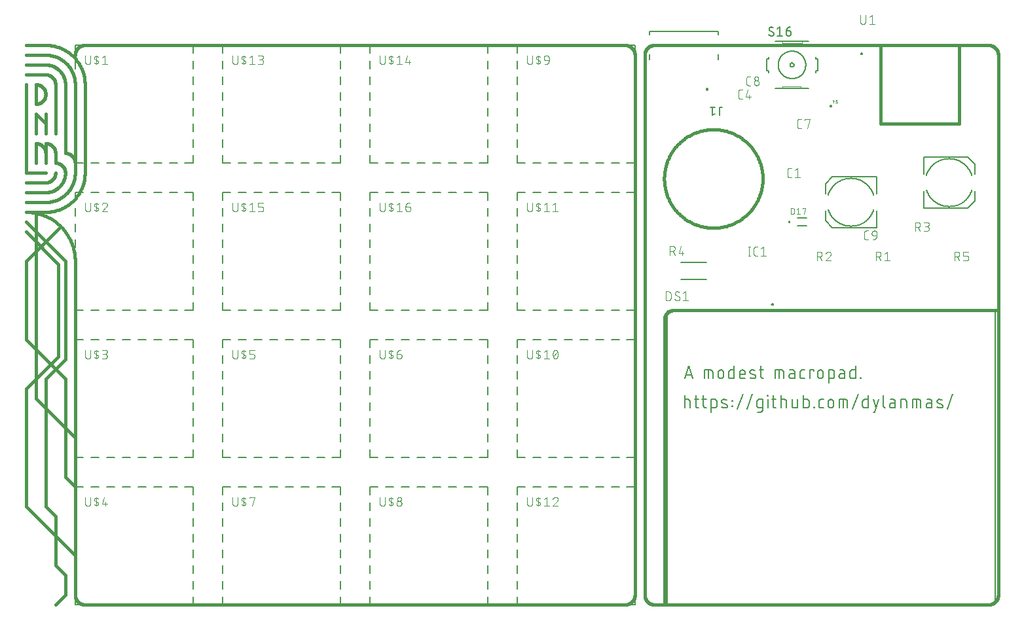
<source format=gbr>
G04 EAGLE Gerber RS-274X export*
G75*
%MOMM*%
%FSLAX34Y34*%
%LPD*%
%INSilkscreen Top*%
%IPPOS*%
%AMOC8*
5,1,8,0,0,1.08239X$1,22.5*%
G01*
%ADD10C,0.406400*%
%ADD11C,0.152400*%
%ADD12C,0.101600*%
%ADD13C,0.203200*%
%ADD14C,0.127000*%
%ADD15C,0.200000*%
%ADD16C,0.050800*%
%ADD17C,0.025400*%
%ADD18C,0.177800*%
%ADD19C,0.076200*%


D10*
X-63500Y609600D02*
X-63500Y584200D01*
X-63193Y584204D01*
X-62886Y584215D01*
X-62580Y584233D01*
X-62274Y584259D01*
X-61969Y584293D01*
X-61665Y584333D01*
X-61362Y584381D01*
X-61060Y584437D01*
X-60760Y584499D01*
X-60461Y584569D01*
X-60164Y584646D01*
X-59868Y584730D01*
X-59575Y584822D01*
X-59285Y584920D01*
X-58997Y585025D01*
X-58711Y585138D01*
X-58428Y585257D01*
X-58148Y585383D01*
X-57871Y585515D01*
X-57598Y585655D01*
X-57328Y585801D01*
X-57062Y585953D01*
X-56799Y586112D01*
X-56540Y586277D01*
X-56286Y586448D01*
X-56035Y586625D01*
X-55789Y586809D01*
X-55547Y586998D01*
X-55311Y587193D01*
X-55078Y587394D01*
X-54851Y587600D01*
X-54629Y587812D01*
X-54412Y588029D01*
X-54200Y588251D01*
X-53994Y588478D01*
X-53793Y588711D01*
X-53598Y588947D01*
X-53409Y589189D01*
X-53225Y589435D01*
X-53048Y589686D01*
X-52877Y589940D01*
X-52712Y590199D01*
X-52553Y590462D01*
X-52401Y590728D01*
X-52255Y590998D01*
X-52115Y591271D01*
X-51983Y591548D01*
X-51857Y591828D01*
X-51738Y592111D01*
X-51625Y592397D01*
X-51520Y592685D01*
X-51422Y592975D01*
X-51330Y593268D01*
X-51246Y593564D01*
X-51169Y593861D01*
X-51099Y594160D01*
X-51037Y594460D01*
X-50981Y594762D01*
X-50933Y595065D01*
X-50893Y595369D01*
X-50859Y595674D01*
X-50833Y595980D01*
X-50815Y596286D01*
X-50804Y596593D01*
X-50800Y596900D01*
X-50804Y597207D01*
X-50815Y597514D01*
X-50833Y597820D01*
X-50859Y598126D01*
X-50893Y598431D01*
X-50933Y598735D01*
X-50981Y599038D01*
X-51037Y599340D01*
X-51099Y599640D01*
X-51169Y599939D01*
X-51246Y600236D01*
X-51330Y600532D01*
X-51422Y600825D01*
X-51520Y601115D01*
X-51625Y601403D01*
X-51738Y601689D01*
X-51857Y601972D01*
X-51983Y602252D01*
X-52115Y602529D01*
X-52255Y602802D01*
X-52401Y603072D01*
X-52553Y603338D01*
X-52712Y603601D01*
X-52877Y603860D01*
X-53048Y604114D01*
X-53225Y604365D01*
X-53409Y604611D01*
X-53598Y604853D01*
X-53793Y605089D01*
X-53994Y605322D01*
X-54200Y605549D01*
X-54412Y605771D01*
X-54629Y605988D01*
X-54851Y606200D01*
X-55078Y606406D01*
X-55311Y606607D01*
X-55547Y606802D01*
X-55789Y606991D01*
X-56035Y607175D01*
X-56286Y607352D01*
X-56540Y607523D01*
X-56799Y607688D01*
X-57062Y607847D01*
X-57328Y607999D01*
X-57598Y608145D01*
X-57871Y608285D01*
X-58148Y608417D01*
X-58428Y608543D01*
X-58711Y608662D01*
X-58997Y608775D01*
X-59285Y608880D01*
X-59575Y608978D01*
X-59868Y609070D01*
X-60164Y609154D01*
X-60461Y609231D01*
X-60760Y609301D01*
X-61060Y609363D01*
X-61362Y609419D01*
X-61665Y609467D01*
X-61969Y609507D01*
X-62274Y609541D01*
X-62580Y609567D01*
X-62886Y609585D01*
X-63193Y609596D01*
X-63500Y609600D01*
X-63500Y571500D02*
X-63500Y546100D01*
X-50800Y558800D02*
X-63500Y571500D01*
X-50800Y571500D02*
X-50800Y558800D01*
X-50800Y546100D01*
X-63500Y533400D02*
X-63500Y508000D01*
X-50800Y520700D02*
X-50804Y521007D01*
X-50815Y521314D01*
X-50833Y521620D01*
X-50859Y521926D01*
X-50893Y522231D01*
X-50933Y522535D01*
X-50981Y522838D01*
X-51037Y523140D01*
X-51099Y523440D01*
X-51169Y523739D01*
X-51246Y524036D01*
X-51330Y524332D01*
X-51422Y524625D01*
X-51520Y524915D01*
X-51625Y525203D01*
X-51738Y525489D01*
X-51857Y525772D01*
X-51983Y526052D01*
X-52115Y526329D01*
X-52255Y526602D01*
X-52401Y526872D01*
X-52553Y527138D01*
X-52712Y527401D01*
X-52877Y527660D01*
X-53048Y527914D01*
X-53225Y528165D01*
X-53409Y528411D01*
X-53598Y528653D01*
X-53793Y528889D01*
X-53994Y529122D01*
X-54200Y529349D01*
X-54412Y529571D01*
X-54629Y529788D01*
X-54851Y530000D01*
X-55078Y530206D01*
X-55311Y530407D01*
X-55547Y530602D01*
X-55789Y530791D01*
X-56035Y530975D01*
X-56286Y531152D01*
X-56540Y531323D01*
X-56799Y531488D01*
X-57062Y531647D01*
X-57328Y531799D01*
X-57598Y531945D01*
X-57871Y532085D01*
X-58148Y532217D01*
X-58428Y532343D01*
X-58711Y532462D01*
X-58997Y532575D01*
X-59285Y532680D01*
X-59575Y532778D01*
X-59868Y532870D01*
X-60164Y532954D01*
X-60461Y533031D01*
X-60760Y533101D01*
X-61060Y533163D01*
X-61362Y533219D01*
X-61665Y533267D01*
X-61969Y533307D01*
X-62274Y533341D01*
X-62580Y533367D01*
X-62886Y533385D01*
X-63193Y533396D01*
X-63500Y533400D01*
X-50800Y520700D02*
X-50800Y508000D01*
X-50800Y520700D02*
X-50800Y533400D01*
X-50493Y533396D01*
X-50186Y533385D01*
X-49880Y533367D01*
X-49574Y533341D01*
X-49269Y533307D01*
X-48965Y533267D01*
X-48662Y533219D01*
X-48360Y533163D01*
X-48060Y533101D01*
X-47761Y533031D01*
X-47464Y532954D01*
X-47168Y532870D01*
X-46875Y532778D01*
X-46585Y532680D01*
X-46297Y532575D01*
X-46011Y532462D01*
X-45728Y532343D01*
X-45448Y532217D01*
X-45171Y532085D01*
X-44898Y531945D01*
X-44628Y531799D01*
X-44362Y531647D01*
X-44099Y531488D01*
X-43840Y531323D01*
X-43586Y531152D01*
X-43335Y530975D01*
X-43089Y530791D01*
X-42847Y530602D01*
X-42611Y530407D01*
X-42378Y530206D01*
X-42151Y530000D01*
X-41929Y529788D01*
X-41712Y529571D01*
X-41500Y529349D01*
X-41294Y529122D01*
X-41093Y528889D01*
X-40898Y528653D01*
X-40709Y528411D01*
X-40525Y528165D01*
X-40348Y527914D01*
X-40177Y527660D01*
X-40012Y527401D01*
X-39853Y527138D01*
X-39701Y526872D01*
X-39555Y526602D01*
X-39415Y526329D01*
X-39283Y526052D01*
X-39157Y525772D01*
X-39038Y525489D01*
X-38925Y525203D01*
X-38820Y524915D01*
X-38722Y524625D01*
X-38630Y524332D01*
X-38546Y524036D01*
X-38469Y523739D01*
X-38399Y523440D01*
X-38337Y523140D01*
X-38281Y522838D01*
X-38233Y522535D01*
X-38193Y522231D01*
X-38159Y521926D01*
X-38133Y521620D01*
X-38115Y521314D01*
X-38104Y521007D01*
X-38100Y520700D01*
X-38100Y508000D01*
X-38100Y546100D02*
X-38100Y609600D01*
X-38104Y609907D01*
X-38115Y610214D01*
X-38133Y610520D01*
X-38159Y610826D01*
X-38193Y611131D01*
X-38233Y611435D01*
X-38281Y611738D01*
X-38337Y612040D01*
X-38399Y612340D01*
X-38469Y612639D01*
X-38546Y612936D01*
X-38630Y613232D01*
X-38722Y613525D01*
X-38820Y613815D01*
X-38925Y614103D01*
X-39038Y614389D01*
X-39157Y614672D01*
X-39283Y614952D01*
X-39415Y615229D01*
X-39555Y615502D01*
X-39701Y615772D01*
X-39853Y616038D01*
X-40012Y616301D01*
X-40177Y616560D01*
X-40348Y616814D01*
X-40525Y617065D01*
X-40709Y617311D01*
X-40898Y617553D01*
X-41093Y617789D01*
X-41294Y618022D01*
X-41500Y618249D01*
X-41712Y618471D01*
X-41929Y618688D01*
X-42151Y618900D01*
X-42378Y619106D01*
X-42611Y619307D01*
X-42847Y619502D01*
X-43089Y619691D01*
X-43335Y619875D01*
X-43586Y620052D01*
X-43840Y620223D01*
X-44099Y620388D01*
X-44362Y620547D01*
X-44628Y620699D01*
X-44898Y620845D01*
X-45171Y620985D01*
X-45448Y621117D01*
X-45728Y621243D01*
X-46011Y621362D01*
X-46297Y621475D01*
X-46585Y621580D01*
X-46875Y621678D01*
X-47168Y621770D01*
X-47464Y621854D01*
X-47761Y621931D01*
X-48060Y622001D01*
X-48360Y622063D01*
X-48662Y622119D01*
X-48965Y622167D01*
X-49269Y622207D01*
X-49574Y622241D01*
X-49880Y622267D01*
X-50186Y622285D01*
X-50493Y622296D01*
X-50800Y622300D01*
X-76200Y622300D01*
X-38100Y495300D02*
X-38104Y494993D01*
X-38115Y494686D01*
X-38133Y494380D01*
X-38159Y494074D01*
X-38193Y493769D01*
X-38233Y493465D01*
X-38281Y493162D01*
X-38337Y492860D01*
X-38399Y492560D01*
X-38469Y492261D01*
X-38546Y491964D01*
X-38630Y491668D01*
X-38722Y491375D01*
X-38820Y491085D01*
X-38925Y490797D01*
X-39038Y490511D01*
X-39157Y490228D01*
X-39283Y489948D01*
X-39415Y489671D01*
X-39555Y489398D01*
X-39701Y489128D01*
X-39853Y488862D01*
X-40012Y488599D01*
X-40177Y488340D01*
X-40348Y488086D01*
X-40525Y487835D01*
X-40709Y487589D01*
X-40898Y487347D01*
X-41093Y487111D01*
X-41294Y486878D01*
X-41500Y486651D01*
X-41712Y486429D01*
X-41929Y486212D01*
X-42151Y486000D01*
X-42378Y485794D01*
X-42611Y485593D01*
X-42847Y485398D01*
X-43089Y485209D01*
X-43335Y485025D01*
X-43586Y484848D01*
X-43840Y484677D01*
X-44099Y484512D01*
X-44362Y484353D01*
X-44628Y484201D01*
X-44898Y484055D01*
X-45171Y483915D01*
X-45448Y483783D01*
X-45728Y483657D01*
X-46011Y483538D01*
X-46297Y483425D01*
X-46585Y483320D01*
X-46875Y483222D01*
X-47168Y483130D01*
X-47464Y483046D01*
X-47761Y482969D01*
X-48060Y482899D01*
X-48360Y482837D01*
X-48662Y482781D01*
X-48965Y482733D01*
X-49269Y482693D01*
X-49574Y482659D01*
X-49880Y482633D01*
X-50186Y482615D01*
X-50493Y482604D01*
X-50800Y482600D01*
X-76200Y482600D01*
X-76200Y495300D02*
X-76200Y609600D01*
X-76200Y495300D02*
X-50800Y495300D01*
X-38100Y508000D02*
X-37793Y507996D01*
X-37486Y507985D01*
X-37180Y507967D01*
X-36874Y507941D01*
X-36569Y507907D01*
X-36265Y507867D01*
X-35962Y507819D01*
X-35660Y507763D01*
X-35360Y507701D01*
X-35061Y507631D01*
X-34764Y507554D01*
X-34468Y507470D01*
X-34175Y507378D01*
X-33885Y507280D01*
X-33597Y507175D01*
X-33311Y507062D01*
X-33028Y506943D01*
X-32748Y506817D01*
X-32471Y506685D01*
X-32198Y506545D01*
X-31928Y506399D01*
X-31662Y506247D01*
X-31399Y506088D01*
X-31140Y505923D01*
X-30886Y505752D01*
X-30635Y505575D01*
X-30389Y505391D01*
X-30147Y505202D01*
X-29911Y505007D01*
X-29678Y504806D01*
X-29451Y504600D01*
X-29229Y504388D01*
X-29012Y504171D01*
X-28800Y503949D01*
X-28594Y503722D01*
X-28393Y503489D01*
X-28198Y503253D01*
X-28009Y503011D01*
X-27825Y502765D01*
X-27648Y502514D01*
X-27477Y502260D01*
X-27312Y502001D01*
X-27153Y501738D01*
X-27001Y501472D01*
X-26855Y501202D01*
X-26715Y500929D01*
X-26583Y500652D01*
X-26457Y500372D01*
X-26338Y500089D01*
X-26225Y499803D01*
X-26120Y499515D01*
X-26022Y499225D01*
X-25930Y498932D01*
X-25846Y498636D01*
X-25769Y498339D01*
X-25699Y498040D01*
X-25637Y497740D01*
X-25581Y497438D01*
X-25533Y497135D01*
X-25493Y496831D01*
X-25459Y496526D01*
X-25433Y496220D01*
X-25415Y495914D01*
X-25404Y495607D01*
X-25400Y495300D01*
X-25407Y494686D01*
X-25430Y494073D01*
X-25467Y493460D01*
X-25519Y492849D01*
X-25585Y492238D01*
X-25667Y491630D01*
X-25763Y491024D01*
X-25873Y490420D01*
X-25998Y489819D01*
X-26138Y489221D01*
X-26292Y488627D01*
X-26461Y488037D01*
X-26643Y487451D01*
X-26840Y486870D01*
X-27051Y486293D01*
X-27275Y485722D01*
X-27513Y485156D01*
X-27765Y484596D01*
X-28031Y484043D01*
X-28309Y483496D01*
X-28601Y482956D01*
X-28906Y482423D01*
X-29224Y481898D01*
X-29554Y481380D01*
X-29896Y480871D01*
X-30251Y480370D01*
X-30618Y479878D01*
X-30996Y479395D01*
X-31386Y478921D01*
X-31788Y478457D01*
X-32200Y478002D01*
X-32624Y477558D01*
X-33058Y477124D01*
X-33502Y476700D01*
X-33957Y476288D01*
X-34421Y475886D01*
X-34895Y475496D01*
X-35378Y475118D01*
X-35870Y474751D01*
X-36371Y474396D01*
X-36880Y474054D01*
X-37398Y473724D01*
X-37923Y473406D01*
X-38456Y473101D01*
X-38996Y472809D01*
X-39543Y472531D01*
X-40096Y472265D01*
X-40656Y472013D01*
X-41222Y471775D01*
X-41793Y471551D01*
X-42370Y471340D01*
X-42951Y471143D01*
X-43537Y470961D01*
X-44127Y470792D01*
X-44721Y470638D01*
X-45319Y470498D01*
X-45920Y470373D01*
X-46524Y470263D01*
X-47130Y470167D01*
X-47738Y470085D01*
X-48349Y470019D01*
X-48960Y469967D01*
X-49573Y469930D01*
X-50186Y469907D01*
X-50800Y469900D01*
X-76200Y469900D01*
X-76200Y457200D02*
X-50800Y457200D01*
X-49879Y457211D01*
X-48959Y457244D01*
X-48040Y457300D01*
X-47123Y457378D01*
X-46208Y457478D01*
X-45295Y457600D01*
X-44386Y457744D01*
X-43480Y457910D01*
X-42579Y458098D01*
X-41682Y458307D01*
X-40791Y458538D01*
X-39905Y458791D01*
X-39026Y459065D01*
X-38154Y459360D01*
X-37290Y459676D01*
X-36433Y460013D01*
X-35584Y460370D01*
X-34745Y460748D01*
X-33914Y461146D01*
X-33094Y461564D01*
X-32284Y462002D01*
X-31485Y462459D01*
X-30697Y462935D01*
X-29921Y463430D01*
X-29157Y463944D01*
X-28405Y464476D01*
X-27667Y465027D01*
X-26942Y465594D01*
X-26232Y466180D01*
X-25535Y466782D01*
X-24853Y467401D01*
X-24187Y468036D01*
X-23536Y468687D01*
X-22901Y469353D01*
X-22282Y470035D01*
X-21680Y470732D01*
X-21094Y471442D01*
X-20527Y472167D01*
X-19976Y472905D01*
X-19444Y473657D01*
X-18930Y474421D01*
X-18435Y475197D01*
X-17959Y475985D01*
X-17502Y476784D01*
X-17064Y477594D01*
X-16646Y478414D01*
X-16248Y479245D01*
X-15870Y480084D01*
X-15513Y480933D01*
X-15176Y481790D01*
X-14860Y482654D01*
X-14565Y483526D01*
X-14291Y484405D01*
X-14038Y485291D01*
X-13807Y486182D01*
X-13598Y487079D01*
X-13410Y487980D01*
X-13244Y488886D01*
X-13100Y489795D01*
X-12978Y490708D01*
X-12878Y491623D01*
X-12800Y492540D01*
X-12744Y493459D01*
X-12711Y494379D01*
X-12700Y495300D01*
X-25400Y520700D02*
X-25400Y609600D01*
X-25407Y610214D01*
X-25430Y610827D01*
X-25467Y611440D01*
X-25519Y612051D01*
X-25585Y612662D01*
X-25667Y613270D01*
X-25763Y613876D01*
X-25873Y614480D01*
X-25998Y615081D01*
X-26138Y615679D01*
X-26292Y616273D01*
X-26461Y616863D01*
X-26643Y617449D01*
X-26840Y618030D01*
X-27051Y618607D01*
X-27275Y619178D01*
X-27513Y619744D01*
X-27765Y620304D01*
X-28031Y620857D01*
X-28309Y621404D01*
X-28601Y621944D01*
X-28906Y622477D01*
X-29224Y623002D01*
X-29554Y623520D01*
X-29896Y624029D01*
X-30251Y624530D01*
X-30618Y625022D01*
X-30996Y625505D01*
X-31386Y625979D01*
X-31788Y626443D01*
X-32200Y626898D01*
X-32624Y627342D01*
X-33058Y627776D01*
X-33502Y628200D01*
X-33957Y628612D01*
X-34421Y629014D01*
X-34895Y629404D01*
X-35378Y629782D01*
X-35870Y630149D01*
X-36371Y630504D01*
X-36880Y630846D01*
X-37398Y631176D01*
X-37923Y631494D01*
X-38456Y631799D01*
X-38996Y632091D01*
X-39543Y632369D01*
X-40096Y632635D01*
X-40656Y632887D01*
X-41222Y633125D01*
X-41793Y633349D01*
X-42370Y633560D01*
X-42951Y633757D01*
X-43537Y633939D01*
X-44127Y634108D01*
X-44721Y634262D01*
X-45319Y634402D01*
X-45920Y634527D01*
X-46524Y634637D01*
X-47130Y634733D01*
X-47738Y634815D01*
X-48349Y634881D01*
X-48960Y634933D01*
X-49573Y634970D01*
X-50186Y634993D01*
X-50800Y635000D01*
X-76200Y635000D01*
X-25400Y520700D02*
X-25093Y520696D01*
X-24786Y520685D01*
X-24480Y520667D01*
X-24174Y520641D01*
X-23869Y520607D01*
X-23565Y520567D01*
X-23262Y520519D01*
X-22960Y520463D01*
X-22660Y520401D01*
X-22361Y520331D01*
X-22064Y520254D01*
X-21768Y520170D01*
X-21475Y520078D01*
X-21185Y519980D01*
X-20897Y519875D01*
X-20611Y519762D01*
X-20328Y519643D01*
X-20048Y519517D01*
X-19771Y519385D01*
X-19498Y519245D01*
X-19228Y519099D01*
X-18962Y518947D01*
X-18699Y518788D01*
X-18440Y518623D01*
X-18186Y518452D01*
X-17935Y518275D01*
X-17689Y518091D01*
X-17447Y517902D01*
X-17211Y517707D01*
X-16978Y517506D01*
X-16751Y517300D01*
X-16529Y517088D01*
X-16312Y516871D01*
X-16100Y516649D01*
X-15894Y516422D01*
X-15693Y516189D01*
X-15498Y515953D01*
X-15309Y515711D01*
X-15125Y515465D01*
X-14948Y515214D01*
X-14777Y514960D01*
X-14612Y514701D01*
X-14453Y514438D01*
X-14301Y514172D01*
X-14155Y513902D01*
X-14015Y513629D01*
X-13883Y513352D01*
X-13757Y513072D01*
X-13638Y512789D01*
X-13525Y512503D01*
X-13420Y512215D01*
X-13322Y511925D01*
X-13230Y511632D01*
X-13146Y511336D01*
X-13069Y511039D01*
X-12999Y510740D01*
X-12937Y510440D01*
X-12881Y510138D01*
X-12833Y509835D01*
X-12793Y509531D01*
X-12759Y509226D01*
X-12733Y508920D01*
X-12715Y508614D01*
X-12704Y508307D01*
X-12700Y508000D01*
X-12700Y495300D01*
X-12700Y508000D02*
X-12700Y609600D01*
X-12711Y610521D01*
X-12744Y611441D01*
X-12800Y612360D01*
X-12878Y613277D01*
X-12978Y614192D01*
X-13100Y615105D01*
X-13244Y616014D01*
X-13410Y616920D01*
X-13598Y617821D01*
X-13807Y618718D01*
X-14038Y619609D01*
X-14291Y620495D01*
X-14565Y621374D01*
X-14860Y622246D01*
X-15176Y623110D01*
X-15513Y623967D01*
X-15870Y624816D01*
X-16248Y625655D01*
X-16646Y626486D01*
X-17064Y627306D01*
X-17502Y628116D01*
X-17959Y628915D01*
X-18435Y629703D01*
X-18930Y630479D01*
X-19444Y631243D01*
X-19976Y631995D01*
X-20527Y632733D01*
X-21094Y633458D01*
X-21680Y634168D01*
X-22282Y634865D01*
X-22901Y635547D01*
X-23536Y636213D01*
X-24187Y636864D01*
X-24853Y637499D01*
X-25535Y638118D01*
X-26232Y638720D01*
X-26942Y639306D01*
X-27667Y639873D01*
X-28405Y640424D01*
X-29157Y640956D01*
X-29921Y641470D01*
X-30697Y641965D01*
X-31485Y642441D01*
X-32284Y642898D01*
X-33094Y643336D01*
X-33914Y643754D01*
X-34745Y644152D01*
X-35584Y644530D01*
X-36433Y644887D01*
X-37290Y645224D01*
X-38154Y645540D01*
X-39026Y645835D01*
X-39905Y646109D01*
X-40791Y646362D01*
X-41682Y646593D01*
X-42579Y646802D01*
X-43480Y646990D01*
X-44386Y647156D01*
X-45295Y647300D01*
X-46208Y647422D01*
X-47123Y647522D01*
X-48040Y647600D01*
X-48959Y647656D01*
X-49879Y647689D01*
X-50800Y647700D01*
X-76200Y647700D01*
D11*
X780881Y245618D02*
X775462Y229362D01*
X786299Y229362D02*
X780881Y245618D01*
X784945Y233426D02*
X776817Y233426D01*
X800993Y229362D02*
X800993Y240199D01*
X809121Y240199D01*
X809222Y240197D01*
X809323Y240191D01*
X809424Y240182D01*
X809525Y240169D01*
X809625Y240152D01*
X809724Y240131D01*
X809822Y240107D01*
X809919Y240079D01*
X810016Y240047D01*
X810111Y240012D01*
X810204Y239973D01*
X810296Y239931D01*
X810387Y239885D01*
X810476Y239836D01*
X810562Y239784D01*
X810647Y239728D01*
X810730Y239670D01*
X810810Y239608D01*
X810888Y239543D01*
X810964Y239476D01*
X811037Y239406D01*
X811107Y239333D01*
X811174Y239257D01*
X811239Y239179D01*
X811301Y239099D01*
X811359Y239016D01*
X811415Y238931D01*
X811467Y238845D01*
X811516Y238756D01*
X811562Y238665D01*
X811604Y238573D01*
X811643Y238480D01*
X811678Y238385D01*
X811710Y238288D01*
X811738Y238191D01*
X811762Y238093D01*
X811783Y237994D01*
X811800Y237894D01*
X811813Y237793D01*
X811822Y237692D01*
X811828Y237591D01*
X811830Y237490D01*
X811830Y229362D01*
X806412Y229362D02*
X806412Y240199D01*
X818952Y236587D02*
X818952Y232974D01*
X818952Y236587D02*
X818954Y236706D01*
X818960Y236826D01*
X818970Y236945D01*
X818984Y237063D01*
X819001Y237182D01*
X819023Y237299D01*
X819048Y237416D01*
X819078Y237531D01*
X819111Y237646D01*
X819148Y237760D01*
X819188Y237872D01*
X819233Y237983D01*
X819281Y238092D01*
X819332Y238200D01*
X819387Y238306D01*
X819446Y238410D01*
X819508Y238512D01*
X819573Y238612D01*
X819642Y238710D01*
X819714Y238806D01*
X819789Y238899D01*
X819866Y238989D01*
X819947Y239077D01*
X820031Y239162D01*
X820118Y239244D01*
X820207Y239324D01*
X820299Y239400D01*
X820393Y239474D01*
X820490Y239544D01*
X820588Y239611D01*
X820689Y239675D01*
X820793Y239735D01*
X820898Y239792D01*
X821005Y239845D01*
X821113Y239895D01*
X821223Y239941D01*
X821335Y239983D01*
X821448Y240022D01*
X821562Y240057D01*
X821677Y240088D01*
X821794Y240116D01*
X821911Y240139D01*
X822028Y240159D01*
X822147Y240175D01*
X822266Y240187D01*
X822385Y240195D01*
X822504Y240199D01*
X822624Y240199D01*
X822743Y240195D01*
X822862Y240187D01*
X822981Y240175D01*
X823100Y240159D01*
X823217Y240139D01*
X823334Y240116D01*
X823451Y240088D01*
X823566Y240057D01*
X823680Y240022D01*
X823793Y239983D01*
X823905Y239941D01*
X824015Y239895D01*
X824123Y239845D01*
X824230Y239792D01*
X824335Y239735D01*
X824439Y239675D01*
X824540Y239611D01*
X824638Y239544D01*
X824735Y239474D01*
X824829Y239400D01*
X824921Y239324D01*
X825010Y239244D01*
X825097Y239162D01*
X825181Y239077D01*
X825262Y238989D01*
X825339Y238899D01*
X825414Y238806D01*
X825486Y238710D01*
X825555Y238612D01*
X825620Y238512D01*
X825682Y238410D01*
X825741Y238306D01*
X825796Y238200D01*
X825847Y238092D01*
X825895Y237983D01*
X825940Y237872D01*
X825980Y237760D01*
X826017Y237646D01*
X826050Y237531D01*
X826080Y237416D01*
X826105Y237299D01*
X826127Y237182D01*
X826144Y237063D01*
X826158Y236945D01*
X826168Y236826D01*
X826174Y236706D01*
X826176Y236587D01*
X826176Y232974D01*
X826174Y232855D01*
X826168Y232735D01*
X826158Y232616D01*
X826144Y232498D01*
X826127Y232379D01*
X826105Y232262D01*
X826080Y232145D01*
X826050Y232030D01*
X826017Y231915D01*
X825980Y231801D01*
X825940Y231689D01*
X825895Y231578D01*
X825847Y231469D01*
X825796Y231361D01*
X825741Y231255D01*
X825682Y231151D01*
X825620Y231049D01*
X825555Y230949D01*
X825486Y230851D01*
X825414Y230755D01*
X825339Y230662D01*
X825262Y230572D01*
X825181Y230484D01*
X825097Y230399D01*
X825010Y230317D01*
X824921Y230237D01*
X824829Y230161D01*
X824735Y230087D01*
X824638Y230017D01*
X824540Y229950D01*
X824439Y229886D01*
X824335Y229826D01*
X824230Y229769D01*
X824123Y229716D01*
X824015Y229666D01*
X823905Y229620D01*
X823793Y229578D01*
X823680Y229539D01*
X823566Y229504D01*
X823451Y229473D01*
X823334Y229445D01*
X823217Y229422D01*
X823100Y229402D01*
X822981Y229386D01*
X822862Y229374D01*
X822743Y229366D01*
X822624Y229362D01*
X822504Y229362D01*
X822385Y229366D01*
X822266Y229374D01*
X822147Y229386D01*
X822028Y229402D01*
X821911Y229422D01*
X821794Y229445D01*
X821677Y229473D01*
X821562Y229504D01*
X821448Y229539D01*
X821335Y229578D01*
X821223Y229620D01*
X821113Y229666D01*
X821005Y229716D01*
X820898Y229769D01*
X820793Y229826D01*
X820689Y229886D01*
X820588Y229950D01*
X820490Y230017D01*
X820393Y230087D01*
X820299Y230161D01*
X820207Y230237D01*
X820118Y230317D01*
X820031Y230399D01*
X819947Y230484D01*
X819866Y230572D01*
X819789Y230662D01*
X819714Y230755D01*
X819642Y230851D01*
X819573Y230949D01*
X819508Y231049D01*
X819446Y231151D01*
X819387Y231255D01*
X819332Y231361D01*
X819281Y231469D01*
X819233Y231578D01*
X819188Y231689D01*
X819148Y231801D01*
X819111Y231915D01*
X819078Y232030D01*
X819048Y232145D01*
X819023Y232262D01*
X819001Y232379D01*
X818984Y232498D01*
X818970Y232616D01*
X818960Y232735D01*
X818954Y232855D01*
X818952Y232974D01*
X839650Y229362D02*
X839650Y245618D01*
X839650Y229362D02*
X835135Y229362D01*
X835034Y229364D01*
X834933Y229370D01*
X834832Y229379D01*
X834731Y229392D01*
X834631Y229409D01*
X834532Y229430D01*
X834434Y229454D01*
X834337Y229482D01*
X834240Y229514D01*
X834145Y229549D01*
X834052Y229588D01*
X833960Y229630D01*
X833869Y229676D01*
X833781Y229725D01*
X833694Y229777D01*
X833609Y229833D01*
X833526Y229891D01*
X833446Y229953D01*
X833368Y230018D01*
X833292Y230085D01*
X833219Y230155D01*
X833149Y230228D01*
X833082Y230304D01*
X833017Y230382D01*
X832955Y230462D01*
X832897Y230545D01*
X832841Y230630D01*
X832789Y230717D01*
X832740Y230805D01*
X832694Y230896D01*
X832652Y230988D01*
X832613Y231081D01*
X832578Y231176D01*
X832546Y231273D01*
X832518Y231370D01*
X832494Y231468D01*
X832473Y231567D01*
X832456Y231667D01*
X832443Y231768D01*
X832434Y231869D01*
X832428Y231970D01*
X832426Y232071D01*
X832425Y232071D02*
X832425Y237490D01*
X832426Y237490D02*
X832428Y237591D01*
X832434Y237692D01*
X832443Y237793D01*
X832456Y237894D01*
X832473Y237994D01*
X832494Y238093D01*
X832518Y238191D01*
X832546Y238288D01*
X832578Y238385D01*
X832613Y238480D01*
X832652Y238573D01*
X832694Y238665D01*
X832740Y238756D01*
X832789Y238845D01*
X832841Y238931D01*
X832897Y239016D01*
X832955Y239099D01*
X833017Y239179D01*
X833082Y239257D01*
X833149Y239333D01*
X833219Y239406D01*
X833292Y239476D01*
X833368Y239543D01*
X833446Y239608D01*
X833526Y239670D01*
X833609Y239728D01*
X833694Y239784D01*
X833781Y239836D01*
X833869Y239885D01*
X833960Y239931D01*
X834052Y239973D01*
X834145Y240012D01*
X834240Y240047D01*
X834337Y240079D01*
X834434Y240107D01*
X834532Y240131D01*
X834631Y240152D01*
X834731Y240169D01*
X834832Y240182D01*
X834933Y240191D01*
X835034Y240197D01*
X835135Y240199D01*
X839650Y240199D01*
X849276Y229362D02*
X853792Y229362D01*
X849276Y229362D02*
X849175Y229364D01*
X849074Y229370D01*
X848973Y229379D01*
X848872Y229392D01*
X848772Y229409D01*
X848673Y229430D01*
X848575Y229454D01*
X848478Y229482D01*
X848381Y229514D01*
X848286Y229549D01*
X848193Y229588D01*
X848101Y229630D01*
X848010Y229676D01*
X847922Y229725D01*
X847835Y229777D01*
X847750Y229833D01*
X847667Y229891D01*
X847587Y229953D01*
X847509Y230018D01*
X847433Y230085D01*
X847360Y230155D01*
X847290Y230228D01*
X847223Y230304D01*
X847158Y230382D01*
X847096Y230462D01*
X847038Y230545D01*
X846982Y230630D01*
X846930Y230717D01*
X846881Y230805D01*
X846835Y230896D01*
X846793Y230988D01*
X846754Y231081D01*
X846719Y231176D01*
X846687Y231273D01*
X846659Y231370D01*
X846635Y231468D01*
X846614Y231567D01*
X846597Y231667D01*
X846584Y231768D01*
X846575Y231869D01*
X846569Y231970D01*
X846567Y232071D01*
X846567Y236587D01*
X846569Y236706D01*
X846575Y236826D01*
X846585Y236945D01*
X846599Y237063D01*
X846616Y237182D01*
X846638Y237299D01*
X846663Y237416D01*
X846693Y237531D01*
X846726Y237646D01*
X846763Y237760D01*
X846803Y237872D01*
X846848Y237983D01*
X846896Y238092D01*
X846947Y238200D01*
X847002Y238306D01*
X847061Y238410D01*
X847123Y238512D01*
X847188Y238612D01*
X847257Y238710D01*
X847329Y238806D01*
X847404Y238899D01*
X847481Y238989D01*
X847562Y239077D01*
X847646Y239162D01*
X847733Y239244D01*
X847822Y239324D01*
X847914Y239400D01*
X848008Y239474D01*
X848105Y239544D01*
X848203Y239611D01*
X848304Y239675D01*
X848408Y239735D01*
X848513Y239792D01*
X848620Y239845D01*
X848728Y239895D01*
X848838Y239941D01*
X848950Y239983D01*
X849063Y240022D01*
X849177Y240057D01*
X849292Y240088D01*
X849409Y240116D01*
X849526Y240139D01*
X849643Y240159D01*
X849762Y240175D01*
X849881Y240187D01*
X850000Y240195D01*
X850119Y240199D01*
X850239Y240199D01*
X850358Y240195D01*
X850477Y240187D01*
X850596Y240175D01*
X850715Y240159D01*
X850832Y240139D01*
X850949Y240116D01*
X851066Y240088D01*
X851181Y240057D01*
X851295Y240022D01*
X851408Y239983D01*
X851520Y239941D01*
X851630Y239895D01*
X851738Y239845D01*
X851845Y239792D01*
X851950Y239735D01*
X852054Y239675D01*
X852155Y239611D01*
X852253Y239544D01*
X852350Y239474D01*
X852444Y239400D01*
X852536Y239324D01*
X852625Y239244D01*
X852712Y239162D01*
X852796Y239077D01*
X852877Y238989D01*
X852954Y238899D01*
X853029Y238806D01*
X853101Y238710D01*
X853170Y238612D01*
X853235Y238512D01*
X853297Y238410D01*
X853356Y238306D01*
X853411Y238200D01*
X853462Y238092D01*
X853510Y237983D01*
X853555Y237872D01*
X853595Y237760D01*
X853632Y237646D01*
X853665Y237531D01*
X853695Y237416D01*
X853720Y237299D01*
X853742Y237182D01*
X853759Y237063D01*
X853773Y236945D01*
X853783Y236826D01*
X853789Y236706D01*
X853791Y236587D01*
X853792Y236587D02*
X853792Y234781D01*
X846567Y234781D01*
X861468Y235684D02*
X865984Y233878D01*
X861468Y235684D02*
X861380Y235721D01*
X861294Y235762D01*
X861209Y235806D01*
X861126Y235854D01*
X861046Y235905D01*
X860967Y235959D01*
X860891Y236017D01*
X860817Y236077D01*
X860745Y236141D01*
X860677Y236207D01*
X860611Y236277D01*
X860548Y236348D01*
X860487Y236423D01*
X860430Y236499D01*
X860377Y236578D01*
X860326Y236659D01*
X860279Y236742D01*
X860235Y236827D01*
X860195Y236914D01*
X860158Y237002D01*
X860125Y237092D01*
X860095Y237183D01*
X860070Y237275D01*
X860048Y237368D01*
X860030Y237462D01*
X860015Y237556D01*
X860005Y237651D01*
X859999Y237747D01*
X859996Y237842D01*
X859997Y237938D01*
X860003Y238033D01*
X860012Y238129D01*
X860025Y238223D01*
X860041Y238317D01*
X860062Y238411D01*
X860087Y238503D01*
X860115Y238594D01*
X860147Y238684D01*
X860182Y238773D01*
X860221Y238860D01*
X860264Y238946D01*
X860310Y239030D01*
X860360Y239111D01*
X860412Y239191D01*
X860468Y239269D01*
X860528Y239344D01*
X860590Y239416D01*
X860655Y239486D01*
X860723Y239554D01*
X860793Y239618D01*
X860866Y239680D01*
X860942Y239738D01*
X861020Y239794D01*
X861100Y239846D01*
X861182Y239895D01*
X861266Y239940D01*
X861352Y239982D01*
X861439Y240021D01*
X861528Y240056D01*
X861619Y240087D01*
X861710Y240114D01*
X861803Y240138D01*
X861896Y240158D01*
X861990Y240174D01*
X862085Y240186D01*
X862180Y240195D01*
X862276Y240199D01*
X862371Y240200D01*
X862618Y240193D01*
X862864Y240181D01*
X863110Y240163D01*
X863356Y240138D01*
X863600Y240108D01*
X863844Y240072D01*
X864087Y240031D01*
X864329Y239983D01*
X864570Y239929D01*
X864809Y239870D01*
X865047Y239805D01*
X865283Y239734D01*
X865518Y239658D01*
X865751Y239576D01*
X865981Y239488D01*
X866209Y239395D01*
X866436Y239297D01*
X865984Y233877D02*
X866072Y233840D01*
X866158Y233799D01*
X866243Y233755D01*
X866326Y233707D01*
X866406Y233656D01*
X866485Y233602D01*
X866561Y233544D01*
X866635Y233484D01*
X866707Y233420D01*
X866775Y233354D01*
X866841Y233284D01*
X866904Y233213D01*
X866965Y233138D01*
X867022Y233062D01*
X867075Y232983D01*
X867126Y232902D01*
X867173Y232819D01*
X867217Y232734D01*
X867257Y232647D01*
X867294Y232559D01*
X867327Y232469D01*
X867357Y232378D01*
X867382Y232286D01*
X867404Y232193D01*
X867422Y232099D01*
X867437Y232005D01*
X867447Y231910D01*
X867453Y231814D01*
X867456Y231719D01*
X867455Y231623D01*
X867449Y231528D01*
X867440Y231432D01*
X867427Y231338D01*
X867411Y231244D01*
X867390Y231150D01*
X867365Y231058D01*
X867337Y230967D01*
X867305Y230877D01*
X867270Y230788D01*
X867231Y230701D01*
X867188Y230615D01*
X867142Y230531D01*
X867092Y230450D01*
X867040Y230370D01*
X866984Y230292D01*
X866924Y230217D01*
X866862Y230145D01*
X866797Y230075D01*
X866729Y230007D01*
X866659Y229943D01*
X866586Y229881D01*
X866510Y229823D01*
X866432Y229767D01*
X866352Y229715D01*
X866270Y229666D01*
X866186Y229621D01*
X866100Y229579D01*
X866013Y229540D01*
X865924Y229505D01*
X865833Y229474D01*
X865742Y229447D01*
X865649Y229423D01*
X865556Y229403D01*
X865462Y229387D01*
X865367Y229375D01*
X865272Y229366D01*
X865176Y229362D01*
X865081Y229361D01*
X865081Y229362D02*
X864719Y229371D01*
X864357Y229389D01*
X863996Y229416D01*
X863636Y229451D01*
X863276Y229494D01*
X862917Y229546D01*
X862560Y229607D01*
X862205Y229676D01*
X861851Y229753D01*
X861499Y229839D01*
X861149Y229933D01*
X860801Y230036D01*
X860456Y230146D01*
X860114Y230265D01*
X872364Y240199D02*
X877782Y240199D01*
X874170Y245618D02*
X874170Y232071D01*
X874172Y231970D01*
X874178Y231869D01*
X874187Y231768D01*
X874200Y231667D01*
X874217Y231567D01*
X874238Y231468D01*
X874262Y231370D01*
X874290Y231273D01*
X874322Y231176D01*
X874357Y231081D01*
X874396Y230988D01*
X874438Y230896D01*
X874484Y230805D01*
X874533Y230717D01*
X874585Y230630D01*
X874641Y230545D01*
X874699Y230462D01*
X874761Y230382D01*
X874826Y230304D01*
X874893Y230228D01*
X874963Y230155D01*
X875036Y230085D01*
X875112Y230018D01*
X875190Y229953D01*
X875270Y229891D01*
X875353Y229833D01*
X875438Y229777D01*
X875525Y229725D01*
X875613Y229676D01*
X875704Y229630D01*
X875796Y229588D01*
X875889Y229549D01*
X875984Y229514D01*
X876081Y229482D01*
X876178Y229454D01*
X876276Y229430D01*
X876375Y229409D01*
X876475Y229392D01*
X876576Y229379D01*
X876677Y229370D01*
X876778Y229364D01*
X876879Y229362D01*
X877782Y229362D01*
X892696Y229362D02*
X892696Y240199D01*
X900824Y240199D01*
X900925Y240197D01*
X901026Y240191D01*
X901127Y240182D01*
X901228Y240169D01*
X901328Y240152D01*
X901427Y240131D01*
X901525Y240107D01*
X901622Y240079D01*
X901719Y240047D01*
X901814Y240012D01*
X901907Y239973D01*
X901999Y239931D01*
X902090Y239885D01*
X902179Y239836D01*
X902265Y239784D01*
X902350Y239728D01*
X902433Y239670D01*
X902513Y239608D01*
X902591Y239543D01*
X902667Y239476D01*
X902740Y239406D01*
X902810Y239333D01*
X902877Y239257D01*
X902942Y239179D01*
X903004Y239099D01*
X903062Y239016D01*
X903118Y238931D01*
X903170Y238845D01*
X903219Y238756D01*
X903265Y238665D01*
X903307Y238573D01*
X903346Y238480D01*
X903381Y238385D01*
X903413Y238288D01*
X903441Y238191D01*
X903465Y238093D01*
X903486Y237994D01*
X903503Y237894D01*
X903516Y237793D01*
X903525Y237692D01*
X903531Y237591D01*
X903533Y237490D01*
X903533Y229362D01*
X898115Y229362D02*
X898115Y240199D01*
X913742Y235684D02*
X917806Y235684D01*
X913742Y235684D02*
X913630Y235682D01*
X913519Y235676D01*
X913408Y235666D01*
X913297Y235653D01*
X913187Y235635D01*
X913078Y235613D01*
X912969Y235588D01*
X912861Y235559D01*
X912755Y235526D01*
X912649Y235489D01*
X912545Y235449D01*
X912443Y235405D01*
X912342Y235357D01*
X912243Y235306D01*
X912145Y235251D01*
X912050Y235193D01*
X911957Y235132D01*
X911866Y235067D01*
X911777Y234999D01*
X911691Y234928D01*
X911608Y234855D01*
X911527Y234778D01*
X911448Y234698D01*
X911373Y234616D01*
X911301Y234531D01*
X911231Y234444D01*
X911165Y234354D01*
X911102Y234262D01*
X911042Y234167D01*
X910986Y234071D01*
X910933Y233973D01*
X910884Y233873D01*
X910838Y233771D01*
X910796Y233668D01*
X910757Y233563D01*
X910722Y233457D01*
X910691Y233350D01*
X910664Y233242D01*
X910640Y233133D01*
X910621Y233023D01*
X910605Y232913D01*
X910593Y232802D01*
X910585Y232690D01*
X910581Y232579D01*
X910581Y232467D01*
X910585Y232356D01*
X910593Y232244D01*
X910605Y232133D01*
X910621Y232023D01*
X910640Y231913D01*
X910664Y231804D01*
X910691Y231696D01*
X910722Y231589D01*
X910757Y231483D01*
X910796Y231378D01*
X910838Y231275D01*
X910884Y231173D01*
X910933Y231073D01*
X910986Y230975D01*
X911042Y230879D01*
X911102Y230784D01*
X911165Y230692D01*
X911231Y230602D01*
X911301Y230515D01*
X911373Y230430D01*
X911448Y230348D01*
X911527Y230268D01*
X911608Y230191D01*
X911691Y230118D01*
X911777Y230047D01*
X911866Y229979D01*
X911957Y229914D01*
X912050Y229853D01*
X912145Y229795D01*
X912243Y229740D01*
X912342Y229689D01*
X912443Y229641D01*
X912545Y229597D01*
X912649Y229557D01*
X912755Y229520D01*
X912861Y229487D01*
X912969Y229458D01*
X913078Y229433D01*
X913187Y229411D01*
X913297Y229393D01*
X913408Y229380D01*
X913519Y229370D01*
X913630Y229364D01*
X913742Y229362D01*
X917806Y229362D01*
X917806Y237490D01*
X917804Y237591D01*
X917798Y237692D01*
X917789Y237793D01*
X917776Y237894D01*
X917759Y237994D01*
X917738Y238093D01*
X917714Y238191D01*
X917686Y238288D01*
X917654Y238385D01*
X917619Y238480D01*
X917580Y238573D01*
X917538Y238665D01*
X917492Y238756D01*
X917443Y238845D01*
X917391Y238931D01*
X917335Y239016D01*
X917277Y239099D01*
X917215Y239179D01*
X917150Y239257D01*
X917083Y239333D01*
X917013Y239406D01*
X916940Y239476D01*
X916864Y239543D01*
X916786Y239608D01*
X916706Y239670D01*
X916623Y239728D01*
X916538Y239784D01*
X916452Y239836D01*
X916363Y239885D01*
X916272Y239931D01*
X916180Y239973D01*
X916087Y240012D01*
X915992Y240047D01*
X915895Y240079D01*
X915798Y240107D01*
X915700Y240131D01*
X915601Y240152D01*
X915501Y240169D01*
X915400Y240182D01*
X915299Y240191D01*
X915198Y240197D01*
X915097Y240199D01*
X911484Y240199D01*
X927450Y229362D02*
X931062Y229362D01*
X927450Y229362D02*
X927349Y229364D01*
X927248Y229370D01*
X927147Y229379D01*
X927046Y229392D01*
X926946Y229409D01*
X926847Y229430D01*
X926749Y229454D01*
X926652Y229482D01*
X926555Y229514D01*
X926460Y229549D01*
X926367Y229588D01*
X926275Y229630D01*
X926184Y229676D01*
X926096Y229725D01*
X926009Y229777D01*
X925924Y229833D01*
X925841Y229891D01*
X925761Y229953D01*
X925683Y230018D01*
X925607Y230085D01*
X925534Y230155D01*
X925464Y230228D01*
X925397Y230304D01*
X925332Y230382D01*
X925270Y230462D01*
X925212Y230545D01*
X925156Y230630D01*
X925104Y230717D01*
X925055Y230805D01*
X925009Y230896D01*
X924967Y230988D01*
X924928Y231081D01*
X924893Y231176D01*
X924861Y231273D01*
X924833Y231370D01*
X924809Y231468D01*
X924788Y231567D01*
X924771Y231667D01*
X924758Y231768D01*
X924749Y231869D01*
X924743Y231970D01*
X924741Y232071D01*
X924740Y232071D02*
X924740Y237490D01*
X924741Y237490D02*
X924743Y237591D01*
X924749Y237692D01*
X924758Y237793D01*
X924771Y237894D01*
X924788Y237994D01*
X924809Y238093D01*
X924833Y238191D01*
X924861Y238288D01*
X924893Y238385D01*
X924928Y238480D01*
X924967Y238573D01*
X925009Y238665D01*
X925055Y238756D01*
X925104Y238845D01*
X925156Y238931D01*
X925212Y239016D01*
X925270Y239099D01*
X925332Y239179D01*
X925397Y239257D01*
X925464Y239333D01*
X925534Y239406D01*
X925607Y239476D01*
X925683Y239543D01*
X925761Y239608D01*
X925841Y239670D01*
X925924Y239728D01*
X926009Y239784D01*
X926096Y239836D01*
X926184Y239885D01*
X926275Y239931D01*
X926367Y239973D01*
X926460Y240012D01*
X926555Y240047D01*
X926652Y240079D01*
X926749Y240107D01*
X926847Y240131D01*
X926946Y240152D01*
X927046Y240169D01*
X927147Y240182D01*
X927248Y240191D01*
X927349Y240197D01*
X927450Y240199D01*
X931062Y240199D01*
X937313Y240199D02*
X937313Y229362D01*
X937313Y240199D02*
X942731Y240199D01*
X942731Y238393D01*
X947649Y236587D02*
X947649Y232974D01*
X947649Y236587D02*
X947651Y236706D01*
X947657Y236826D01*
X947667Y236945D01*
X947681Y237063D01*
X947698Y237182D01*
X947720Y237299D01*
X947745Y237416D01*
X947775Y237531D01*
X947808Y237646D01*
X947845Y237760D01*
X947885Y237872D01*
X947930Y237983D01*
X947978Y238092D01*
X948029Y238200D01*
X948084Y238306D01*
X948143Y238410D01*
X948205Y238512D01*
X948270Y238612D01*
X948339Y238710D01*
X948411Y238806D01*
X948486Y238899D01*
X948563Y238989D01*
X948644Y239077D01*
X948728Y239162D01*
X948815Y239244D01*
X948904Y239324D01*
X948996Y239400D01*
X949090Y239474D01*
X949187Y239544D01*
X949285Y239611D01*
X949386Y239675D01*
X949490Y239735D01*
X949595Y239792D01*
X949702Y239845D01*
X949810Y239895D01*
X949920Y239941D01*
X950032Y239983D01*
X950145Y240022D01*
X950259Y240057D01*
X950374Y240088D01*
X950491Y240116D01*
X950608Y240139D01*
X950725Y240159D01*
X950844Y240175D01*
X950963Y240187D01*
X951082Y240195D01*
X951201Y240199D01*
X951321Y240199D01*
X951440Y240195D01*
X951559Y240187D01*
X951678Y240175D01*
X951797Y240159D01*
X951914Y240139D01*
X952031Y240116D01*
X952148Y240088D01*
X952263Y240057D01*
X952377Y240022D01*
X952490Y239983D01*
X952602Y239941D01*
X952712Y239895D01*
X952820Y239845D01*
X952927Y239792D01*
X953032Y239735D01*
X953136Y239675D01*
X953237Y239611D01*
X953335Y239544D01*
X953432Y239474D01*
X953526Y239400D01*
X953618Y239324D01*
X953707Y239244D01*
X953794Y239162D01*
X953878Y239077D01*
X953959Y238989D01*
X954036Y238899D01*
X954111Y238806D01*
X954183Y238710D01*
X954252Y238612D01*
X954317Y238512D01*
X954379Y238410D01*
X954438Y238306D01*
X954493Y238200D01*
X954544Y238092D01*
X954592Y237983D01*
X954637Y237872D01*
X954677Y237760D01*
X954714Y237646D01*
X954747Y237531D01*
X954777Y237416D01*
X954802Y237299D01*
X954824Y237182D01*
X954841Y237063D01*
X954855Y236945D01*
X954865Y236826D01*
X954871Y236706D01*
X954873Y236587D01*
X954873Y232974D01*
X954871Y232855D01*
X954865Y232735D01*
X954855Y232616D01*
X954841Y232498D01*
X954824Y232379D01*
X954802Y232262D01*
X954777Y232145D01*
X954747Y232030D01*
X954714Y231915D01*
X954677Y231801D01*
X954637Y231689D01*
X954592Y231578D01*
X954544Y231469D01*
X954493Y231361D01*
X954438Y231255D01*
X954379Y231151D01*
X954317Y231049D01*
X954252Y230949D01*
X954183Y230851D01*
X954111Y230755D01*
X954036Y230662D01*
X953959Y230572D01*
X953878Y230484D01*
X953794Y230399D01*
X953707Y230317D01*
X953618Y230237D01*
X953526Y230161D01*
X953432Y230087D01*
X953335Y230017D01*
X953237Y229950D01*
X953136Y229886D01*
X953032Y229826D01*
X952927Y229769D01*
X952820Y229716D01*
X952712Y229666D01*
X952602Y229620D01*
X952490Y229578D01*
X952377Y229539D01*
X952263Y229504D01*
X952148Y229473D01*
X952031Y229445D01*
X951914Y229422D01*
X951797Y229402D01*
X951678Y229386D01*
X951559Y229374D01*
X951440Y229366D01*
X951321Y229362D01*
X951201Y229362D01*
X951082Y229366D01*
X950963Y229374D01*
X950844Y229386D01*
X950725Y229402D01*
X950608Y229422D01*
X950491Y229445D01*
X950374Y229473D01*
X950259Y229504D01*
X950145Y229539D01*
X950032Y229578D01*
X949920Y229620D01*
X949810Y229666D01*
X949702Y229716D01*
X949595Y229769D01*
X949490Y229826D01*
X949386Y229886D01*
X949285Y229950D01*
X949187Y230017D01*
X949090Y230087D01*
X948996Y230161D01*
X948904Y230237D01*
X948815Y230317D01*
X948728Y230399D01*
X948644Y230484D01*
X948563Y230572D01*
X948486Y230662D01*
X948411Y230755D01*
X948339Y230851D01*
X948270Y230949D01*
X948205Y231049D01*
X948143Y231151D01*
X948084Y231255D01*
X948029Y231361D01*
X947978Y231469D01*
X947930Y231578D01*
X947885Y231689D01*
X947845Y231801D01*
X947808Y231915D01*
X947775Y232030D01*
X947745Y232145D01*
X947720Y232262D01*
X947698Y232379D01*
X947681Y232498D01*
X947667Y232616D01*
X947657Y232735D01*
X947651Y232855D01*
X947649Y232974D01*
X961790Y240199D02*
X961790Y223943D01*
X961790Y240199D02*
X966305Y240199D01*
X966409Y240197D01*
X966512Y240191D01*
X966616Y240181D01*
X966719Y240167D01*
X966821Y240149D01*
X966922Y240128D01*
X967023Y240102D01*
X967122Y240073D01*
X967221Y240040D01*
X967318Y240003D01*
X967413Y239962D01*
X967507Y239918D01*
X967599Y239870D01*
X967689Y239819D01*
X967778Y239764D01*
X967864Y239706D01*
X967947Y239644D01*
X968029Y239580D01*
X968107Y239512D01*
X968183Y239442D01*
X968257Y239369D01*
X968327Y239292D01*
X968395Y239214D01*
X968459Y239132D01*
X968521Y239049D01*
X968579Y238963D01*
X968634Y238874D01*
X968685Y238784D01*
X968733Y238692D01*
X968777Y238598D01*
X968818Y238503D01*
X968855Y238406D01*
X968888Y238307D01*
X968917Y238208D01*
X968943Y238107D01*
X968964Y238006D01*
X968982Y237904D01*
X968996Y237801D01*
X969006Y237697D01*
X969012Y237594D01*
X969014Y237490D01*
X969015Y237490D02*
X969015Y232071D01*
X969014Y232071D02*
X969012Y231970D01*
X969006Y231869D01*
X968997Y231768D01*
X968984Y231667D01*
X968967Y231567D01*
X968946Y231468D01*
X968922Y231370D01*
X968894Y231273D01*
X968862Y231176D01*
X968827Y231081D01*
X968788Y230988D01*
X968746Y230896D01*
X968700Y230805D01*
X968651Y230716D01*
X968599Y230630D01*
X968543Y230545D01*
X968485Y230462D01*
X968423Y230382D01*
X968358Y230304D01*
X968291Y230228D01*
X968221Y230155D01*
X968148Y230085D01*
X968072Y230018D01*
X967994Y229953D01*
X967914Y229891D01*
X967831Y229833D01*
X967746Y229777D01*
X967660Y229725D01*
X967571Y229676D01*
X967480Y229630D01*
X967388Y229588D01*
X967295Y229549D01*
X967200Y229514D01*
X967103Y229482D01*
X967006Y229454D01*
X966908Y229430D01*
X966809Y229409D01*
X966709Y229392D01*
X966608Y229379D01*
X966507Y229370D01*
X966406Y229364D01*
X966305Y229362D01*
X961790Y229362D01*
X978351Y235684D02*
X982415Y235684D01*
X978351Y235684D02*
X978239Y235682D01*
X978128Y235676D01*
X978017Y235666D01*
X977906Y235653D01*
X977796Y235635D01*
X977687Y235613D01*
X977578Y235588D01*
X977470Y235559D01*
X977364Y235526D01*
X977258Y235489D01*
X977154Y235449D01*
X977052Y235405D01*
X976951Y235357D01*
X976852Y235306D01*
X976754Y235251D01*
X976659Y235193D01*
X976566Y235132D01*
X976475Y235067D01*
X976386Y234999D01*
X976300Y234928D01*
X976217Y234855D01*
X976136Y234778D01*
X976057Y234698D01*
X975982Y234616D01*
X975910Y234531D01*
X975840Y234444D01*
X975774Y234354D01*
X975711Y234262D01*
X975651Y234167D01*
X975595Y234071D01*
X975542Y233973D01*
X975493Y233873D01*
X975447Y233771D01*
X975405Y233668D01*
X975366Y233563D01*
X975331Y233457D01*
X975300Y233350D01*
X975273Y233242D01*
X975249Y233133D01*
X975230Y233023D01*
X975214Y232913D01*
X975202Y232802D01*
X975194Y232690D01*
X975190Y232579D01*
X975190Y232467D01*
X975194Y232356D01*
X975202Y232244D01*
X975214Y232133D01*
X975230Y232023D01*
X975249Y231913D01*
X975273Y231804D01*
X975300Y231696D01*
X975331Y231589D01*
X975366Y231483D01*
X975405Y231378D01*
X975447Y231275D01*
X975493Y231173D01*
X975542Y231073D01*
X975595Y230975D01*
X975651Y230879D01*
X975711Y230784D01*
X975774Y230692D01*
X975840Y230602D01*
X975910Y230515D01*
X975982Y230430D01*
X976057Y230348D01*
X976136Y230268D01*
X976217Y230191D01*
X976300Y230118D01*
X976386Y230047D01*
X976475Y229979D01*
X976566Y229914D01*
X976659Y229853D01*
X976754Y229795D01*
X976852Y229740D01*
X976951Y229689D01*
X977052Y229641D01*
X977154Y229597D01*
X977258Y229557D01*
X977364Y229520D01*
X977470Y229487D01*
X977578Y229458D01*
X977687Y229433D01*
X977796Y229411D01*
X977906Y229393D01*
X978017Y229380D01*
X978128Y229370D01*
X978239Y229364D01*
X978351Y229362D01*
X982415Y229362D01*
X982415Y237490D01*
X982413Y237591D01*
X982407Y237692D01*
X982398Y237793D01*
X982385Y237894D01*
X982368Y237994D01*
X982347Y238093D01*
X982323Y238191D01*
X982295Y238288D01*
X982263Y238385D01*
X982228Y238480D01*
X982189Y238573D01*
X982147Y238665D01*
X982101Y238756D01*
X982052Y238845D01*
X982000Y238931D01*
X981944Y239016D01*
X981886Y239099D01*
X981824Y239179D01*
X981759Y239257D01*
X981692Y239333D01*
X981622Y239406D01*
X981549Y239476D01*
X981473Y239543D01*
X981395Y239608D01*
X981315Y239670D01*
X981232Y239728D01*
X981147Y239784D01*
X981061Y239836D01*
X980972Y239885D01*
X980881Y239931D01*
X980789Y239973D01*
X980696Y240012D01*
X980601Y240047D01*
X980504Y240079D01*
X980407Y240107D01*
X980309Y240131D01*
X980210Y240152D01*
X980110Y240169D01*
X980009Y240182D01*
X979908Y240191D01*
X979807Y240197D01*
X979706Y240199D01*
X976094Y240199D01*
X996483Y245618D02*
X996483Y229362D01*
X991968Y229362D01*
X991867Y229364D01*
X991766Y229370D01*
X991665Y229379D01*
X991564Y229392D01*
X991464Y229409D01*
X991365Y229430D01*
X991267Y229454D01*
X991170Y229482D01*
X991073Y229514D01*
X990978Y229549D01*
X990885Y229588D01*
X990793Y229630D01*
X990702Y229676D01*
X990614Y229725D01*
X990527Y229777D01*
X990442Y229833D01*
X990359Y229891D01*
X990279Y229953D01*
X990201Y230018D01*
X990125Y230085D01*
X990052Y230155D01*
X989982Y230228D01*
X989915Y230304D01*
X989850Y230382D01*
X989788Y230462D01*
X989730Y230545D01*
X989674Y230630D01*
X989622Y230717D01*
X989573Y230805D01*
X989527Y230896D01*
X989485Y230988D01*
X989446Y231081D01*
X989411Y231176D01*
X989379Y231273D01*
X989351Y231370D01*
X989327Y231468D01*
X989306Y231567D01*
X989289Y231667D01*
X989276Y231768D01*
X989267Y231869D01*
X989261Y231970D01*
X989259Y232071D01*
X989259Y237490D01*
X989261Y237591D01*
X989267Y237692D01*
X989276Y237793D01*
X989289Y237894D01*
X989306Y237994D01*
X989327Y238093D01*
X989351Y238191D01*
X989379Y238288D01*
X989411Y238385D01*
X989446Y238480D01*
X989485Y238573D01*
X989527Y238665D01*
X989573Y238756D01*
X989622Y238845D01*
X989674Y238931D01*
X989730Y239016D01*
X989788Y239099D01*
X989850Y239179D01*
X989915Y239257D01*
X989982Y239333D01*
X990052Y239406D01*
X990125Y239476D01*
X990201Y239543D01*
X990279Y239608D01*
X990359Y239670D01*
X990442Y239728D01*
X990527Y239784D01*
X990614Y239836D01*
X990702Y239885D01*
X990793Y239931D01*
X990885Y239973D01*
X990978Y240012D01*
X991073Y240047D01*
X991170Y240079D01*
X991267Y240107D01*
X991365Y240131D01*
X991464Y240152D01*
X991564Y240169D01*
X991665Y240182D01*
X991766Y240191D01*
X991867Y240197D01*
X991968Y240199D01*
X996483Y240199D01*
X1002914Y230265D02*
X1002914Y229362D01*
X1002914Y230265D02*
X1003817Y230265D01*
X1003817Y229362D01*
X1002914Y229362D01*
X775462Y207518D02*
X775462Y191262D01*
X775462Y202099D02*
X779978Y202099D01*
X780082Y202097D01*
X780185Y202091D01*
X780289Y202081D01*
X780392Y202067D01*
X780494Y202049D01*
X780595Y202028D01*
X780696Y202002D01*
X780795Y201973D01*
X780894Y201940D01*
X780991Y201903D01*
X781086Y201862D01*
X781180Y201818D01*
X781272Y201770D01*
X781362Y201719D01*
X781451Y201664D01*
X781537Y201606D01*
X781620Y201544D01*
X781702Y201480D01*
X781780Y201412D01*
X781856Y201342D01*
X781930Y201269D01*
X782000Y201192D01*
X782068Y201114D01*
X782132Y201032D01*
X782194Y200949D01*
X782252Y200863D01*
X782307Y200774D01*
X782358Y200684D01*
X782406Y200592D01*
X782450Y200498D01*
X782491Y200403D01*
X782528Y200306D01*
X782561Y200207D01*
X782590Y200108D01*
X782616Y200007D01*
X782637Y199906D01*
X782655Y199804D01*
X782669Y199701D01*
X782679Y199597D01*
X782685Y199494D01*
X782687Y199390D01*
X782687Y191262D01*
X788233Y202099D02*
X793651Y202099D01*
X790039Y207518D02*
X790039Y193971D01*
X790041Y193870D01*
X790047Y193769D01*
X790056Y193668D01*
X790069Y193567D01*
X790086Y193467D01*
X790107Y193368D01*
X790131Y193270D01*
X790159Y193173D01*
X790191Y193076D01*
X790226Y192981D01*
X790265Y192888D01*
X790307Y192796D01*
X790353Y192705D01*
X790402Y192617D01*
X790454Y192530D01*
X790510Y192445D01*
X790568Y192362D01*
X790630Y192282D01*
X790695Y192204D01*
X790762Y192128D01*
X790832Y192055D01*
X790905Y191985D01*
X790981Y191918D01*
X791059Y191853D01*
X791139Y191791D01*
X791222Y191733D01*
X791307Y191677D01*
X791394Y191625D01*
X791482Y191576D01*
X791573Y191530D01*
X791665Y191488D01*
X791758Y191449D01*
X791853Y191414D01*
X791950Y191382D01*
X792047Y191354D01*
X792145Y191330D01*
X792244Y191309D01*
X792344Y191292D01*
X792445Y191279D01*
X792546Y191270D01*
X792647Y191264D01*
X792748Y191262D01*
X793651Y191262D01*
X798133Y202099D02*
X803551Y202099D01*
X799939Y207518D02*
X799939Y193971D01*
X799941Y193870D01*
X799947Y193769D01*
X799956Y193668D01*
X799969Y193567D01*
X799986Y193467D01*
X800007Y193368D01*
X800031Y193270D01*
X800059Y193173D01*
X800091Y193076D01*
X800126Y192981D01*
X800165Y192888D01*
X800207Y192796D01*
X800253Y192705D01*
X800302Y192617D01*
X800354Y192530D01*
X800410Y192445D01*
X800468Y192362D01*
X800530Y192282D01*
X800595Y192204D01*
X800662Y192128D01*
X800732Y192055D01*
X800805Y191985D01*
X800881Y191918D01*
X800959Y191853D01*
X801039Y191791D01*
X801122Y191733D01*
X801207Y191677D01*
X801294Y191625D01*
X801382Y191576D01*
X801473Y191530D01*
X801565Y191488D01*
X801658Y191449D01*
X801753Y191414D01*
X801850Y191382D01*
X801947Y191354D01*
X802045Y191330D01*
X802144Y191309D01*
X802244Y191292D01*
X802345Y191279D01*
X802446Y191270D01*
X802547Y191264D01*
X802648Y191262D01*
X803551Y191262D01*
X809924Y185843D02*
X809924Y202099D01*
X814439Y202099D01*
X814543Y202097D01*
X814646Y202091D01*
X814750Y202081D01*
X814853Y202067D01*
X814955Y202049D01*
X815056Y202028D01*
X815157Y202002D01*
X815256Y201973D01*
X815355Y201940D01*
X815452Y201903D01*
X815547Y201862D01*
X815641Y201818D01*
X815733Y201770D01*
X815823Y201719D01*
X815912Y201664D01*
X815998Y201606D01*
X816081Y201544D01*
X816163Y201480D01*
X816241Y201412D01*
X816317Y201342D01*
X816391Y201269D01*
X816461Y201192D01*
X816529Y201114D01*
X816593Y201032D01*
X816655Y200949D01*
X816713Y200863D01*
X816768Y200774D01*
X816819Y200684D01*
X816867Y200592D01*
X816911Y200498D01*
X816952Y200403D01*
X816989Y200306D01*
X817022Y200207D01*
X817051Y200108D01*
X817077Y200007D01*
X817098Y199906D01*
X817116Y199804D01*
X817130Y199701D01*
X817140Y199597D01*
X817146Y199494D01*
X817148Y199390D01*
X817149Y199390D02*
X817149Y193971D01*
X817148Y193971D02*
X817146Y193870D01*
X817140Y193769D01*
X817131Y193668D01*
X817118Y193567D01*
X817101Y193467D01*
X817080Y193368D01*
X817056Y193270D01*
X817028Y193173D01*
X816996Y193076D01*
X816961Y192981D01*
X816922Y192888D01*
X816880Y192796D01*
X816834Y192705D01*
X816785Y192616D01*
X816733Y192530D01*
X816677Y192445D01*
X816619Y192362D01*
X816557Y192282D01*
X816492Y192204D01*
X816425Y192128D01*
X816355Y192055D01*
X816282Y191985D01*
X816206Y191918D01*
X816128Y191853D01*
X816048Y191791D01*
X815965Y191733D01*
X815880Y191677D01*
X815794Y191625D01*
X815705Y191576D01*
X815614Y191530D01*
X815522Y191488D01*
X815429Y191449D01*
X815334Y191414D01*
X815237Y191382D01*
X815140Y191354D01*
X815042Y191330D01*
X814943Y191309D01*
X814843Y191292D01*
X814742Y191279D01*
X814641Y191270D01*
X814540Y191264D01*
X814439Y191262D01*
X809924Y191262D01*
X824752Y197584D02*
X829268Y195778D01*
X824752Y197584D02*
X824664Y197621D01*
X824578Y197662D01*
X824493Y197706D01*
X824410Y197754D01*
X824330Y197805D01*
X824251Y197859D01*
X824175Y197917D01*
X824101Y197977D01*
X824029Y198041D01*
X823961Y198107D01*
X823895Y198177D01*
X823832Y198248D01*
X823771Y198323D01*
X823714Y198399D01*
X823661Y198478D01*
X823610Y198559D01*
X823563Y198642D01*
X823519Y198727D01*
X823479Y198814D01*
X823442Y198902D01*
X823409Y198992D01*
X823379Y199083D01*
X823354Y199175D01*
X823332Y199268D01*
X823314Y199362D01*
X823299Y199456D01*
X823289Y199551D01*
X823283Y199647D01*
X823280Y199742D01*
X823281Y199838D01*
X823287Y199933D01*
X823296Y200029D01*
X823309Y200123D01*
X823325Y200217D01*
X823346Y200311D01*
X823371Y200403D01*
X823399Y200494D01*
X823431Y200584D01*
X823466Y200673D01*
X823505Y200760D01*
X823548Y200846D01*
X823594Y200930D01*
X823644Y201011D01*
X823696Y201091D01*
X823752Y201169D01*
X823812Y201244D01*
X823874Y201316D01*
X823939Y201386D01*
X824007Y201454D01*
X824077Y201518D01*
X824150Y201580D01*
X824226Y201638D01*
X824304Y201694D01*
X824384Y201746D01*
X824466Y201795D01*
X824550Y201840D01*
X824636Y201882D01*
X824723Y201921D01*
X824812Y201956D01*
X824903Y201987D01*
X824994Y202014D01*
X825087Y202038D01*
X825180Y202058D01*
X825274Y202074D01*
X825369Y202086D01*
X825464Y202095D01*
X825560Y202099D01*
X825655Y202100D01*
X825902Y202093D01*
X826148Y202081D01*
X826394Y202063D01*
X826640Y202038D01*
X826884Y202008D01*
X827128Y201972D01*
X827371Y201931D01*
X827613Y201883D01*
X827854Y201829D01*
X828093Y201770D01*
X828331Y201705D01*
X828567Y201634D01*
X828802Y201558D01*
X829035Y201476D01*
X829265Y201388D01*
X829493Y201295D01*
X829720Y201197D01*
X829268Y195777D02*
X829356Y195740D01*
X829442Y195699D01*
X829527Y195655D01*
X829610Y195607D01*
X829690Y195556D01*
X829769Y195502D01*
X829845Y195444D01*
X829919Y195384D01*
X829991Y195320D01*
X830059Y195254D01*
X830125Y195184D01*
X830188Y195113D01*
X830249Y195038D01*
X830306Y194962D01*
X830359Y194883D01*
X830410Y194802D01*
X830457Y194719D01*
X830501Y194634D01*
X830541Y194547D01*
X830578Y194459D01*
X830611Y194369D01*
X830641Y194278D01*
X830666Y194186D01*
X830688Y194093D01*
X830706Y193999D01*
X830721Y193905D01*
X830731Y193810D01*
X830737Y193714D01*
X830740Y193619D01*
X830739Y193523D01*
X830733Y193428D01*
X830724Y193332D01*
X830711Y193238D01*
X830695Y193144D01*
X830674Y193050D01*
X830649Y192958D01*
X830621Y192867D01*
X830589Y192777D01*
X830554Y192688D01*
X830515Y192601D01*
X830472Y192515D01*
X830426Y192431D01*
X830376Y192350D01*
X830324Y192270D01*
X830268Y192192D01*
X830208Y192117D01*
X830146Y192045D01*
X830081Y191975D01*
X830013Y191907D01*
X829943Y191843D01*
X829870Y191781D01*
X829794Y191723D01*
X829716Y191667D01*
X829636Y191615D01*
X829554Y191566D01*
X829470Y191521D01*
X829384Y191479D01*
X829297Y191440D01*
X829208Y191405D01*
X829117Y191374D01*
X829026Y191347D01*
X828933Y191323D01*
X828840Y191303D01*
X828746Y191287D01*
X828651Y191275D01*
X828556Y191266D01*
X828460Y191262D01*
X828365Y191261D01*
X828365Y191262D02*
X828003Y191271D01*
X827641Y191289D01*
X827280Y191316D01*
X826920Y191351D01*
X826560Y191394D01*
X826201Y191446D01*
X825844Y191507D01*
X825489Y191576D01*
X825135Y191653D01*
X824783Y191739D01*
X824433Y191833D01*
X824085Y191936D01*
X823740Y192046D01*
X823398Y192165D01*
X836979Y192617D02*
X836979Y193520D01*
X837882Y193520D01*
X837882Y192617D01*
X836979Y192617D01*
X836979Y199842D02*
X836979Y200745D01*
X837882Y200745D01*
X837882Y199842D01*
X836979Y199842D01*
X843718Y189456D02*
X850943Y209324D01*
X863448Y209324D02*
X856223Y189456D01*
X871885Y191262D02*
X876401Y191262D01*
X871885Y191262D02*
X871784Y191264D01*
X871683Y191270D01*
X871582Y191279D01*
X871481Y191292D01*
X871381Y191309D01*
X871282Y191330D01*
X871184Y191354D01*
X871087Y191382D01*
X870990Y191414D01*
X870895Y191449D01*
X870802Y191488D01*
X870710Y191530D01*
X870619Y191576D01*
X870531Y191625D01*
X870444Y191677D01*
X870359Y191733D01*
X870276Y191791D01*
X870196Y191853D01*
X870118Y191918D01*
X870042Y191985D01*
X869969Y192055D01*
X869899Y192128D01*
X869832Y192204D01*
X869767Y192282D01*
X869705Y192362D01*
X869647Y192445D01*
X869591Y192530D01*
X869539Y192617D01*
X869490Y192705D01*
X869444Y192796D01*
X869402Y192888D01*
X869363Y192981D01*
X869328Y193076D01*
X869296Y193173D01*
X869268Y193270D01*
X869244Y193368D01*
X869223Y193467D01*
X869206Y193567D01*
X869193Y193668D01*
X869184Y193769D01*
X869178Y193870D01*
X869176Y193971D01*
X869176Y199390D01*
X869178Y199491D01*
X869184Y199592D01*
X869193Y199693D01*
X869206Y199794D01*
X869223Y199894D01*
X869244Y199993D01*
X869268Y200091D01*
X869296Y200188D01*
X869328Y200285D01*
X869363Y200380D01*
X869402Y200473D01*
X869444Y200565D01*
X869490Y200656D01*
X869539Y200745D01*
X869591Y200831D01*
X869647Y200916D01*
X869705Y200999D01*
X869767Y201079D01*
X869832Y201157D01*
X869899Y201233D01*
X869969Y201306D01*
X870042Y201376D01*
X870118Y201443D01*
X870196Y201508D01*
X870276Y201570D01*
X870359Y201628D01*
X870444Y201684D01*
X870531Y201736D01*
X870619Y201785D01*
X870710Y201831D01*
X870802Y201873D01*
X870895Y201912D01*
X870990Y201947D01*
X871087Y201979D01*
X871184Y202007D01*
X871282Y202031D01*
X871381Y202052D01*
X871481Y202069D01*
X871582Y202082D01*
X871683Y202091D01*
X871784Y202097D01*
X871885Y202099D01*
X876401Y202099D01*
X876401Y188553D01*
X876400Y188553D02*
X876398Y188449D01*
X876392Y188346D01*
X876382Y188242D01*
X876368Y188139D01*
X876350Y188037D01*
X876329Y187936D01*
X876303Y187835D01*
X876274Y187736D01*
X876241Y187637D01*
X876204Y187540D01*
X876163Y187445D01*
X876119Y187351D01*
X876071Y187259D01*
X876020Y187169D01*
X875965Y187080D01*
X875907Y186994D01*
X875845Y186911D01*
X875781Y186829D01*
X875713Y186751D01*
X875643Y186675D01*
X875570Y186601D01*
X875493Y186531D01*
X875415Y186463D01*
X875333Y186399D01*
X875250Y186337D01*
X875164Y186279D01*
X875075Y186224D01*
X874985Y186173D01*
X874893Y186125D01*
X874799Y186081D01*
X874704Y186040D01*
X874607Y186003D01*
X874508Y185970D01*
X874409Y185941D01*
X874308Y185915D01*
X874207Y185894D01*
X874105Y185876D01*
X874002Y185862D01*
X873898Y185852D01*
X873795Y185846D01*
X873691Y185844D01*
X873691Y185843D02*
X870079Y185843D01*
X883282Y191262D02*
X883282Y202099D01*
X882831Y206615D02*
X882831Y207518D01*
X883734Y207518D01*
X883734Y206615D01*
X882831Y206615D01*
X888272Y202099D02*
X893691Y202099D01*
X890079Y207518D02*
X890079Y193971D01*
X890081Y193870D01*
X890087Y193769D01*
X890096Y193668D01*
X890109Y193567D01*
X890126Y193467D01*
X890147Y193368D01*
X890171Y193270D01*
X890199Y193173D01*
X890231Y193076D01*
X890266Y192981D01*
X890305Y192888D01*
X890347Y192796D01*
X890393Y192705D01*
X890442Y192617D01*
X890494Y192530D01*
X890550Y192445D01*
X890608Y192362D01*
X890670Y192282D01*
X890735Y192204D01*
X890802Y192128D01*
X890872Y192055D01*
X890945Y191985D01*
X891021Y191918D01*
X891099Y191853D01*
X891179Y191791D01*
X891262Y191733D01*
X891347Y191677D01*
X891434Y191625D01*
X891522Y191576D01*
X891613Y191530D01*
X891705Y191488D01*
X891798Y191449D01*
X891893Y191414D01*
X891990Y191382D01*
X892087Y191354D01*
X892185Y191330D01*
X892284Y191309D01*
X892384Y191292D01*
X892485Y191279D01*
X892586Y191270D01*
X892687Y191264D01*
X892788Y191262D01*
X893691Y191262D01*
X899991Y191262D02*
X899991Y207518D01*
X899991Y202099D02*
X904506Y202099D01*
X904610Y202097D01*
X904713Y202091D01*
X904817Y202081D01*
X904920Y202067D01*
X905022Y202049D01*
X905123Y202028D01*
X905224Y202002D01*
X905323Y201973D01*
X905422Y201940D01*
X905519Y201903D01*
X905614Y201862D01*
X905708Y201818D01*
X905800Y201770D01*
X905890Y201719D01*
X905979Y201664D01*
X906065Y201606D01*
X906148Y201544D01*
X906230Y201480D01*
X906308Y201412D01*
X906384Y201342D01*
X906458Y201269D01*
X906528Y201192D01*
X906596Y201114D01*
X906660Y201032D01*
X906722Y200949D01*
X906780Y200863D01*
X906835Y200774D01*
X906886Y200684D01*
X906934Y200592D01*
X906978Y200498D01*
X907019Y200403D01*
X907056Y200306D01*
X907089Y200207D01*
X907118Y200108D01*
X907144Y200007D01*
X907165Y199906D01*
X907183Y199804D01*
X907197Y199701D01*
X907207Y199597D01*
X907213Y199494D01*
X907215Y199390D01*
X907215Y191262D01*
X914580Y193971D02*
X914580Y202099D01*
X914580Y193971D02*
X914582Y193870D01*
X914588Y193769D01*
X914597Y193668D01*
X914610Y193567D01*
X914627Y193467D01*
X914648Y193368D01*
X914672Y193270D01*
X914700Y193173D01*
X914732Y193076D01*
X914767Y192981D01*
X914806Y192888D01*
X914848Y192796D01*
X914894Y192705D01*
X914943Y192617D01*
X914995Y192530D01*
X915051Y192445D01*
X915109Y192362D01*
X915171Y192282D01*
X915236Y192204D01*
X915303Y192128D01*
X915373Y192055D01*
X915446Y191985D01*
X915522Y191918D01*
X915600Y191853D01*
X915680Y191791D01*
X915763Y191733D01*
X915848Y191677D01*
X915935Y191625D01*
X916023Y191576D01*
X916114Y191530D01*
X916206Y191488D01*
X916299Y191449D01*
X916394Y191414D01*
X916491Y191382D01*
X916588Y191354D01*
X916686Y191330D01*
X916785Y191309D01*
X916885Y191292D01*
X916986Y191279D01*
X917087Y191270D01*
X917188Y191264D01*
X917289Y191262D01*
X921805Y191262D01*
X921805Y202099D01*
X929242Y207518D02*
X929242Y191262D01*
X933758Y191262D01*
X933862Y191264D01*
X933965Y191270D01*
X934069Y191280D01*
X934172Y191294D01*
X934274Y191312D01*
X934375Y191333D01*
X934476Y191359D01*
X934575Y191388D01*
X934674Y191421D01*
X934771Y191458D01*
X934866Y191499D01*
X934960Y191543D01*
X935052Y191591D01*
X935142Y191642D01*
X935231Y191697D01*
X935317Y191755D01*
X935400Y191817D01*
X935482Y191881D01*
X935560Y191949D01*
X935636Y192019D01*
X935710Y192092D01*
X935780Y192169D01*
X935848Y192247D01*
X935912Y192329D01*
X935974Y192412D01*
X936032Y192498D01*
X936087Y192587D01*
X936138Y192677D01*
X936186Y192769D01*
X936230Y192863D01*
X936271Y192958D01*
X936308Y193055D01*
X936341Y193154D01*
X936370Y193253D01*
X936396Y193354D01*
X936417Y193455D01*
X936435Y193557D01*
X936449Y193660D01*
X936459Y193764D01*
X936465Y193867D01*
X936467Y193971D01*
X936467Y199390D01*
X936465Y199491D01*
X936459Y199592D01*
X936450Y199693D01*
X936437Y199794D01*
X936420Y199894D01*
X936399Y199993D01*
X936375Y200091D01*
X936347Y200188D01*
X936315Y200285D01*
X936280Y200380D01*
X936241Y200473D01*
X936199Y200565D01*
X936153Y200656D01*
X936104Y200745D01*
X936052Y200831D01*
X935996Y200916D01*
X935938Y200999D01*
X935876Y201079D01*
X935811Y201157D01*
X935744Y201233D01*
X935674Y201306D01*
X935601Y201376D01*
X935525Y201443D01*
X935447Y201508D01*
X935367Y201570D01*
X935284Y201628D01*
X935199Y201684D01*
X935113Y201736D01*
X935024Y201785D01*
X934933Y201831D01*
X934841Y201873D01*
X934748Y201912D01*
X934653Y201947D01*
X934556Y201979D01*
X934459Y202007D01*
X934361Y202031D01*
X934262Y202052D01*
X934162Y202069D01*
X934061Y202082D01*
X933960Y202091D01*
X933859Y202097D01*
X933758Y202099D01*
X929242Y202099D01*
X942229Y192165D02*
X942229Y191262D01*
X942229Y192165D02*
X943133Y192165D01*
X943133Y191262D01*
X942229Y191262D01*
X951695Y191262D02*
X955308Y191262D01*
X951695Y191262D02*
X951594Y191264D01*
X951493Y191270D01*
X951392Y191279D01*
X951291Y191292D01*
X951191Y191309D01*
X951092Y191330D01*
X950994Y191354D01*
X950897Y191382D01*
X950800Y191414D01*
X950705Y191449D01*
X950612Y191488D01*
X950520Y191530D01*
X950429Y191576D01*
X950341Y191625D01*
X950254Y191677D01*
X950169Y191733D01*
X950086Y191791D01*
X950006Y191853D01*
X949928Y191918D01*
X949852Y191985D01*
X949779Y192055D01*
X949709Y192128D01*
X949642Y192204D01*
X949577Y192282D01*
X949515Y192362D01*
X949457Y192445D01*
X949401Y192530D01*
X949349Y192617D01*
X949300Y192705D01*
X949254Y192796D01*
X949212Y192888D01*
X949173Y192981D01*
X949138Y193076D01*
X949106Y193173D01*
X949078Y193270D01*
X949054Y193368D01*
X949033Y193467D01*
X949016Y193567D01*
X949003Y193668D01*
X948994Y193769D01*
X948988Y193870D01*
X948986Y193971D01*
X948986Y199390D01*
X948988Y199491D01*
X948994Y199592D01*
X949003Y199693D01*
X949016Y199794D01*
X949033Y199894D01*
X949054Y199993D01*
X949078Y200091D01*
X949106Y200188D01*
X949138Y200285D01*
X949173Y200380D01*
X949212Y200473D01*
X949254Y200565D01*
X949300Y200656D01*
X949349Y200745D01*
X949401Y200831D01*
X949457Y200916D01*
X949515Y200999D01*
X949577Y201079D01*
X949642Y201157D01*
X949709Y201233D01*
X949779Y201306D01*
X949852Y201376D01*
X949928Y201443D01*
X950006Y201508D01*
X950086Y201570D01*
X950169Y201628D01*
X950254Y201684D01*
X950341Y201736D01*
X950429Y201785D01*
X950520Y201831D01*
X950612Y201873D01*
X950705Y201912D01*
X950800Y201947D01*
X950897Y201979D01*
X950994Y202007D01*
X951092Y202031D01*
X951191Y202052D01*
X951291Y202069D01*
X951392Y202082D01*
X951493Y202091D01*
X951594Y202097D01*
X951695Y202099D01*
X955308Y202099D01*
X960952Y198487D02*
X960952Y194874D01*
X960953Y198487D02*
X960955Y198606D01*
X960961Y198726D01*
X960971Y198845D01*
X960985Y198963D01*
X961002Y199082D01*
X961024Y199199D01*
X961049Y199316D01*
X961079Y199431D01*
X961112Y199546D01*
X961149Y199660D01*
X961189Y199772D01*
X961234Y199883D01*
X961282Y199992D01*
X961333Y200100D01*
X961388Y200206D01*
X961447Y200310D01*
X961509Y200412D01*
X961574Y200512D01*
X961643Y200610D01*
X961715Y200706D01*
X961790Y200799D01*
X961867Y200889D01*
X961948Y200977D01*
X962032Y201062D01*
X962119Y201144D01*
X962208Y201224D01*
X962300Y201300D01*
X962394Y201374D01*
X962491Y201444D01*
X962589Y201511D01*
X962690Y201575D01*
X962794Y201635D01*
X962899Y201692D01*
X963006Y201745D01*
X963114Y201795D01*
X963224Y201841D01*
X963336Y201883D01*
X963449Y201922D01*
X963563Y201957D01*
X963678Y201988D01*
X963795Y202016D01*
X963912Y202039D01*
X964029Y202059D01*
X964148Y202075D01*
X964267Y202087D01*
X964386Y202095D01*
X964505Y202099D01*
X964625Y202099D01*
X964744Y202095D01*
X964863Y202087D01*
X964982Y202075D01*
X965101Y202059D01*
X965218Y202039D01*
X965335Y202016D01*
X965452Y201988D01*
X965567Y201957D01*
X965681Y201922D01*
X965794Y201883D01*
X965906Y201841D01*
X966016Y201795D01*
X966124Y201745D01*
X966231Y201692D01*
X966336Y201635D01*
X966440Y201575D01*
X966541Y201511D01*
X966639Y201444D01*
X966736Y201374D01*
X966830Y201300D01*
X966922Y201224D01*
X967011Y201144D01*
X967098Y201062D01*
X967182Y200977D01*
X967263Y200889D01*
X967340Y200799D01*
X967415Y200706D01*
X967487Y200610D01*
X967556Y200512D01*
X967621Y200412D01*
X967683Y200310D01*
X967742Y200206D01*
X967797Y200100D01*
X967848Y199992D01*
X967896Y199883D01*
X967941Y199772D01*
X967981Y199660D01*
X968018Y199546D01*
X968051Y199431D01*
X968081Y199316D01*
X968106Y199199D01*
X968128Y199082D01*
X968145Y198963D01*
X968159Y198845D01*
X968169Y198726D01*
X968175Y198606D01*
X968177Y198487D01*
X968177Y194874D01*
X968175Y194755D01*
X968169Y194635D01*
X968159Y194516D01*
X968145Y194398D01*
X968128Y194279D01*
X968106Y194162D01*
X968081Y194045D01*
X968051Y193930D01*
X968018Y193815D01*
X967981Y193701D01*
X967941Y193589D01*
X967896Y193478D01*
X967848Y193369D01*
X967797Y193261D01*
X967742Y193155D01*
X967683Y193051D01*
X967621Y192949D01*
X967556Y192849D01*
X967487Y192751D01*
X967415Y192655D01*
X967340Y192562D01*
X967263Y192472D01*
X967182Y192384D01*
X967098Y192299D01*
X967011Y192217D01*
X966922Y192137D01*
X966830Y192061D01*
X966736Y191987D01*
X966639Y191917D01*
X966541Y191850D01*
X966440Y191786D01*
X966336Y191726D01*
X966231Y191669D01*
X966124Y191616D01*
X966016Y191566D01*
X965906Y191520D01*
X965794Y191478D01*
X965681Y191439D01*
X965567Y191404D01*
X965452Y191373D01*
X965335Y191345D01*
X965218Y191322D01*
X965101Y191302D01*
X964982Y191286D01*
X964863Y191274D01*
X964744Y191266D01*
X964625Y191262D01*
X964505Y191262D01*
X964386Y191266D01*
X964267Y191274D01*
X964148Y191286D01*
X964029Y191302D01*
X963912Y191322D01*
X963795Y191345D01*
X963678Y191373D01*
X963563Y191404D01*
X963449Y191439D01*
X963336Y191478D01*
X963224Y191520D01*
X963114Y191566D01*
X963006Y191616D01*
X962899Y191669D01*
X962794Y191726D01*
X962690Y191786D01*
X962589Y191850D01*
X962491Y191917D01*
X962394Y191987D01*
X962300Y192061D01*
X962208Y192137D01*
X962119Y192217D01*
X962032Y192299D01*
X961948Y192384D01*
X961867Y192472D01*
X961790Y192562D01*
X961715Y192655D01*
X961643Y192751D01*
X961574Y192849D01*
X961509Y192949D01*
X961447Y193051D01*
X961388Y193155D01*
X961333Y193261D01*
X961282Y193369D01*
X961234Y193478D01*
X961189Y193589D01*
X961149Y193701D01*
X961112Y193815D01*
X961079Y193930D01*
X961049Y194045D01*
X961024Y194162D01*
X961002Y194279D01*
X960985Y194398D01*
X960971Y194516D01*
X960961Y194635D01*
X960955Y194755D01*
X960953Y194874D01*
X975298Y191262D02*
X975298Y202099D01*
X983426Y202099D01*
X983527Y202097D01*
X983628Y202091D01*
X983729Y202082D01*
X983830Y202069D01*
X983930Y202052D01*
X984029Y202031D01*
X984127Y202007D01*
X984224Y201979D01*
X984321Y201947D01*
X984416Y201912D01*
X984509Y201873D01*
X984601Y201831D01*
X984692Y201785D01*
X984781Y201736D01*
X984867Y201684D01*
X984952Y201628D01*
X985035Y201570D01*
X985115Y201508D01*
X985193Y201443D01*
X985269Y201376D01*
X985342Y201306D01*
X985412Y201233D01*
X985479Y201157D01*
X985544Y201079D01*
X985606Y200999D01*
X985664Y200916D01*
X985720Y200831D01*
X985772Y200745D01*
X985821Y200656D01*
X985867Y200565D01*
X985909Y200473D01*
X985948Y200380D01*
X985983Y200285D01*
X986015Y200188D01*
X986043Y200091D01*
X986067Y199993D01*
X986088Y199894D01*
X986105Y199794D01*
X986118Y199693D01*
X986127Y199592D01*
X986133Y199491D01*
X986135Y199390D01*
X986136Y199390D02*
X986136Y191262D01*
X980717Y191262D02*
X980717Y202099D01*
X992736Y189456D02*
X999961Y209324D01*
X1012913Y207518D02*
X1012913Y191262D01*
X1008398Y191262D01*
X1008297Y191264D01*
X1008196Y191270D01*
X1008095Y191279D01*
X1007994Y191292D01*
X1007894Y191309D01*
X1007795Y191330D01*
X1007697Y191354D01*
X1007600Y191382D01*
X1007503Y191414D01*
X1007408Y191449D01*
X1007315Y191488D01*
X1007223Y191530D01*
X1007132Y191576D01*
X1007044Y191625D01*
X1006957Y191677D01*
X1006872Y191733D01*
X1006789Y191791D01*
X1006709Y191853D01*
X1006631Y191918D01*
X1006555Y191985D01*
X1006482Y192055D01*
X1006412Y192128D01*
X1006345Y192204D01*
X1006280Y192282D01*
X1006218Y192362D01*
X1006160Y192445D01*
X1006104Y192530D01*
X1006052Y192617D01*
X1006003Y192705D01*
X1005957Y192796D01*
X1005915Y192888D01*
X1005876Y192981D01*
X1005841Y193076D01*
X1005809Y193173D01*
X1005781Y193270D01*
X1005757Y193368D01*
X1005736Y193467D01*
X1005719Y193567D01*
X1005706Y193668D01*
X1005697Y193769D01*
X1005691Y193870D01*
X1005689Y193971D01*
X1005688Y193971D02*
X1005688Y199390D01*
X1005689Y199390D02*
X1005691Y199491D01*
X1005697Y199592D01*
X1005706Y199693D01*
X1005719Y199794D01*
X1005736Y199894D01*
X1005757Y199993D01*
X1005781Y200091D01*
X1005809Y200188D01*
X1005841Y200285D01*
X1005876Y200380D01*
X1005915Y200473D01*
X1005957Y200565D01*
X1006003Y200656D01*
X1006052Y200745D01*
X1006104Y200831D01*
X1006160Y200916D01*
X1006218Y200999D01*
X1006280Y201079D01*
X1006345Y201157D01*
X1006412Y201233D01*
X1006482Y201306D01*
X1006555Y201376D01*
X1006631Y201443D01*
X1006709Y201508D01*
X1006789Y201570D01*
X1006872Y201628D01*
X1006957Y201684D01*
X1007044Y201736D01*
X1007132Y201785D01*
X1007223Y201831D01*
X1007315Y201873D01*
X1007408Y201912D01*
X1007503Y201947D01*
X1007600Y201979D01*
X1007697Y202007D01*
X1007795Y202031D01*
X1007894Y202052D01*
X1007994Y202069D01*
X1008095Y202082D01*
X1008196Y202091D01*
X1008297Y202097D01*
X1008398Y202099D01*
X1012913Y202099D01*
X1019309Y185843D02*
X1021115Y185843D01*
X1026534Y202099D01*
X1019309Y202099D02*
X1022921Y191262D01*
X1032572Y193971D02*
X1032572Y207518D01*
X1032572Y193971D02*
X1032574Y193870D01*
X1032580Y193769D01*
X1032589Y193668D01*
X1032602Y193567D01*
X1032619Y193467D01*
X1032640Y193368D01*
X1032664Y193270D01*
X1032692Y193173D01*
X1032724Y193076D01*
X1032759Y192981D01*
X1032798Y192888D01*
X1032840Y192796D01*
X1032886Y192705D01*
X1032935Y192617D01*
X1032987Y192530D01*
X1033043Y192445D01*
X1033101Y192362D01*
X1033163Y192282D01*
X1033228Y192204D01*
X1033295Y192128D01*
X1033365Y192055D01*
X1033438Y191985D01*
X1033514Y191918D01*
X1033592Y191853D01*
X1033672Y191791D01*
X1033755Y191733D01*
X1033840Y191677D01*
X1033927Y191625D01*
X1034015Y191576D01*
X1034106Y191530D01*
X1034198Y191488D01*
X1034291Y191449D01*
X1034386Y191414D01*
X1034483Y191382D01*
X1034580Y191354D01*
X1034678Y191330D01*
X1034777Y191309D01*
X1034877Y191292D01*
X1034978Y191279D01*
X1035079Y191270D01*
X1035180Y191264D01*
X1035281Y191262D01*
X1043759Y197584D02*
X1047823Y197584D01*
X1043759Y197584D02*
X1043647Y197582D01*
X1043536Y197576D01*
X1043425Y197566D01*
X1043314Y197553D01*
X1043204Y197535D01*
X1043095Y197513D01*
X1042986Y197488D01*
X1042878Y197459D01*
X1042772Y197426D01*
X1042666Y197389D01*
X1042562Y197349D01*
X1042460Y197305D01*
X1042359Y197257D01*
X1042260Y197206D01*
X1042162Y197151D01*
X1042067Y197093D01*
X1041974Y197032D01*
X1041883Y196967D01*
X1041794Y196899D01*
X1041708Y196828D01*
X1041625Y196755D01*
X1041544Y196678D01*
X1041465Y196598D01*
X1041390Y196516D01*
X1041318Y196431D01*
X1041248Y196344D01*
X1041182Y196254D01*
X1041119Y196162D01*
X1041059Y196067D01*
X1041003Y195971D01*
X1040950Y195873D01*
X1040901Y195773D01*
X1040855Y195671D01*
X1040813Y195568D01*
X1040774Y195463D01*
X1040739Y195357D01*
X1040708Y195250D01*
X1040681Y195142D01*
X1040657Y195033D01*
X1040638Y194923D01*
X1040622Y194813D01*
X1040610Y194702D01*
X1040602Y194590D01*
X1040598Y194479D01*
X1040598Y194367D01*
X1040602Y194256D01*
X1040610Y194144D01*
X1040622Y194033D01*
X1040638Y193923D01*
X1040657Y193813D01*
X1040681Y193704D01*
X1040708Y193596D01*
X1040739Y193489D01*
X1040774Y193383D01*
X1040813Y193278D01*
X1040855Y193175D01*
X1040901Y193073D01*
X1040950Y192973D01*
X1041003Y192875D01*
X1041059Y192779D01*
X1041119Y192684D01*
X1041182Y192592D01*
X1041248Y192502D01*
X1041318Y192415D01*
X1041390Y192330D01*
X1041465Y192248D01*
X1041544Y192168D01*
X1041625Y192091D01*
X1041708Y192018D01*
X1041794Y191947D01*
X1041883Y191879D01*
X1041974Y191814D01*
X1042067Y191753D01*
X1042162Y191695D01*
X1042260Y191640D01*
X1042359Y191589D01*
X1042460Y191541D01*
X1042562Y191497D01*
X1042666Y191457D01*
X1042772Y191420D01*
X1042878Y191387D01*
X1042986Y191358D01*
X1043095Y191333D01*
X1043204Y191311D01*
X1043314Y191293D01*
X1043425Y191280D01*
X1043536Y191270D01*
X1043647Y191264D01*
X1043759Y191262D01*
X1047823Y191262D01*
X1047823Y199390D01*
X1047821Y199491D01*
X1047815Y199592D01*
X1047806Y199693D01*
X1047793Y199794D01*
X1047776Y199894D01*
X1047755Y199993D01*
X1047731Y200091D01*
X1047703Y200188D01*
X1047671Y200285D01*
X1047636Y200380D01*
X1047597Y200473D01*
X1047555Y200565D01*
X1047509Y200656D01*
X1047460Y200745D01*
X1047408Y200831D01*
X1047352Y200916D01*
X1047294Y200999D01*
X1047232Y201079D01*
X1047167Y201157D01*
X1047100Y201233D01*
X1047030Y201306D01*
X1046957Y201376D01*
X1046881Y201443D01*
X1046803Y201508D01*
X1046723Y201570D01*
X1046640Y201628D01*
X1046555Y201684D01*
X1046469Y201736D01*
X1046380Y201785D01*
X1046289Y201831D01*
X1046197Y201873D01*
X1046104Y201912D01*
X1046009Y201947D01*
X1045912Y201979D01*
X1045815Y202007D01*
X1045717Y202031D01*
X1045618Y202052D01*
X1045518Y202069D01*
X1045417Y202082D01*
X1045316Y202091D01*
X1045215Y202097D01*
X1045114Y202099D01*
X1041501Y202099D01*
X1055261Y202099D02*
X1055261Y191262D01*
X1055261Y202099D02*
X1059776Y202099D01*
X1059880Y202097D01*
X1059983Y202091D01*
X1060087Y202081D01*
X1060190Y202067D01*
X1060292Y202049D01*
X1060393Y202028D01*
X1060494Y202002D01*
X1060593Y201973D01*
X1060692Y201940D01*
X1060789Y201903D01*
X1060884Y201862D01*
X1060978Y201818D01*
X1061070Y201770D01*
X1061160Y201719D01*
X1061249Y201664D01*
X1061335Y201606D01*
X1061418Y201544D01*
X1061500Y201480D01*
X1061578Y201412D01*
X1061654Y201342D01*
X1061728Y201269D01*
X1061798Y201192D01*
X1061866Y201114D01*
X1061930Y201032D01*
X1061992Y200949D01*
X1062050Y200863D01*
X1062105Y200774D01*
X1062156Y200684D01*
X1062204Y200592D01*
X1062248Y200498D01*
X1062289Y200403D01*
X1062326Y200306D01*
X1062359Y200207D01*
X1062388Y200108D01*
X1062414Y200007D01*
X1062435Y199906D01*
X1062453Y199804D01*
X1062467Y199701D01*
X1062477Y199597D01*
X1062483Y199494D01*
X1062485Y199390D01*
X1062485Y191262D01*
X1070128Y191262D02*
X1070128Y202099D01*
X1078256Y202099D01*
X1078357Y202097D01*
X1078458Y202091D01*
X1078559Y202082D01*
X1078660Y202069D01*
X1078760Y202052D01*
X1078859Y202031D01*
X1078957Y202007D01*
X1079054Y201979D01*
X1079151Y201947D01*
X1079246Y201912D01*
X1079339Y201873D01*
X1079431Y201831D01*
X1079522Y201785D01*
X1079611Y201736D01*
X1079697Y201684D01*
X1079782Y201628D01*
X1079865Y201570D01*
X1079945Y201508D01*
X1080023Y201443D01*
X1080099Y201376D01*
X1080172Y201306D01*
X1080242Y201233D01*
X1080309Y201157D01*
X1080374Y201079D01*
X1080436Y200999D01*
X1080494Y200916D01*
X1080550Y200831D01*
X1080602Y200745D01*
X1080651Y200656D01*
X1080697Y200565D01*
X1080739Y200473D01*
X1080778Y200380D01*
X1080813Y200285D01*
X1080845Y200188D01*
X1080873Y200091D01*
X1080897Y199993D01*
X1080918Y199894D01*
X1080935Y199794D01*
X1080948Y199693D01*
X1080957Y199592D01*
X1080963Y199491D01*
X1080965Y199390D01*
X1080965Y191262D01*
X1075546Y191262D02*
X1075546Y202099D01*
X1091174Y197584D02*
X1095238Y197584D01*
X1091174Y197584D02*
X1091062Y197582D01*
X1090951Y197576D01*
X1090840Y197566D01*
X1090729Y197553D01*
X1090619Y197535D01*
X1090510Y197513D01*
X1090401Y197488D01*
X1090293Y197459D01*
X1090187Y197426D01*
X1090081Y197389D01*
X1089977Y197349D01*
X1089875Y197305D01*
X1089774Y197257D01*
X1089675Y197206D01*
X1089577Y197151D01*
X1089482Y197093D01*
X1089389Y197032D01*
X1089298Y196967D01*
X1089209Y196899D01*
X1089123Y196828D01*
X1089040Y196755D01*
X1088959Y196678D01*
X1088880Y196598D01*
X1088805Y196516D01*
X1088733Y196431D01*
X1088663Y196344D01*
X1088597Y196254D01*
X1088534Y196162D01*
X1088474Y196067D01*
X1088418Y195971D01*
X1088365Y195873D01*
X1088316Y195773D01*
X1088270Y195671D01*
X1088228Y195568D01*
X1088189Y195463D01*
X1088154Y195357D01*
X1088123Y195250D01*
X1088096Y195142D01*
X1088072Y195033D01*
X1088053Y194923D01*
X1088037Y194813D01*
X1088025Y194702D01*
X1088017Y194590D01*
X1088013Y194479D01*
X1088013Y194367D01*
X1088017Y194256D01*
X1088025Y194144D01*
X1088037Y194033D01*
X1088053Y193923D01*
X1088072Y193813D01*
X1088096Y193704D01*
X1088123Y193596D01*
X1088154Y193489D01*
X1088189Y193383D01*
X1088228Y193278D01*
X1088270Y193175D01*
X1088316Y193073D01*
X1088365Y192973D01*
X1088418Y192875D01*
X1088474Y192779D01*
X1088534Y192684D01*
X1088597Y192592D01*
X1088663Y192502D01*
X1088733Y192415D01*
X1088805Y192330D01*
X1088880Y192248D01*
X1088959Y192168D01*
X1089040Y192091D01*
X1089123Y192018D01*
X1089209Y191947D01*
X1089298Y191879D01*
X1089389Y191814D01*
X1089482Y191753D01*
X1089577Y191695D01*
X1089675Y191640D01*
X1089774Y191589D01*
X1089875Y191541D01*
X1089977Y191497D01*
X1090081Y191457D01*
X1090187Y191420D01*
X1090293Y191387D01*
X1090401Y191358D01*
X1090510Y191333D01*
X1090619Y191311D01*
X1090729Y191293D01*
X1090840Y191280D01*
X1090951Y191270D01*
X1091062Y191264D01*
X1091174Y191262D01*
X1095238Y191262D01*
X1095238Y199390D01*
X1095237Y199390D02*
X1095235Y199491D01*
X1095229Y199592D01*
X1095220Y199693D01*
X1095207Y199794D01*
X1095190Y199894D01*
X1095169Y199993D01*
X1095145Y200091D01*
X1095117Y200188D01*
X1095085Y200285D01*
X1095050Y200380D01*
X1095011Y200473D01*
X1094969Y200565D01*
X1094923Y200656D01*
X1094874Y200745D01*
X1094822Y200831D01*
X1094766Y200916D01*
X1094708Y200999D01*
X1094646Y201079D01*
X1094581Y201157D01*
X1094514Y201233D01*
X1094444Y201306D01*
X1094371Y201376D01*
X1094295Y201443D01*
X1094217Y201508D01*
X1094137Y201570D01*
X1094054Y201628D01*
X1093969Y201684D01*
X1093883Y201736D01*
X1093794Y201785D01*
X1093703Y201831D01*
X1093611Y201873D01*
X1093518Y201912D01*
X1093423Y201947D01*
X1093326Y201979D01*
X1093229Y202007D01*
X1093131Y202031D01*
X1093032Y202052D01*
X1092932Y202069D01*
X1092831Y202082D01*
X1092730Y202091D01*
X1092629Y202097D01*
X1092528Y202099D01*
X1088916Y202099D01*
X1103509Y197584D02*
X1108024Y195778D01*
X1103509Y197584D02*
X1103421Y197621D01*
X1103335Y197662D01*
X1103250Y197706D01*
X1103167Y197754D01*
X1103087Y197805D01*
X1103008Y197859D01*
X1102932Y197917D01*
X1102858Y197977D01*
X1102786Y198041D01*
X1102718Y198107D01*
X1102652Y198177D01*
X1102589Y198248D01*
X1102528Y198323D01*
X1102471Y198399D01*
X1102418Y198478D01*
X1102367Y198559D01*
X1102320Y198642D01*
X1102276Y198727D01*
X1102236Y198814D01*
X1102199Y198902D01*
X1102166Y198992D01*
X1102136Y199083D01*
X1102111Y199175D01*
X1102089Y199268D01*
X1102071Y199362D01*
X1102056Y199456D01*
X1102046Y199551D01*
X1102040Y199647D01*
X1102037Y199742D01*
X1102038Y199838D01*
X1102044Y199933D01*
X1102053Y200029D01*
X1102066Y200123D01*
X1102082Y200217D01*
X1102103Y200311D01*
X1102128Y200403D01*
X1102156Y200494D01*
X1102188Y200584D01*
X1102223Y200673D01*
X1102262Y200760D01*
X1102305Y200846D01*
X1102351Y200930D01*
X1102401Y201011D01*
X1102453Y201091D01*
X1102509Y201169D01*
X1102569Y201244D01*
X1102631Y201316D01*
X1102696Y201386D01*
X1102764Y201454D01*
X1102834Y201518D01*
X1102907Y201580D01*
X1102983Y201638D01*
X1103061Y201694D01*
X1103141Y201746D01*
X1103223Y201795D01*
X1103307Y201840D01*
X1103393Y201882D01*
X1103480Y201921D01*
X1103569Y201956D01*
X1103660Y201987D01*
X1103751Y202014D01*
X1103844Y202038D01*
X1103937Y202058D01*
X1104031Y202074D01*
X1104126Y202086D01*
X1104221Y202095D01*
X1104317Y202099D01*
X1104412Y202100D01*
X1104659Y202093D01*
X1104905Y202081D01*
X1105151Y202063D01*
X1105397Y202038D01*
X1105641Y202008D01*
X1105885Y201972D01*
X1106128Y201931D01*
X1106370Y201883D01*
X1106611Y201829D01*
X1106850Y201770D01*
X1107088Y201705D01*
X1107324Y201634D01*
X1107559Y201558D01*
X1107792Y201476D01*
X1108022Y201388D01*
X1108250Y201295D01*
X1108477Y201197D01*
X1108025Y195777D02*
X1108113Y195740D01*
X1108199Y195699D01*
X1108284Y195655D01*
X1108367Y195607D01*
X1108447Y195556D01*
X1108526Y195502D01*
X1108602Y195444D01*
X1108676Y195384D01*
X1108748Y195320D01*
X1108816Y195254D01*
X1108882Y195184D01*
X1108945Y195113D01*
X1109006Y195038D01*
X1109063Y194962D01*
X1109116Y194883D01*
X1109167Y194802D01*
X1109214Y194719D01*
X1109258Y194634D01*
X1109298Y194547D01*
X1109335Y194459D01*
X1109368Y194369D01*
X1109398Y194278D01*
X1109423Y194186D01*
X1109445Y194093D01*
X1109463Y193999D01*
X1109478Y193905D01*
X1109488Y193810D01*
X1109494Y193714D01*
X1109497Y193619D01*
X1109496Y193523D01*
X1109490Y193428D01*
X1109481Y193332D01*
X1109468Y193238D01*
X1109452Y193144D01*
X1109431Y193050D01*
X1109406Y192958D01*
X1109378Y192867D01*
X1109346Y192777D01*
X1109311Y192688D01*
X1109272Y192601D01*
X1109229Y192515D01*
X1109183Y192431D01*
X1109133Y192350D01*
X1109081Y192270D01*
X1109025Y192192D01*
X1108965Y192117D01*
X1108903Y192045D01*
X1108838Y191975D01*
X1108770Y191907D01*
X1108700Y191843D01*
X1108627Y191781D01*
X1108551Y191723D01*
X1108473Y191667D01*
X1108393Y191615D01*
X1108311Y191566D01*
X1108227Y191521D01*
X1108141Y191479D01*
X1108054Y191440D01*
X1107965Y191405D01*
X1107874Y191374D01*
X1107783Y191347D01*
X1107690Y191323D01*
X1107597Y191303D01*
X1107503Y191287D01*
X1107408Y191275D01*
X1107313Y191266D01*
X1107217Y191262D01*
X1107122Y191261D01*
X1107121Y191262D02*
X1106759Y191271D01*
X1106397Y191289D01*
X1106036Y191316D01*
X1105676Y191351D01*
X1105316Y191394D01*
X1104957Y191446D01*
X1104600Y191507D01*
X1104245Y191576D01*
X1103891Y191653D01*
X1103539Y191739D01*
X1103189Y191833D01*
X1102841Y191936D01*
X1102496Y192046D01*
X1102154Y192165D01*
X1115180Y189456D02*
X1122405Y209324D01*
D10*
X-50800Y660400D02*
X-76200Y660400D01*
X-50800Y660400D02*
X-49572Y660385D01*
X-48346Y660341D01*
X-47120Y660267D01*
X-45897Y660163D01*
X-44677Y660030D01*
X-43460Y659867D01*
X-42247Y659675D01*
X-41040Y659454D01*
X-39838Y659203D01*
X-38643Y658924D01*
X-37454Y658616D01*
X-36274Y658279D01*
X-35102Y657914D01*
X-33939Y657520D01*
X-32786Y657099D01*
X-31644Y656650D01*
X-30512Y656173D01*
X-29393Y655669D01*
X-28286Y655138D01*
X-27192Y654581D01*
X-26112Y653998D01*
X-25046Y653388D01*
X-23996Y652753D01*
X-22961Y652093D01*
X-21942Y651408D01*
X-20941Y650698D01*
X-19956Y649965D01*
X-18990Y649207D01*
X-18042Y648427D01*
X-17113Y647624D01*
X-16204Y646799D01*
X-15316Y645952D01*
X-14448Y645084D01*
X-13601Y644196D01*
X-12776Y643287D01*
X-11973Y642358D01*
X-11193Y641410D01*
X-10435Y640444D01*
X-9702Y639459D01*
X-8992Y638458D01*
X-8307Y637439D01*
X-7647Y636404D01*
X-7012Y635354D01*
X-6402Y634288D01*
X-5819Y633208D01*
X-5262Y632114D01*
X-4731Y631007D01*
X-4227Y629888D01*
X-3750Y628756D01*
X-3301Y627614D01*
X-2880Y626461D01*
X-2486Y625298D01*
X-2121Y624126D01*
X-1784Y622946D01*
X-1476Y621757D01*
X-1197Y620562D01*
X-946Y619360D01*
X-725Y618153D01*
X-533Y616940D01*
X-370Y615723D01*
X-237Y614503D01*
X-133Y613280D01*
X-59Y612054D01*
X-15Y610828D01*
X0Y609600D01*
X0Y495300D01*
X-15Y494072D01*
X-59Y492846D01*
X-133Y491620D01*
X-237Y490397D01*
X-370Y489177D01*
X-533Y487960D01*
X-725Y486747D01*
X-946Y485540D01*
X-1197Y484338D01*
X-1476Y483143D01*
X-1784Y481954D01*
X-2121Y480774D01*
X-2486Y479602D01*
X-2880Y478439D01*
X-3301Y477286D01*
X-3750Y476144D01*
X-4227Y475012D01*
X-4731Y473893D01*
X-5262Y472786D01*
X-5819Y471692D01*
X-6402Y470612D01*
X-7012Y469546D01*
X-7647Y468496D01*
X-8307Y467461D01*
X-8992Y466442D01*
X-9702Y465441D01*
X-10435Y464456D01*
X-11193Y463490D01*
X-11973Y462542D01*
X-12776Y461613D01*
X-13601Y460704D01*
X-14448Y459816D01*
X-15316Y458948D01*
X-16204Y458101D01*
X-17113Y457276D01*
X-18042Y456473D01*
X-18990Y455693D01*
X-19956Y454935D01*
X-20941Y454202D01*
X-21942Y453492D01*
X-22961Y452807D01*
X-23996Y452147D01*
X-25046Y451512D01*
X-26112Y450902D01*
X-27192Y450319D01*
X-28286Y449762D01*
X-29393Y449231D01*
X-30512Y448727D01*
X-31644Y448250D01*
X-32786Y447801D01*
X-33939Y447380D01*
X-35102Y446986D01*
X-36274Y446621D01*
X-37454Y446284D01*
X-38643Y445976D01*
X-39838Y445697D01*
X-41040Y445446D01*
X-42247Y445225D01*
X-43460Y445033D01*
X-44677Y444870D01*
X-45897Y444737D01*
X-47120Y444633D01*
X-48346Y444559D01*
X-49572Y444515D01*
X-50800Y444500D01*
X-63500Y444500D01*
X-76200Y444500D01*
X-74666Y444481D01*
X-73132Y444426D01*
X-71600Y444333D01*
X-70071Y444204D01*
X-68546Y444037D01*
X-67025Y443834D01*
X-65509Y443594D01*
X-64000Y443317D01*
X-62498Y443004D01*
X-61003Y442655D01*
X-59518Y442270D01*
X-58042Y441849D01*
X-56577Y441392D01*
X-55124Y440900D01*
X-53683Y440374D01*
X-52254Y439812D01*
X-50840Y439216D01*
X-49441Y438587D01*
X-48057Y437923D01*
X-46690Y437226D01*
X-45340Y436497D01*
X-44008Y435735D01*
X-42695Y434941D01*
X-41401Y434116D01*
X-40128Y433259D01*
X-38876Y432373D01*
X-37645Y431456D01*
X-36437Y430509D01*
X-35253Y429534D01*
X-34092Y428530D01*
X-32955Y427499D01*
X-31845Y426441D01*
X-30759Y425355D01*
X-29701Y424245D01*
X-28670Y423108D01*
X-27666Y421947D01*
X-26691Y420763D01*
X-25744Y419555D01*
X-24827Y418324D01*
X-23941Y417072D01*
X-23084Y415799D01*
X-22259Y414505D01*
X-21465Y413192D01*
X-20703Y411860D01*
X-19974Y410510D01*
X-19277Y409143D01*
X-18613Y407759D01*
X-17984Y406360D01*
X-17388Y404946D01*
X-16826Y403517D01*
X-16300Y402076D01*
X-15808Y400623D01*
X-15351Y399158D01*
X-14930Y397682D01*
X-14545Y396197D01*
X-14196Y394702D01*
X-13883Y393200D01*
X-13606Y391691D01*
X-13366Y390175D01*
X-13163Y388654D01*
X-12996Y387129D01*
X-12867Y385600D01*
X-12774Y384068D01*
X-12719Y382534D01*
X-12700Y381000D01*
X-12700Y152400D01*
X-12700Y88900D01*
X-12700Y0D01*
X-12700Y-50800D01*
X-12696Y-51107D01*
X-12685Y-51414D01*
X-12667Y-51720D01*
X-12641Y-52026D01*
X-12607Y-52331D01*
X-12567Y-52635D01*
X-12519Y-52938D01*
X-12463Y-53240D01*
X-12401Y-53540D01*
X-12331Y-53839D01*
X-12254Y-54136D01*
X-12170Y-54432D01*
X-12078Y-54725D01*
X-11980Y-55015D01*
X-11875Y-55303D01*
X-11762Y-55589D01*
X-11643Y-55872D01*
X-11517Y-56152D01*
X-11385Y-56429D01*
X-11245Y-56702D01*
X-11099Y-56972D01*
X-10947Y-57238D01*
X-10788Y-57501D01*
X-10623Y-57760D01*
X-10452Y-58014D01*
X-10275Y-58265D01*
X-10091Y-58511D01*
X-9902Y-58753D01*
X-9707Y-58989D01*
X-9506Y-59222D01*
X-9300Y-59449D01*
X-9088Y-59671D01*
X-8871Y-59888D01*
X-8649Y-60100D01*
X-8422Y-60306D01*
X-8189Y-60507D01*
X-7953Y-60702D01*
X-7711Y-60891D01*
X-7465Y-61075D01*
X-7214Y-61252D01*
X-6960Y-61423D01*
X-6701Y-61588D01*
X-6438Y-61747D01*
X-6172Y-61899D01*
X-5902Y-62045D01*
X-5629Y-62185D01*
X-5352Y-62317D01*
X-5072Y-62443D01*
X-4789Y-62562D01*
X-4503Y-62675D01*
X-4215Y-62780D01*
X-3925Y-62878D01*
X-3632Y-62970D01*
X-3336Y-63054D01*
X-3039Y-63131D01*
X-2740Y-63201D01*
X-2440Y-63263D01*
X-2138Y-63319D01*
X-1835Y-63367D01*
X-1531Y-63407D01*
X-1226Y-63441D01*
X-920Y-63467D01*
X-614Y-63485D01*
X-307Y-63496D01*
X0Y-63500D01*
X698500Y-63500D01*
X698807Y-63496D01*
X699114Y-63485D01*
X699420Y-63467D01*
X699726Y-63441D01*
X700031Y-63407D01*
X700335Y-63367D01*
X700638Y-63319D01*
X700940Y-63263D01*
X701240Y-63201D01*
X701539Y-63131D01*
X701836Y-63054D01*
X702132Y-62970D01*
X702425Y-62878D01*
X702715Y-62780D01*
X703003Y-62675D01*
X703289Y-62562D01*
X703572Y-62443D01*
X703852Y-62317D01*
X704129Y-62185D01*
X704402Y-62045D01*
X704672Y-61899D01*
X704938Y-61747D01*
X705201Y-61588D01*
X705460Y-61423D01*
X705714Y-61252D01*
X705965Y-61075D01*
X706211Y-60891D01*
X706453Y-60702D01*
X706689Y-60507D01*
X706922Y-60306D01*
X707149Y-60100D01*
X707371Y-59888D01*
X707588Y-59671D01*
X707800Y-59449D01*
X708006Y-59222D01*
X708207Y-58989D01*
X708402Y-58753D01*
X708591Y-58511D01*
X708775Y-58265D01*
X708952Y-58014D01*
X709123Y-57760D01*
X709288Y-57501D01*
X709447Y-57238D01*
X709599Y-56972D01*
X709745Y-56702D01*
X709885Y-56429D01*
X710017Y-56152D01*
X710143Y-55872D01*
X710262Y-55589D01*
X710375Y-55303D01*
X710480Y-55015D01*
X710578Y-54725D01*
X710670Y-54432D01*
X710754Y-54136D01*
X710831Y-53839D01*
X710901Y-53540D01*
X710963Y-53240D01*
X711019Y-52938D01*
X711067Y-52635D01*
X711107Y-52331D01*
X711141Y-52026D01*
X711167Y-51720D01*
X711185Y-51414D01*
X711196Y-51107D01*
X711200Y-50800D01*
X711200Y647700D01*
X711196Y648007D01*
X711185Y648314D01*
X711167Y648620D01*
X711141Y648926D01*
X711107Y649231D01*
X711067Y649535D01*
X711019Y649838D01*
X710963Y650140D01*
X710901Y650440D01*
X710831Y650739D01*
X710754Y651036D01*
X710670Y651332D01*
X710578Y651625D01*
X710480Y651915D01*
X710375Y652203D01*
X710262Y652489D01*
X710143Y652772D01*
X710017Y653052D01*
X709885Y653329D01*
X709745Y653602D01*
X709599Y653872D01*
X709447Y654138D01*
X709288Y654401D01*
X709123Y654660D01*
X708952Y654914D01*
X708775Y655165D01*
X708591Y655411D01*
X708402Y655653D01*
X708207Y655889D01*
X708006Y656122D01*
X707800Y656349D01*
X707588Y656571D01*
X707371Y656788D01*
X707149Y657000D01*
X706922Y657206D01*
X706689Y657407D01*
X706453Y657602D01*
X706211Y657791D01*
X705965Y657975D01*
X705714Y658152D01*
X705460Y658323D01*
X705201Y658488D01*
X704938Y658647D01*
X704672Y658799D01*
X704402Y658945D01*
X704129Y659085D01*
X703852Y659217D01*
X703572Y659343D01*
X703289Y659462D01*
X703003Y659575D01*
X702715Y659680D01*
X702425Y659778D01*
X702132Y659870D01*
X701836Y659954D01*
X701539Y660031D01*
X701240Y660101D01*
X700940Y660163D01*
X700638Y660219D01*
X700335Y660267D01*
X700031Y660307D01*
X699726Y660341D01*
X699420Y660367D01*
X699114Y660385D01*
X698807Y660396D01*
X698500Y660400D01*
X0Y660400D01*
X-307Y660396D01*
X-614Y660385D01*
X-920Y660367D01*
X-1226Y660341D01*
X-1531Y660307D01*
X-1835Y660267D01*
X-2138Y660219D01*
X-2440Y660163D01*
X-2740Y660101D01*
X-3039Y660031D01*
X-3336Y659954D01*
X-3632Y659870D01*
X-3925Y659778D01*
X-4215Y659680D01*
X-4503Y659575D01*
X-4789Y659462D01*
X-5072Y659343D01*
X-5352Y659217D01*
X-5629Y659085D01*
X-5902Y658945D01*
X-6172Y658799D01*
X-6438Y658647D01*
X-6701Y658488D01*
X-6960Y658323D01*
X-7214Y658152D01*
X-7465Y657975D01*
X-7711Y657791D01*
X-7953Y657602D01*
X-8189Y657407D01*
X-8422Y657206D01*
X-8649Y657000D01*
X-8871Y656788D01*
X-9088Y656571D01*
X-9300Y656349D01*
X-9506Y656122D01*
X-9707Y655889D01*
X-9902Y655653D01*
X-10091Y655411D01*
X-10275Y655165D01*
X-10452Y654914D01*
X-10623Y654660D01*
X-10788Y654401D01*
X-10947Y654138D01*
X-11099Y653872D01*
X-11245Y653602D01*
X-11385Y653329D01*
X-11517Y653052D01*
X-11643Y652772D01*
X-11762Y652489D01*
X-11875Y652203D01*
X-11980Y651915D01*
X-12078Y651625D01*
X-12170Y651332D01*
X-12254Y651036D01*
X-12331Y650739D01*
X-12401Y650440D01*
X-12463Y650140D01*
X-12519Y649838D01*
X-12567Y649535D01*
X-12607Y649231D01*
X-12641Y648926D01*
X-12667Y648620D01*
X-12685Y648314D01*
X-12696Y648007D01*
X-12700Y647700D01*
X-76200Y431800D02*
X-25400Y381000D01*
X-25400Y254000D01*
X-50800Y228600D01*
X-50800Y63500D01*
X-38100Y50800D01*
X-38100Y-12700D01*
X-25400Y-25400D01*
X-25400Y-50800D01*
X-38100Y-63500D01*
X-34290Y377190D02*
X-76200Y419100D01*
X-34290Y377190D02*
X-34290Y257810D01*
X-76200Y215900D01*
X-76200Y63500D01*
X-12700Y0D01*
X-12700Y152400D02*
X-63500Y203200D01*
X-63500Y444500D01*
X-25400Y101600D02*
X-12700Y88900D01*
X-25400Y101600D02*
X-25400Y228600D01*
X-76200Y279400D01*
X-76200Y381000D01*
X-31750Y425450D01*
X723900Y647700D02*
X723900Y-50800D01*
X723904Y-51107D01*
X723915Y-51414D01*
X723933Y-51720D01*
X723959Y-52026D01*
X723993Y-52331D01*
X724033Y-52635D01*
X724081Y-52938D01*
X724137Y-53240D01*
X724199Y-53540D01*
X724269Y-53839D01*
X724346Y-54136D01*
X724430Y-54432D01*
X724522Y-54725D01*
X724620Y-55015D01*
X724725Y-55303D01*
X724838Y-55589D01*
X724957Y-55872D01*
X725083Y-56152D01*
X725215Y-56429D01*
X725355Y-56702D01*
X725501Y-56972D01*
X725653Y-57238D01*
X725812Y-57501D01*
X725977Y-57760D01*
X726148Y-58014D01*
X726325Y-58265D01*
X726509Y-58511D01*
X726698Y-58753D01*
X726893Y-58989D01*
X727094Y-59222D01*
X727300Y-59449D01*
X727512Y-59671D01*
X727729Y-59888D01*
X727951Y-60100D01*
X728178Y-60306D01*
X728411Y-60507D01*
X728647Y-60702D01*
X728889Y-60891D01*
X729135Y-61075D01*
X729386Y-61252D01*
X729640Y-61423D01*
X729899Y-61588D01*
X730162Y-61747D01*
X730428Y-61899D01*
X730698Y-62045D01*
X730971Y-62185D01*
X731248Y-62317D01*
X731528Y-62443D01*
X731811Y-62562D01*
X732097Y-62675D01*
X732385Y-62780D01*
X732675Y-62878D01*
X732968Y-62970D01*
X733264Y-63054D01*
X733561Y-63131D01*
X733860Y-63201D01*
X734160Y-63263D01*
X734462Y-63319D01*
X734765Y-63367D01*
X735069Y-63407D01*
X735374Y-63441D01*
X735680Y-63467D01*
X735986Y-63485D01*
X736293Y-63496D01*
X736600Y-63500D01*
X749300Y-63500D01*
X1168400Y-63500D01*
X1168707Y-63496D01*
X1169014Y-63485D01*
X1169320Y-63467D01*
X1169626Y-63441D01*
X1169931Y-63407D01*
X1170235Y-63367D01*
X1170538Y-63319D01*
X1170840Y-63263D01*
X1171140Y-63201D01*
X1171439Y-63131D01*
X1171736Y-63054D01*
X1172032Y-62970D01*
X1172325Y-62878D01*
X1172615Y-62780D01*
X1172903Y-62675D01*
X1173189Y-62562D01*
X1173472Y-62443D01*
X1173752Y-62317D01*
X1174029Y-62185D01*
X1174302Y-62045D01*
X1174572Y-61899D01*
X1174838Y-61747D01*
X1175101Y-61588D01*
X1175360Y-61423D01*
X1175614Y-61252D01*
X1175865Y-61075D01*
X1176111Y-60891D01*
X1176353Y-60702D01*
X1176589Y-60507D01*
X1176822Y-60306D01*
X1177049Y-60100D01*
X1177271Y-59888D01*
X1177488Y-59671D01*
X1177700Y-59449D01*
X1177906Y-59222D01*
X1178107Y-58989D01*
X1178302Y-58753D01*
X1178491Y-58511D01*
X1178675Y-58265D01*
X1178852Y-58014D01*
X1179023Y-57760D01*
X1179188Y-57501D01*
X1179347Y-57238D01*
X1179499Y-56972D01*
X1179645Y-56702D01*
X1179785Y-56429D01*
X1179917Y-56152D01*
X1180043Y-55872D01*
X1180162Y-55589D01*
X1180275Y-55303D01*
X1180380Y-55015D01*
X1180478Y-54725D01*
X1180570Y-54432D01*
X1180654Y-54136D01*
X1180731Y-53839D01*
X1180801Y-53540D01*
X1180863Y-53240D01*
X1180919Y-52938D01*
X1180967Y-52635D01*
X1181007Y-52331D01*
X1181041Y-52026D01*
X1181067Y-51720D01*
X1181085Y-51414D01*
X1181096Y-51107D01*
X1181100Y-50800D01*
X1181100Y317500D01*
X1181100Y647700D01*
X1181096Y648007D01*
X1181085Y648314D01*
X1181067Y648620D01*
X1181041Y648926D01*
X1181007Y649231D01*
X1180967Y649535D01*
X1180919Y649838D01*
X1180863Y650140D01*
X1180801Y650440D01*
X1180731Y650739D01*
X1180654Y651036D01*
X1180570Y651332D01*
X1180478Y651625D01*
X1180380Y651915D01*
X1180275Y652203D01*
X1180162Y652489D01*
X1180043Y652772D01*
X1179917Y653052D01*
X1179785Y653329D01*
X1179645Y653602D01*
X1179499Y653872D01*
X1179347Y654138D01*
X1179188Y654401D01*
X1179023Y654660D01*
X1178852Y654914D01*
X1178675Y655165D01*
X1178491Y655411D01*
X1178302Y655653D01*
X1178107Y655889D01*
X1177906Y656122D01*
X1177700Y656349D01*
X1177488Y656571D01*
X1177271Y656788D01*
X1177049Y657000D01*
X1176822Y657206D01*
X1176589Y657407D01*
X1176353Y657602D01*
X1176111Y657791D01*
X1175865Y657975D01*
X1175614Y658152D01*
X1175360Y658323D01*
X1175101Y658488D01*
X1174838Y658647D01*
X1174572Y658799D01*
X1174302Y658945D01*
X1174029Y659085D01*
X1173752Y659217D01*
X1173472Y659343D01*
X1173189Y659462D01*
X1172903Y659575D01*
X1172615Y659680D01*
X1172325Y659778D01*
X1172032Y659870D01*
X1171736Y659954D01*
X1171439Y660031D01*
X1171140Y660101D01*
X1170840Y660163D01*
X1170538Y660219D01*
X1170235Y660267D01*
X1169931Y660307D01*
X1169626Y660341D01*
X1169320Y660367D01*
X1169014Y660385D01*
X1168707Y660396D01*
X1168400Y660400D01*
X1130300Y660400D01*
X1028700Y660400D02*
X736600Y660400D01*
X736293Y660396D01*
X735986Y660385D01*
X735680Y660367D01*
X735374Y660341D01*
X735069Y660307D01*
X734765Y660267D01*
X734462Y660219D01*
X734160Y660163D01*
X733860Y660101D01*
X733561Y660031D01*
X733264Y659954D01*
X732968Y659870D01*
X732675Y659778D01*
X732385Y659680D01*
X732097Y659575D01*
X731811Y659462D01*
X731528Y659343D01*
X731248Y659217D01*
X730971Y659085D01*
X730698Y658945D01*
X730428Y658799D01*
X730162Y658647D01*
X729899Y658488D01*
X729640Y658323D01*
X729386Y658152D01*
X729135Y657975D01*
X728889Y657791D01*
X728647Y657602D01*
X728411Y657407D01*
X728178Y657206D01*
X727951Y657000D01*
X727729Y656788D01*
X727512Y656571D01*
X727300Y656349D01*
X727094Y656122D01*
X726893Y655889D01*
X726698Y655653D01*
X726509Y655411D01*
X726325Y655165D01*
X726148Y654914D01*
X725977Y654660D01*
X725812Y654401D01*
X725653Y654138D01*
X725501Y653872D01*
X725355Y653602D01*
X725215Y653329D01*
X725083Y653052D01*
X724957Y652772D01*
X724838Y652489D01*
X724725Y652203D01*
X724620Y651915D01*
X724522Y651625D01*
X724430Y651332D01*
X724346Y651036D01*
X724269Y650739D01*
X724199Y650440D01*
X724137Y650140D01*
X724081Y649838D01*
X724033Y649535D01*
X723993Y649231D01*
X723959Y648926D01*
X723933Y648620D01*
X723915Y648314D01*
X723904Y648007D01*
X723900Y647700D01*
X749300Y304800D02*
X749300Y-63500D01*
X749300Y304800D02*
X749304Y305107D01*
X749315Y305414D01*
X749333Y305720D01*
X749359Y306026D01*
X749393Y306331D01*
X749433Y306635D01*
X749481Y306938D01*
X749537Y307240D01*
X749599Y307540D01*
X749669Y307839D01*
X749746Y308136D01*
X749830Y308432D01*
X749922Y308725D01*
X750020Y309015D01*
X750125Y309303D01*
X750238Y309589D01*
X750357Y309872D01*
X750483Y310152D01*
X750615Y310429D01*
X750755Y310702D01*
X750901Y310972D01*
X751053Y311238D01*
X751212Y311501D01*
X751377Y311760D01*
X751548Y312014D01*
X751725Y312265D01*
X751909Y312511D01*
X752098Y312753D01*
X752293Y312989D01*
X752494Y313222D01*
X752700Y313449D01*
X752912Y313671D01*
X753129Y313888D01*
X753351Y314100D01*
X753578Y314306D01*
X753811Y314507D01*
X754047Y314702D01*
X754289Y314891D01*
X754535Y315075D01*
X754786Y315252D01*
X755040Y315423D01*
X755299Y315588D01*
X755562Y315747D01*
X755828Y315899D01*
X756098Y316045D01*
X756371Y316185D01*
X756648Y316317D01*
X756928Y316443D01*
X757211Y316562D01*
X757497Y316675D01*
X757785Y316780D01*
X758075Y316878D01*
X758368Y316970D01*
X758664Y317054D01*
X758961Y317131D01*
X759260Y317201D01*
X759560Y317263D01*
X759862Y317319D01*
X760165Y317367D01*
X760469Y317407D01*
X760774Y317441D01*
X761080Y317467D01*
X761386Y317485D01*
X761693Y317496D01*
X762000Y317500D01*
X1181100Y317500D01*
X749097Y487680D02*
X749116Y489243D01*
X749174Y490806D01*
X749270Y492366D01*
X749404Y493924D01*
X749576Y495478D01*
X749786Y497027D01*
X750035Y498571D01*
X750321Y500108D01*
X750645Y501637D01*
X751006Y503159D01*
X751405Y504670D01*
X751840Y506172D01*
X752312Y507662D01*
X752821Y509141D01*
X753366Y510606D01*
X753946Y512058D01*
X754562Y513495D01*
X755213Y514917D01*
X755899Y516322D01*
X756619Y517709D01*
X757373Y519079D01*
X758160Y520430D01*
X758980Y521761D01*
X759833Y523071D01*
X760717Y524361D01*
X761633Y525628D01*
X762580Y526872D01*
X763557Y528093D01*
X764564Y529289D01*
X765599Y530460D01*
X766663Y531606D01*
X767755Y532725D01*
X768874Y533817D01*
X770020Y534881D01*
X771191Y535916D01*
X772387Y536923D01*
X773608Y537900D01*
X774852Y538847D01*
X776119Y539763D01*
X777409Y540647D01*
X778719Y541500D01*
X780050Y542320D01*
X781401Y543107D01*
X782771Y543861D01*
X784158Y544581D01*
X785563Y545267D01*
X786985Y545918D01*
X788422Y546534D01*
X789874Y547114D01*
X791339Y547659D01*
X792818Y548168D01*
X794308Y548640D01*
X795810Y549075D01*
X797321Y549474D01*
X798843Y549835D01*
X800372Y550159D01*
X801909Y550445D01*
X803453Y550694D01*
X805002Y550904D01*
X806556Y551076D01*
X808114Y551210D01*
X809674Y551306D01*
X811237Y551364D01*
X812800Y551383D01*
X814363Y551364D01*
X815926Y551306D01*
X817486Y551210D01*
X819044Y551076D01*
X820598Y550904D01*
X822147Y550694D01*
X823691Y550445D01*
X825228Y550159D01*
X826757Y549835D01*
X828279Y549474D01*
X829790Y549075D01*
X831292Y548640D01*
X832782Y548168D01*
X834261Y547659D01*
X835726Y547114D01*
X837178Y546534D01*
X838615Y545918D01*
X840037Y545267D01*
X841442Y544581D01*
X842829Y543861D01*
X844199Y543107D01*
X845550Y542320D01*
X846881Y541500D01*
X848191Y540647D01*
X849481Y539763D01*
X850748Y538847D01*
X851992Y537900D01*
X853213Y536923D01*
X854409Y535916D01*
X855580Y534881D01*
X856726Y533817D01*
X857845Y532725D01*
X858937Y531606D01*
X860001Y530460D01*
X861036Y529289D01*
X862043Y528093D01*
X863020Y526872D01*
X863967Y525628D01*
X864883Y524361D01*
X865767Y523071D01*
X866620Y521761D01*
X867440Y520430D01*
X868227Y519079D01*
X868981Y517709D01*
X869701Y516322D01*
X870387Y514917D01*
X871038Y513495D01*
X871654Y512058D01*
X872234Y510606D01*
X872779Y509141D01*
X873288Y507662D01*
X873760Y506172D01*
X874195Y504670D01*
X874594Y503159D01*
X874955Y501637D01*
X875279Y500108D01*
X875565Y498571D01*
X875814Y497027D01*
X876024Y495478D01*
X876196Y493924D01*
X876330Y492366D01*
X876426Y490806D01*
X876484Y489243D01*
X876503Y487680D01*
X876484Y486117D01*
X876426Y484554D01*
X876330Y482994D01*
X876196Y481436D01*
X876024Y479882D01*
X875814Y478333D01*
X875565Y476789D01*
X875279Y475252D01*
X874955Y473723D01*
X874594Y472201D01*
X874195Y470690D01*
X873760Y469188D01*
X873288Y467698D01*
X872779Y466219D01*
X872234Y464754D01*
X871654Y463302D01*
X871038Y461865D01*
X870387Y460443D01*
X869701Y459038D01*
X868981Y457651D01*
X868227Y456281D01*
X867440Y454930D01*
X866620Y453599D01*
X865767Y452289D01*
X864883Y450999D01*
X863967Y449732D01*
X863020Y448488D01*
X862043Y447267D01*
X861036Y446071D01*
X860001Y444900D01*
X858937Y443754D01*
X857845Y442635D01*
X856726Y441543D01*
X855580Y440479D01*
X854409Y439444D01*
X853213Y438437D01*
X851992Y437460D01*
X850748Y436513D01*
X849481Y435597D01*
X848191Y434713D01*
X846881Y433860D01*
X845550Y433040D01*
X844199Y432253D01*
X842829Y431499D01*
X841442Y430779D01*
X840037Y430093D01*
X838615Y429442D01*
X837178Y428826D01*
X835726Y428246D01*
X834261Y427701D01*
X832782Y427192D01*
X831292Y426720D01*
X829790Y426285D01*
X828279Y425886D01*
X826757Y425525D01*
X825228Y425201D01*
X823691Y424915D01*
X822147Y424666D01*
X820598Y424456D01*
X819044Y424284D01*
X817486Y424150D01*
X815926Y424054D01*
X814363Y423996D01*
X812800Y423977D01*
X811237Y423996D01*
X809674Y424054D01*
X808114Y424150D01*
X806556Y424284D01*
X805002Y424456D01*
X803453Y424666D01*
X801909Y424915D01*
X800372Y425201D01*
X798843Y425525D01*
X797321Y425886D01*
X795810Y426285D01*
X794308Y426720D01*
X792818Y427192D01*
X791339Y427701D01*
X789874Y428246D01*
X788422Y428826D01*
X786985Y429442D01*
X785563Y430093D01*
X784158Y430779D01*
X782771Y431499D01*
X781401Y432253D01*
X780050Y433040D01*
X778719Y433860D01*
X777409Y434713D01*
X776119Y435597D01*
X774852Y436513D01*
X773608Y437460D01*
X772387Y438437D01*
X771191Y439444D01*
X770020Y440479D01*
X768874Y441543D01*
X767755Y442635D01*
X766663Y443754D01*
X765599Y444900D01*
X764564Y446071D01*
X763557Y447267D01*
X762580Y448488D01*
X761633Y449732D01*
X760717Y450999D01*
X759833Y452289D01*
X758980Y453599D01*
X758160Y454930D01*
X757373Y456281D01*
X756619Y457651D01*
X755899Y459038D01*
X755213Y460443D01*
X754562Y461865D01*
X753946Y463302D01*
X753366Y464754D01*
X752821Y466219D01*
X752312Y467698D01*
X751840Y469188D01*
X751405Y470690D01*
X751006Y472201D01*
X750645Y473723D01*
X750321Y475252D01*
X750035Y476789D01*
X749786Y478333D01*
X749576Y479882D01*
X749404Y481436D01*
X749270Y482994D01*
X749174Y484554D01*
X749116Y486117D01*
X749097Y487680D01*
X1028700Y609600D02*
X1028700Y660400D01*
X1028700Y558800D02*
X1130300Y558800D01*
X1130300Y660400D01*
X1028700Y660400D01*
X1028700Y609600D02*
X1028700Y558800D01*
D12*
X913751Y489458D02*
X911154Y489458D01*
X911055Y489460D01*
X910955Y489466D01*
X910856Y489475D01*
X910758Y489488D01*
X910660Y489505D01*
X910562Y489526D01*
X910466Y489551D01*
X910371Y489579D01*
X910277Y489611D01*
X910184Y489646D01*
X910092Y489685D01*
X910002Y489728D01*
X909914Y489773D01*
X909827Y489823D01*
X909743Y489875D01*
X909660Y489931D01*
X909580Y489989D01*
X909502Y490051D01*
X909427Y490116D01*
X909354Y490184D01*
X909284Y490254D01*
X909216Y490327D01*
X909151Y490402D01*
X909089Y490480D01*
X909031Y490560D01*
X908975Y490643D01*
X908923Y490727D01*
X908873Y490814D01*
X908828Y490902D01*
X908785Y490992D01*
X908746Y491084D01*
X908711Y491177D01*
X908679Y491271D01*
X908651Y491366D01*
X908626Y491462D01*
X908605Y491560D01*
X908588Y491658D01*
X908575Y491756D01*
X908566Y491855D01*
X908560Y491955D01*
X908558Y492054D01*
X908558Y498546D01*
X908560Y498645D01*
X908566Y498745D01*
X908575Y498844D01*
X908588Y498942D01*
X908605Y499040D01*
X908626Y499138D01*
X908651Y499234D01*
X908679Y499329D01*
X908711Y499423D01*
X908746Y499516D01*
X908785Y499608D01*
X908828Y499698D01*
X908873Y499786D01*
X908923Y499873D01*
X908975Y499957D01*
X909031Y500040D01*
X909089Y500120D01*
X909151Y500198D01*
X909216Y500273D01*
X909284Y500346D01*
X909354Y500416D01*
X909427Y500484D01*
X909502Y500549D01*
X909580Y500611D01*
X909660Y500669D01*
X909743Y500725D01*
X909827Y500777D01*
X909914Y500827D01*
X910002Y500872D01*
X910092Y500915D01*
X910184Y500954D01*
X910276Y500989D01*
X910371Y501021D01*
X910466Y501049D01*
X910562Y501074D01*
X910660Y501095D01*
X910758Y501112D01*
X910856Y501125D01*
X910955Y501134D01*
X911055Y501140D01*
X911154Y501142D01*
X913751Y501142D01*
X918116Y498546D02*
X921362Y501142D01*
X921362Y489458D01*
X924607Y489458D02*
X918116Y489458D01*
X850251Y591058D02*
X847654Y591058D01*
X847555Y591060D01*
X847455Y591066D01*
X847356Y591075D01*
X847258Y591088D01*
X847160Y591105D01*
X847062Y591126D01*
X846966Y591151D01*
X846871Y591179D01*
X846777Y591211D01*
X846684Y591246D01*
X846592Y591285D01*
X846502Y591328D01*
X846414Y591373D01*
X846327Y591423D01*
X846243Y591475D01*
X846160Y591531D01*
X846080Y591589D01*
X846002Y591651D01*
X845927Y591716D01*
X845854Y591784D01*
X845784Y591854D01*
X845716Y591927D01*
X845651Y592002D01*
X845589Y592080D01*
X845531Y592160D01*
X845475Y592243D01*
X845423Y592327D01*
X845373Y592414D01*
X845328Y592502D01*
X845285Y592592D01*
X845246Y592684D01*
X845211Y592777D01*
X845179Y592871D01*
X845151Y592966D01*
X845126Y593062D01*
X845105Y593160D01*
X845088Y593258D01*
X845075Y593356D01*
X845066Y593455D01*
X845060Y593555D01*
X845058Y593654D01*
X845058Y600146D01*
X845060Y600245D01*
X845066Y600345D01*
X845075Y600444D01*
X845088Y600542D01*
X845105Y600640D01*
X845126Y600738D01*
X845151Y600834D01*
X845179Y600929D01*
X845211Y601023D01*
X845246Y601116D01*
X845285Y601208D01*
X845328Y601298D01*
X845373Y601386D01*
X845423Y601473D01*
X845475Y601557D01*
X845531Y601640D01*
X845589Y601720D01*
X845651Y601798D01*
X845716Y601873D01*
X845784Y601946D01*
X845854Y602016D01*
X845927Y602084D01*
X846002Y602149D01*
X846080Y602211D01*
X846160Y602269D01*
X846243Y602325D01*
X846327Y602377D01*
X846414Y602427D01*
X846502Y602472D01*
X846592Y602515D01*
X846684Y602554D01*
X846776Y602589D01*
X846871Y602621D01*
X846966Y602649D01*
X847062Y602674D01*
X847160Y602695D01*
X847258Y602712D01*
X847356Y602725D01*
X847455Y602734D01*
X847555Y602740D01*
X847654Y602742D01*
X850251Y602742D01*
X857213Y602742D02*
X854616Y593654D01*
X861107Y593654D01*
X859160Y596251D02*
X859160Y591058D01*
X923854Y552958D02*
X926451Y552958D01*
X923854Y552958D02*
X923755Y552960D01*
X923655Y552966D01*
X923556Y552975D01*
X923458Y552988D01*
X923360Y553005D01*
X923262Y553026D01*
X923166Y553051D01*
X923071Y553079D01*
X922977Y553111D01*
X922884Y553146D01*
X922792Y553185D01*
X922702Y553228D01*
X922614Y553273D01*
X922527Y553323D01*
X922443Y553375D01*
X922360Y553431D01*
X922280Y553489D01*
X922202Y553551D01*
X922127Y553616D01*
X922054Y553684D01*
X921984Y553754D01*
X921916Y553827D01*
X921851Y553902D01*
X921789Y553980D01*
X921731Y554060D01*
X921675Y554143D01*
X921623Y554227D01*
X921573Y554314D01*
X921528Y554402D01*
X921485Y554492D01*
X921446Y554584D01*
X921411Y554677D01*
X921379Y554771D01*
X921351Y554866D01*
X921326Y554962D01*
X921305Y555060D01*
X921288Y555158D01*
X921275Y555256D01*
X921266Y555355D01*
X921260Y555455D01*
X921258Y555554D01*
X921258Y562046D01*
X921260Y562145D01*
X921266Y562245D01*
X921275Y562344D01*
X921288Y562442D01*
X921305Y562540D01*
X921326Y562638D01*
X921351Y562734D01*
X921379Y562829D01*
X921411Y562923D01*
X921446Y563016D01*
X921485Y563108D01*
X921528Y563198D01*
X921573Y563286D01*
X921623Y563373D01*
X921675Y563457D01*
X921731Y563540D01*
X921789Y563620D01*
X921851Y563698D01*
X921916Y563773D01*
X921984Y563846D01*
X922054Y563916D01*
X922127Y563984D01*
X922202Y564049D01*
X922280Y564111D01*
X922360Y564169D01*
X922443Y564225D01*
X922527Y564277D01*
X922614Y564327D01*
X922702Y564372D01*
X922792Y564415D01*
X922884Y564454D01*
X922976Y564489D01*
X923071Y564521D01*
X923166Y564549D01*
X923262Y564574D01*
X923360Y564595D01*
X923458Y564612D01*
X923556Y564625D01*
X923655Y564634D01*
X923755Y564640D01*
X923854Y564642D01*
X926451Y564642D01*
X930816Y564642D02*
X930816Y563344D01*
X930816Y564642D02*
X937307Y564642D01*
X934062Y552958D01*
D13*
X1084600Y449600D02*
X1141600Y449600D01*
X1084600Y449600D02*
X1084600Y471600D01*
X1084600Y493600D02*
X1084600Y515600D01*
X1141600Y515600D01*
X1150600Y506600D02*
X1150600Y493600D01*
X1150600Y471600D02*
X1150600Y458600D01*
X1141600Y449600D01*
X1150600Y506600D02*
X1141600Y515600D01*
X1147099Y473100D02*
X1146859Y472386D01*
X1146602Y471678D01*
X1146327Y470977D01*
X1146035Y470282D01*
X1145727Y469595D01*
X1145402Y468916D01*
X1145060Y468244D01*
X1144702Y467582D01*
X1144328Y466928D01*
X1143939Y466283D01*
X1143533Y465648D01*
X1143113Y465023D01*
X1142677Y464409D01*
X1142226Y463805D01*
X1141761Y463213D01*
X1141282Y462632D01*
X1140788Y462063D01*
X1140281Y461506D01*
X1139760Y460961D01*
X1139227Y460430D01*
X1138680Y459911D01*
X1138121Y459407D01*
X1137550Y458915D01*
X1136967Y458438D01*
X1136373Y457976D01*
X1135767Y457527D01*
X1135151Y457094D01*
X1134525Y456676D01*
X1133888Y456273D01*
X1133242Y455886D01*
X1132587Y455515D01*
X1131922Y455160D01*
X1131250Y454821D01*
X1130569Y454499D01*
X1129880Y454193D01*
X1129185Y453904D01*
X1128482Y453632D01*
X1127773Y453378D01*
X1127058Y453140D01*
X1126338Y452921D01*
X1125612Y452718D01*
X1124882Y452534D01*
X1124147Y452367D01*
X1123409Y452219D01*
X1122667Y452088D01*
X1121922Y451976D01*
X1121175Y451881D01*
X1120425Y451805D01*
X1119674Y451748D01*
X1118922Y451708D01*
X1118169Y451687D01*
X1117416Y451684D01*
X1116663Y451700D01*
X1115910Y451734D01*
X1115159Y451786D01*
X1114409Y451856D01*
X1113661Y451945D01*
X1112915Y452052D01*
X1112173Y452177D01*
X1111433Y452320D01*
X1110697Y452481D01*
X1109966Y452660D01*
X1109238Y452857D01*
X1108516Y453072D01*
X1107800Y453304D01*
X1107089Y453553D01*
X1106384Y453820D01*
X1105687Y454103D01*
X1104996Y454404D01*
X1104313Y454721D01*
X1103638Y455055D01*
X1102971Y455405D01*
X1102313Y455772D01*
X1101664Y456154D01*
X1101024Y456552D01*
X1100394Y456965D01*
X1099775Y457394D01*
X1099166Y457838D01*
X1098568Y458296D01*
X1097982Y458769D01*
X1097407Y459256D01*
X1096845Y459756D01*
X1096294Y460271D01*
X1095757Y460798D01*
X1095232Y461339D01*
X1094721Y461892D01*
X1094223Y462457D01*
X1093739Y463035D01*
X1093270Y463624D01*
X1092815Y464224D01*
X1092374Y464835D01*
X1091949Y465457D01*
X1091539Y466089D01*
X1091145Y466730D01*
X1090766Y467382D01*
X1090403Y468042D01*
X1090057Y468711D01*
X1089726Y469388D01*
X1089413Y470072D01*
X1089116Y470765D01*
X1088836Y471464D01*
X1088573Y472170D01*
X1088328Y472882D01*
X1088100Y473600D01*
X1088101Y492100D02*
X1088341Y492814D01*
X1088598Y493522D01*
X1088873Y494223D01*
X1089165Y494918D01*
X1089473Y495605D01*
X1089798Y496284D01*
X1090140Y496956D01*
X1090498Y497618D01*
X1090872Y498272D01*
X1091261Y498917D01*
X1091667Y499552D01*
X1092087Y500177D01*
X1092523Y500791D01*
X1092974Y501395D01*
X1093439Y501987D01*
X1093918Y502568D01*
X1094412Y503137D01*
X1094919Y503694D01*
X1095440Y504239D01*
X1095973Y504770D01*
X1096520Y505289D01*
X1097079Y505793D01*
X1097650Y506285D01*
X1098233Y506762D01*
X1098827Y507224D01*
X1099433Y507673D01*
X1100049Y508106D01*
X1100675Y508524D01*
X1101312Y508927D01*
X1101958Y509314D01*
X1102613Y509685D01*
X1103278Y510040D01*
X1103950Y510379D01*
X1104631Y510701D01*
X1105320Y511007D01*
X1106015Y511296D01*
X1106718Y511568D01*
X1107427Y511822D01*
X1108142Y512060D01*
X1108862Y512279D01*
X1109588Y512482D01*
X1110318Y512666D01*
X1111053Y512833D01*
X1111791Y512981D01*
X1112533Y513112D01*
X1113278Y513224D01*
X1114025Y513319D01*
X1114775Y513395D01*
X1115526Y513452D01*
X1116278Y513492D01*
X1117031Y513513D01*
X1117784Y513516D01*
X1118537Y513500D01*
X1119290Y513466D01*
X1120041Y513414D01*
X1120791Y513344D01*
X1121539Y513255D01*
X1122285Y513148D01*
X1123027Y513023D01*
X1123767Y512880D01*
X1124503Y512719D01*
X1125234Y512540D01*
X1125962Y512343D01*
X1126684Y512128D01*
X1127400Y511896D01*
X1128111Y511647D01*
X1128816Y511380D01*
X1129513Y511097D01*
X1130204Y510796D01*
X1130887Y510479D01*
X1131562Y510145D01*
X1132229Y509795D01*
X1132887Y509428D01*
X1133536Y509046D01*
X1134176Y508648D01*
X1134806Y508235D01*
X1135425Y507806D01*
X1136034Y507362D01*
X1136632Y506904D01*
X1137218Y506431D01*
X1137793Y505944D01*
X1138355Y505444D01*
X1138906Y504929D01*
X1139443Y504402D01*
X1139968Y503861D01*
X1140479Y503308D01*
X1140977Y502743D01*
X1141461Y502165D01*
X1141930Y501576D01*
X1142385Y500976D01*
X1142826Y500365D01*
X1143251Y499743D01*
X1143661Y499111D01*
X1144055Y498470D01*
X1144434Y497818D01*
X1144797Y497158D01*
X1145143Y496489D01*
X1145474Y495812D01*
X1145787Y495128D01*
X1146084Y494435D01*
X1146364Y493736D01*
X1146627Y493030D01*
X1146872Y492318D01*
X1147100Y491600D01*
D12*
X860801Y608308D02*
X858204Y608308D01*
X858105Y608310D01*
X858005Y608316D01*
X857906Y608325D01*
X857808Y608338D01*
X857710Y608355D01*
X857612Y608376D01*
X857516Y608401D01*
X857421Y608429D01*
X857327Y608461D01*
X857234Y608496D01*
X857142Y608535D01*
X857052Y608578D01*
X856964Y608623D01*
X856877Y608673D01*
X856793Y608725D01*
X856710Y608781D01*
X856630Y608839D01*
X856552Y608901D01*
X856477Y608966D01*
X856404Y609034D01*
X856334Y609104D01*
X856266Y609177D01*
X856201Y609252D01*
X856139Y609330D01*
X856081Y609410D01*
X856025Y609493D01*
X855973Y609577D01*
X855923Y609664D01*
X855878Y609752D01*
X855835Y609842D01*
X855796Y609934D01*
X855761Y610027D01*
X855729Y610121D01*
X855701Y610216D01*
X855676Y610312D01*
X855655Y610410D01*
X855638Y610508D01*
X855625Y610606D01*
X855616Y610705D01*
X855610Y610805D01*
X855608Y610904D01*
X855608Y617396D01*
X855610Y617495D01*
X855616Y617595D01*
X855625Y617694D01*
X855638Y617792D01*
X855655Y617890D01*
X855676Y617988D01*
X855701Y618084D01*
X855729Y618179D01*
X855761Y618273D01*
X855796Y618366D01*
X855835Y618458D01*
X855878Y618548D01*
X855923Y618636D01*
X855973Y618723D01*
X856025Y618807D01*
X856081Y618890D01*
X856139Y618970D01*
X856201Y619048D01*
X856266Y619123D01*
X856334Y619196D01*
X856404Y619266D01*
X856477Y619334D01*
X856552Y619399D01*
X856630Y619461D01*
X856710Y619519D01*
X856793Y619575D01*
X856877Y619627D01*
X856964Y619677D01*
X857052Y619722D01*
X857142Y619765D01*
X857234Y619804D01*
X857326Y619839D01*
X857421Y619871D01*
X857516Y619899D01*
X857612Y619924D01*
X857710Y619945D01*
X857808Y619962D01*
X857906Y619975D01*
X858005Y619984D01*
X858105Y619990D01*
X858204Y619992D01*
X860801Y619992D01*
X865166Y611554D02*
X865168Y611667D01*
X865174Y611780D01*
X865184Y611893D01*
X865198Y612006D01*
X865215Y612118D01*
X865237Y612229D01*
X865262Y612339D01*
X865292Y612449D01*
X865325Y612557D01*
X865362Y612664D01*
X865402Y612770D01*
X865447Y612874D01*
X865495Y612977D01*
X865546Y613078D01*
X865601Y613177D01*
X865659Y613274D01*
X865721Y613369D01*
X865786Y613462D01*
X865854Y613552D01*
X865925Y613640D01*
X866000Y613726D01*
X866077Y613809D01*
X866157Y613889D01*
X866240Y613966D01*
X866326Y614041D01*
X866414Y614112D01*
X866504Y614180D01*
X866597Y614245D01*
X866692Y614307D01*
X866789Y614365D01*
X866888Y614420D01*
X866989Y614471D01*
X867092Y614519D01*
X867196Y614564D01*
X867302Y614604D01*
X867409Y614641D01*
X867517Y614674D01*
X867627Y614704D01*
X867737Y614729D01*
X867848Y614751D01*
X867960Y614768D01*
X868073Y614782D01*
X868186Y614792D01*
X868299Y614798D01*
X868412Y614800D01*
X868525Y614798D01*
X868638Y614792D01*
X868751Y614782D01*
X868864Y614768D01*
X868976Y614751D01*
X869087Y614729D01*
X869197Y614704D01*
X869307Y614674D01*
X869415Y614641D01*
X869522Y614604D01*
X869628Y614564D01*
X869732Y614519D01*
X869835Y614471D01*
X869936Y614420D01*
X870035Y614365D01*
X870132Y614307D01*
X870227Y614245D01*
X870320Y614180D01*
X870410Y614112D01*
X870498Y614041D01*
X870584Y613966D01*
X870667Y613889D01*
X870747Y613809D01*
X870824Y613726D01*
X870899Y613640D01*
X870970Y613552D01*
X871038Y613462D01*
X871103Y613369D01*
X871165Y613274D01*
X871223Y613177D01*
X871278Y613078D01*
X871329Y612977D01*
X871377Y612874D01*
X871422Y612770D01*
X871462Y612664D01*
X871499Y612557D01*
X871532Y612449D01*
X871562Y612339D01*
X871587Y612229D01*
X871609Y612118D01*
X871626Y612006D01*
X871640Y611893D01*
X871650Y611780D01*
X871656Y611667D01*
X871658Y611554D01*
X871656Y611441D01*
X871650Y611328D01*
X871640Y611215D01*
X871626Y611102D01*
X871609Y610990D01*
X871587Y610879D01*
X871562Y610769D01*
X871532Y610659D01*
X871499Y610551D01*
X871462Y610444D01*
X871422Y610338D01*
X871377Y610234D01*
X871329Y610131D01*
X871278Y610030D01*
X871223Y609931D01*
X871165Y609834D01*
X871103Y609739D01*
X871038Y609646D01*
X870970Y609556D01*
X870899Y609468D01*
X870824Y609382D01*
X870747Y609299D01*
X870667Y609219D01*
X870584Y609142D01*
X870498Y609067D01*
X870410Y608996D01*
X870320Y608928D01*
X870227Y608863D01*
X870132Y608801D01*
X870035Y608743D01*
X869936Y608688D01*
X869835Y608637D01*
X869732Y608589D01*
X869628Y608544D01*
X869522Y608504D01*
X869415Y608467D01*
X869307Y608434D01*
X869197Y608404D01*
X869087Y608379D01*
X868976Y608357D01*
X868864Y608340D01*
X868751Y608326D01*
X868638Y608316D01*
X868525Y608310D01*
X868412Y608308D01*
X868299Y608310D01*
X868186Y608316D01*
X868073Y608326D01*
X867960Y608340D01*
X867848Y608357D01*
X867737Y608379D01*
X867627Y608404D01*
X867517Y608434D01*
X867409Y608467D01*
X867302Y608504D01*
X867196Y608544D01*
X867092Y608589D01*
X866989Y608637D01*
X866888Y608688D01*
X866789Y608743D01*
X866692Y608801D01*
X866597Y608863D01*
X866504Y608928D01*
X866414Y608996D01*
X866326Y609067D01*
X866240Y609142D01*
X866157Y609219D01*
X866077Y609299D01*
X866000Y609382D01*
X865925Y609468D01*
X865854Y609556D01*
X865786Y609646D01*
X865721Y609739D01*
X865659Y609834D01*
X865601Y609931D01*
X865546Y610030D01*
X865495Y610131D01*
X865447Y610234D01*
X865402Y610338D01*
X865362Y610444D01*
X865325Y610551D01*
X865292Y610659D01*
X865262Y610769D01*
X865237Y610879D01*
X865215Y610990D01*
X865198Y611102D01*
X865184Y611215D01*
X865174Y611328D01*
X865168Y611441D01*
X865166Y611554D01*
X865816Y617396D02*
X865818Y617497D01*
X865824Y617597D01*
X865834Y617697D01*
X865847Y617797D01*
X865865Y617896D01*
X865886Y617995D01*
X865911Y618092D01*
X865940Y618189D01*
X865973Y618284D01*
X866009Y618378D01*
X866049Y618470D01*
X866092Y618561D01*
X866139Y618650D01*
X866189Y618737D01*
X866243Y618823D01*
X866300Y618906D01*
X866360Y618986D01*
X866423Y619065D01*
X866490Y619141D01*
X866559Y619214D01*
X866631Y619284D01*
X866705Y619352D01*
X866782Y619417D01*
X866862Y619478D01*
X866944Y619537D01*
X867028Y619592D01*
X867114Y619644D01*
X867202Y619693D01*
X867292Y619738D01*
X867384Y619780D01*
X867477Y619818D01*
X867572Y619852D01*
X867667Y619883D01*
X867764Y619910D01*
X867862Y619933D01*
X867961Y619953D01*
X868061Y619968D01*
X868161Y619980D01*
X868261Y619988D01*
X868362Y619992D01*
X868462Y619992D01*
X868563Y619988D01*
X868663Y619980D01*
X868763Y619968D01*
X868863Y619953D01*
X868962Y619933D01*
X869060Y619910D01*
X869157Y619883D01*
X869252Y619852D01*
X869347Y619818D01*
X869440Y619780D01*
X869532Y619738D01*
X869622Y619693D01*
X869710Y619644D01*
X869796Y619592D01*
X869880Y619537D01*
X869962Y619478D01*
X870042Y619417D01*
X870119Y619352D01*
X870193Y619284D01*
X870265Y619214D01*
X870334Y619141D01*
X870401Y619065D01*
X870464Y618986D01*
X870524Y618906D01*
X870581Y618823D01*
X870635Y618737D01*
X870685Y618650D01*
X870732Y618561D01*
X870775Y618470D01*
X870815Y618378D01*
X870851Y618284D01*
X870884Y618189D01*
X870913Y618092D01*
X870938Y617995D01*
X870959Y617896D01*
X870977Y617797D01*
X870990Y617697D01*
X871000Y617597D01*
X871006Y617497D01*
X871008Y617396D01*
X871006Y617295D01*
X871000Y617195D01*
X870990Y617095D01*
X870977Y616995D01*
X870959Y616896D01*
X870938Y616797D01*
X870913Y616700D01*
X870884Y616603D01*
X870851Y616508D01*
X870815Y616414D01*
X870775Y616322D01*
X870732Y616231D01*
X870685Y616142D01*
X870635Y616055D01*
X870581Y615969D01*
X870524Y615886D01*
X870464Y615806D01*
X870401Y615727D01*
X870334Y615651D01*
X870265Y615578D01*
X870193Y615508D01*
X870119Y615440D01*
X870042Y615375D01*
X869962Y615314D01*
X869880Y615255D01*
X869796Y615200D01*
X869710Y615148D01*
X869622Y615099D01*
X869532Y615054D01*
X869440Y615012D01*
X869347Y614974D01*
X869252Y614940D01*
X869157Y614909D01*
X869060Y614882D01*
X868962Y614859D01*
X868863Y614839D01*
X868763Y614824D01*
X868663Y614812D01*
X868563Y614804D01*
X868462Y614800D01*
X868362Y614800D01*
X868261Y614804D01*
X868161Y614812D01*
X868061Y614824D01*
X867961Y614839D01*
X867862Y614859D01*
X867764Y614882D01*
X867667Y614909D01*
X867572Y614940D01*
X867477Y614974D01*
X867384Y615012D01*
X867292Y615054D01*
X867202Y615099D01*
X867114Y615148D01*
X867028Y615200D01*
X866944Y615255D01*
X866862Y615314D01*
X866782Y615375D01*
X866705Y615440D01*
X866631Y615508D01*
X866559Y615578D01*
X866490Y615651D01*
X866423Y615727D01*
X866360Y615806D01*
X866300Y615886D01*
X866243Y615969D01*
X866189Y616055D01*
X866139Y616142D01*
X866092Y616231D01*
X866049Y616322D01*
X866009Y616414D01*
X865973Y616508D01*
X865940Y616603D01*
X865911Y616700D01*
X865886Y616797D01*
X865865Y616896D01*
X865847Y616995D01*
X865834Y617095D01*
X865824Y617195D01*
X865818Y617295D01*
X865816Y617396D01*
D13*
X966600Y490200D02*
X1023600Y490200D01*
X1023600Y468200D01*
X1023600Y446200D02*
X1023600Y424200D01*
X966600Y424200D01*
X957600Y433200D02*
X957600Y446200D01*
X957600Y468200D02*
X957600Y481200D01*
X966600Y490200D01*
X957600Y433200D02*
X966600Y424200D01*
X961101Y466700D02*
X961341Y467414D01*
X961598Y468122D01*
X961873Y468823D01*
X962165Y469518D01*
X962473Y470205D01*
X962798Y470884D01*
X963140Y471556D01*
X963498Y472218D01*
X963872Y472872D01*
X964261Y473517D01*
X964667Y474152D01*
X965087Y474777D01*
X965523Y475391D01*
X965974Y475995D01*
X966439Y476587D01*
X966918Y477168D01*
X967412Y477737D01*
X967919Y478294D01*
X968440Y478839D01*
X968973Y479370D01*
X969520Y479889D01*
X970079Y480393D01*
X970650Y480885D01*
X971233Y481362D01*
X971827Y481824D01*
X972433Y482273D01*
X973049Y482706D01*
X973675Y483124D01*
X974312Y483527D01*
X974958Y483914D01*
X975613Y484285D01*
X976278Y484640D01*
X976950Y484979D01*
X977631Y485301D01*
X978320Y485607D01*
X979015Y485896D01*
X979718Y486168D01*
X980427Y486422D01*
X981142Y486660D01*
X981862Y486879D01*
X982588Y487082D01*
X983318Y487266D01*
X984053Y487433D01*
X984791Y487581D01*
X985533Y487712D01*
X986278Y487824D01*
X987025Y487919D01*
X987775Y487995D01*
X988526Y488052D01*
X989278Y488092D01*
X990031Y488113D01*
X990784Y488116D01*
X991537Y488100D01*
X992290Y488066D01*
X993041Y488014D01*
X993791Y487944D01*
X994539Y487855D01*
X995285Y487748D01*
X996027Y487623D01*
X996767Y487480D01*
X997503Y487319D01*
X998234Y487140D01*
X998962Y486943D01*
X999684Y486728D01*
X1000400Y486496D01*
X1001111Y486247D01*
X1001816Y485980D01*
X1002513Y485697D01*
X1003204Y485396D01*
X1003887Y485079D01*
X1004562Y484745D01*
X1005229Y484395D01*
X1005887Y484028D01*
X1006536Y483646D01*
X1007176Y483248D01*
X1007806Y482835D01*
X1008425Y482406D01*
X1009034Y481962D01*
X1009632Y481504D01*
X1010218Y481031D01*
X1010793Y480544D01*
X1011355Y480044D01*
X1011906Y479529D01*
X1012443Y479002D01*
X1012968Y478461D01*
X1013479Y477908D01*
X1013977Y477343D01*
X1014461Y476765D01*
X1014930Y476176D01*
X1015385Y475576D01*
X1015826Y474965D01*
X1016251Y474343D01*
X1016661Y473711D01*
X1017055Y473070D01*
X1017434Y472418D01*
X1017797Y471758D01*
X1018143Y471089D01*
X1018474Y470412D01*
X1018787Y469728D01*
X1019084Y469035D01*
X1019364Y468336D01*
X1019627Y467630D01*
X1019872Y466918D01*
X1020100Y466200D01*
X1020099Y447700D02*
X1019859Y446986D01*
X1019602Y446278D01*
X1019327Y445577D01*
X1019035Y444882D01*
X1018727Y444195D01*
X1018402Y443516D01*
X1018060Y442844D01*
X1017702Y442182D01*
X1017328Y441528D01*
X1016939Y440883D01*
X1016533Y440248D01*
X1016113Y439623D01*
X1015677Y439009D01*
X1015226Y438405D01*
X1014761Y437813D01*
X1014282Y437232D01*
X1013788Y436663D01*
X1013281Y436106D01*
X1012760Y435561D01*
X1012227Y435030D01*
X1011680Y434511D01*
X1011121Y434007D01*
X1010550Y433515D01*
X1009967Y433038D01*
X1009373Y432576D01*
X1008767Y432127D01*
X1008151Y431694D01*
X1007525Y431276D01*
X1006888Y430873D01*
X1006242Y430486D01*
X1005587Y430115D01*
X1004922Y429760D01*
X1004250Y429421D01*
X1003569Y429099D01*
X1002880Y428793D01*
X1002185Y428504D01*
X1001482Y428232D01*
X1000773Y427978D01*
X1000058Y427740D01*
X999338Y427521D01*
X998612Y427318D01*
X997882Y427134D01*
X997147Y426967D01*
X996409Y426819D01*
X995667Y426688D01*
X994922Y426576D01*
X994175Y426481D01*
X993425Y426405D01*
X992674Y426348D01*
X991922Y426308D01*
X991169Y426287D01*
X990416Y426284D01*
X989663Y426300D01*
X988910Y426334D01*
X988159Y426386D01*
X987409Y426456D01*
X986661Y426545D01*
X985915Y426652D01*
X985173Y426777D01*
X984433Y426920D01*
X983697Y427081D01*
X982966Y427260D01*
X982238Y427457D01*
X981516Y427672D01*
X980800Y427904D01*
X980089Y428153D01*
X979384Y428420D01*
X978687Y428703D01*
X977996Y429004D01*
X977313Y429321D01*
X976638Y429655D01*
X975971Y430005D01*
X975313Y430372D01*
X974664Y430754D01*
X974024Y431152D01*
X973394Y431565D01*
X972775Y431994D01*
X972166Y432438D01*
X971568Y432896D01*
X970982Y433369D01*
X970407Y433856D01*
X969845Y434356D01*
X969294Y434871D01*
X968757Y435398D01*
X968232Y435939D01*
X967721Y436492D01*
X967223Y437057D01*
X966739Y437635D01*
X966270Y438224D01*
X965815Y438824D01*
X965374Y439435D01*
X964949Y440057D01*
X964539Y440689D01*
X964145Y441330D01*
X963766Y441982D01*
X963403Y442642D01*
X963057Y443311D01*
X962726Y443988D01*
X962413Y444672D01*
X962116Y445365D01*
X961836Y446064D01*
X961573Y446770D01*
X961328Y447482D01*
X961100Y448200D01*
D12*
X1010539Y408708D02*
X1013136Y408708D01*
X1010539Y408708D02*
X1010440Y408710D01*
X1010340Y408716D01*
X1010241Y408725D01*
X1010143Y408738D01*
X1010045Y408755D01*
X1009947Y408776D01*
X1009851Y408801D01*
X1009756Y408829D01*
X1009662Y408861D01*
X1009569Y408896D01*
X1009477Y408935D01*
X1009387Y408978D01*
X1009299Y409023D01*
X1009212Y409073D01*
X1009128Y409125D01*
X1009045Y409181D01*
X1008965Y409239D01*
X1008887Y409301D01*
X1008812Y409366D01*
X1008739Y409434D01*
X1008669Y409504D01*
X1008601Y409577D01*
X1008536Y409652D01*
X1008474Y409730D01*
X1008416Y409810D01*
X1008360Y409893D01*
X1008308Y409977D01*
X1008258Y410064D01*
X1008213Y410152D01*
X1008170Y410242D01*
X1008131Y410334D01*
X1008096Y410427D01*
X1008064Y410521D01*
X1008036Y410616D01*
X1008011Y410712D01*
X1007990Y410810D01*
X1007973Y410908D01*
X1007960Y411006D01*
X1007951Y411105D01*
X1007945Y411205D01*
X1007943Y411304D01*
X1007943Y417796D01*
X1007945Y417895D01*
X1007951Y417995D01*
X1007960Y418094D01*
X1007973Y418192D01*
X1007990Y418290D01*
X1008011Y418388D01*
X1008036Y418484D01*
X1008064Y418579D01*
X1008096Y418673D01*
X1008131Y418766D01*
X1008170Y418858D01*
X1008213Y418948D01*
X1008258Y419036D01*
X1008308Y419123D01*
X1008360Y419207D01*
X1008416Y419290D01*
X1008474Y419370D01*
X1008536Y419448D01*
X1008601Y419523D01*
X1008669Y419596D01*
X1008739Y419666D01*
X1008812Y419734D01*
X1008887Y419799D01*
X1008965Y419861D01*
X1009045Y419919D01*
X1009128Y419975D01*
X1009212Y420027D01*
X1009299Y420077D01*
X1009387Y420122D01*
X1009477Y420165D01*
X1009569Y420204D01*
X1009661Y420239D01*
X1009756Y420271D01*
X1009851Y420299D01*
X1009947Y420324D01*
X1010045Y420345D01*
X1010143Y420362D01*
X1010241Y420375D01*
X1010340Y420384D01*
X1010440Y420390D01*
X1010539Y420392D01*
X1013136Y420392D01*
X1020097Y413901D02*
X1023992Y413901D01*
X1020097Y413901D02*
X1019998Y413903D01*
X1019898Y413909D01*
X1019799Y413918D01*
X1019701Y413931D01*
X1019603Y413948D01*
X1019505Y413969D01*
X1019409Y413994D01*
X1019314Y414022D01*
X1019220Y414054D01*
X1019127Y414089D01*
X1019035Y414128D01*
X1018945Y414171D01*
X1018857Y414216D01*
X1018770Y414266D01*
X1018686Y414318D01*
X1018603Y414374D01*
X1018523Y414432D01*
X1018445Y414494D01*
X1018370Y414559D01*
X1018297Y414627D01*
X1018227Y414697D01*
X1018159Y414770D01*
X1018094Y414845D01*
X1018032Y414923D01*
X1017974Y415003D01*
X1017918Y415086D01*
X1017866Y415170D01*
X1017816Y415257D01*
X1017771Y415345D01*
X1017728Y415435D01*
X1017689Y415527D01*
X1017654Y415620D01*
X1017622Y415714D01*
X1017594Y415809D01*
X1017569Y415905D01*
X1017548Y416003D01*
X1017531Y416101D01*
X1017518Y416199D01*
X1017509Y416298D01*
X1017503Y416398D01*
X1017501Y416497D01*
X1017501Y417146D01*
X1017500Y417146D02*
X1017502Y417259D01*
X1017508Y417372D01*
X1017518Y417485D01*
X1017532Y417598D01*
X1017549Y417710D01*
X1017571Y417821D01*
X1017596Y417931D01*
X1017626Y418041D01*
X1017659Y418149D01*
X1017696Y418256D01*
X1017736Y418362D01*
X1017781Y418466D01*
X1017829Y418569D01*
X1017880Y418670D01*
X1017935Y418769D01*
X1017993Y418866D01*
X1018055Y418961D01*
X1018120Y419054D01*
X1018188Y419144D01*
X1018259Y419232D01*
X1018334Y419318D01*
X1018411Y419401D01*
X1018491Y419481D01*
X1018574Y419558D01*
X1018660Y419633D01*
X1018748Y419704D01*
X1018838Y419772D01*
X1018931Y419837D01*
X1019026Y419899D01*
X1019123Y419957D01*
X1019222Y420012D01*
X1019323Y420063D01*
X1019426Y420111D01*
X1019530Y420156D01*
X1019636Y420196D01*
X1019743Y420233D01*
X1019851Y420266D01*
X1019961Y420296D01*
X1020071Y420321D01*
X1020182Y420343D01*
X1020294Y420360D01*
X1020407Y420374D01*
X1020520Y420384D01*
X1020633Y420390D01*
X1020746Y420392D01*
X1020859Y420390D01*
X1020972Y420384D01*
X1021085Y420374D01*
X1021198Y420360D01*
X1021310Y420343D01*
X1021421Y420321D01*
X1021531Y420296D01*
X1021641Y420266D01*
X1021749Y420233D01*
X1021856Y420196D01*
X1021962Y420156D01*
X1022066Y420111D01*
X1022169Y420063D01*
X1022270Y420012D01*
X1022369Y419957D01*
X1022466Y419899D01*
X1022561Y419837D01*
X1022654Y419772D01*
X1022744Y419704D01*
X1022832Y419633D01*
X1022918Y419558D01*
X1023001Y419481D01*
X1023081Y419401D01*
X1023158Y419318D01*
X1023233Y419232D01*
X1023304Y419144D01*
X1023372Y419054D01*
X1023437Y418961D01*
X1023499Y418866D01*
X1023557Y418769D01*
X1023612Y418670D01*
X1023663Y418569D01*
X1023711Y418466D01*
X1023756Y418362D01*
X1023796Y418256D01*
X1023833Y418149D01*
X1023866Y418041D01*
X1023896Y417931D01*
X1023921Y417821D01*
X1023943Y417710D01*
X1023960Y417598D01*
X1023974Y417485D01*
X1023984Y417372D01*
X1023990Y417259D01*
X1023992Y417146D01*
X1023992Y413901D01*
X1023990Y413758D01*
X1023984Y413615D01*
X1023974Y413472D01*
X1023960Y413330D01*
X1023943Y413188D01*
X1023921Y413046D01*
X1023896Y412905D01*
X1023866Y412765D01*
X1023833Y412626D01*
X1023796Y412488D01*
X1023755Y412351D01*
X1023711Y412215D01*
X1023662Y412080D01*
X1023610Y411947D01*
X1023555Y411815D01*
X1023495Y411685D01*
X1023432Y411556D01*
X1023366Y411429D01*
X1023296Y411304D01*
X1023223Y411182D01*
X1023146Y411061D01*
X1023066Y410942D01*
X1022983Y410826D01*
X1022897Y410711D01*
X1022808Y410600D01*
X1022715Y410490D01*
X1022620Y410384D01*
X1022521Y410280D01*
X1022420Y410179D01*
X1022316Y410080D01*
X1022210Y409985D01*
X1022100Y409892D01*
X1021989Y409803D01*
X1021874Y409717D01*
X1021758Y409634D01*
X1021639Y409554D01*
X1021518Y409477D01*
X1021396Y409404D01*
X1021271Y409334D01*
X1021144Y409268D01*
X1021015Y409205D01*
X1020885Y409145D01*
X1020753Y409090D01*
X1020620Y409038D01*
X1020485Y408989D01*
X1020349Y408945D01*
X1020212Y408904D01*
X1020074Y408867D01*
X1019935Y408834D01*
X1019795Y408804D01*
X1019654Y408779D01*
X1019512Y408757D01*
X1019370Y408740D01*
X1019228Y408726D01*
X1019085Y408716D01*
X1018942Y408710D01*
X1018799Y408708D01*
D14*
X1177200Y317000D02*
X753200Y317000D01*
X1177200Y317000D02*
X1177200Y-63000D01*
X753200Y-63000D01*
X753200Y317000D01*
D15*
X888000Y324940D02*
X888002Y325003D01*
X888008Y325065D01*
X888018Y325127D01*
X888031Y325189D01*
X888049Y325249D01*
X888070Y325308D01*
X888095Y325366D01*
X888124Y325422D01*
X888156Y325476D01*
X888191Y325528D01*
X888229Y325577D01*
X888271Y325625D01*
X888315Y325669D01*
X888363Y325711D01*
X888412Y325749D01*
X888464Y325784D01*
X888518Y325816D01*
X888574Y325845D01*
X888632Y325870D01*
X888691Y325891D01*
X888751Y325909D01*
X888813Y325922D01*
X888875Y325932D01*
X888937Y325938D01*
X889000Y325940D01*
X889063Y325938D01*
X889125Y325932D01*
X889187Y325922D01*
X889249Y325909D01*
X889309Y325891D01*
X889368Y325870D01*
X889426Y325845D01*
X889482Y325816D01*
X889536Y325784D01*
X889588Y325749D01*
X889637Y325711D01*
X889685Y325669D01*
X889729Y325625D01*
X889771Y325577D01*
X889809Y325528D01*
X889844Y325476D01*
X889876Y325422D01*
X889905Y325366D01*
X889930Y325308D01*
X889951Y325249D01*
X889969Y325189D01*
X889982Y325127D01*
X889992Y325065D01*
X889998Y325003D01*
X890000Y324940D01*
X889998Y324877D01*
X889992Y324815D01*
X889982Y324753D01*
X889969Y324691D01*
X889951Y324631D01*
X889930Y324572D01*
X889905Y324514D01*
X889876Y324458D01*
X889844Y324404D01*
X889809Y324352D01*
X889771Y324303D01*
X889729Y324255D01*
X889685Y324211D01*
X889637Y324169D01*
X889588Y324131D01*
X889536Y324096D01*
X889482Y324064D01*
X889426Y324035D01*
X889368Y324010D01*
X889309Y323989D01*
X889249Y323971D01*
X889187Y323958D01*
X889125Y323948D01*
X889063Y323942D01*
X889000Y323940D01*
X888937Y323942D01*
X888875Y323948D01*
X888813Y323958D01*
X888751Y323971D01*
X888691Y323989D01*
X888632Y324010D01*
X888574Y324035D01*
X888518Y324064D01*
X888464Y324096D01*
X888412Y324131D01*
X888363Y324169D01*
X888315Y324211D01*
X888271Y324255D01*
X888229Y324303D01*
X888191Y324352D01*
X888156Y324404D01*
X888124Y324458D01*
X888095Y324514D01*
X888070Y324572D01*
X888049Y324631D01*
X888031Y324691D01*
X888018Y324753D01*
X888008Y324815D01*
X888002Y324877D01*
X888000Y324940D01*
D12*
X751208Y330008D02*
X751208Y341692D01*
X754454Y341692D01*
X754567Y341690D01*
X754680Y341684D01*
X754793Y341674D01*
X754906Y341660D01*
X755018Y341643D01*
X755129Y341621D01*
X755239Y341596D01*
X755349Y341566D01*
X755457Y341533D01*
X755564Y341496D01*
X755670Y341456D01*
X755774Y341411D01*
X755877Y341363D01*
X755978Y341312D01*
X756077Y341257D01*
X756174Y341199D01*
X756269Y341137D01*
X756362Y341072D01*
X756452Y341004D01*
X756540Y340933D01*
X756626Y340858D01*
X756709Y340781D01*
X756789Y340701D01*
X756866Y340618D01*
X756941Y340532D01*
X757012Y340444D01*
X757080Y340354D01*
X757145Y340261D01*
X757207Y340166D01*
X757265Y340069D01*
X757320Y339970D01*
X757371Y339869D01*
X757419Y339766D01*
X757464Y339662D01*
X757504Y339556D01*
X757541Y339449D01*
X757574Y339341D01*
X757604Y339231D01*
X757629Y339121D01*
X757651Y339010D01*
X757668Y338898D01*
X757682Y338785D01*
X757692Y338672D01*
X757698Y338559D01*
X757700Y338446D01*
X757699Y338446D02*
X757699Y333254D01*
X757700Y333254D02*
X757698Y333141D01*
X757692Y333028D01*
X757682Y332915D01*
X757668Y332802D01*
X757651Y332690D01*
X757629Y332579D01*
X757604Y332469D01*
X757574Y332359D01*
X757541Y332251D01*
X757504Y332144D01*
X757464Y332038D01*
X757419Y331934D01*
X757371Y331831D01*
X757320Y331730D01*
X757265Y331631D01*
X757207Y331534D01*
X757145Y331439D01*
X757080Y331346D01*
X757012Y331256D01*
X756941Y331168D01*
X756866Y331082D01*
X756789Y330999D01*
X756709Y330919D01*
X756626Y330842D01*
X756540Y330767D01*
X756452Y330696D01*
X756362Y330628D01*
X756269Y330563D01*
X756174Y330501D01*
X756077Y330443D01*
X755978Y330388D01*
X755877Y330337D01*
X755774Y330289D01*
X755670Y330244D01*
X755564Y330204D01*
X755457Y330167D01*
X755349Y330134D01*
X755239Y330104D01*
X755129Y330079D01*
X755018Y330057D01*
X754906Y330040D01*
X754793Y330026D01*
X754680Y330016D01*
X754567Y330010D01*
X754454Y330008D01*
X751208Y330008D01*
X766533Y330008D02*
X766632Y330010D01*
X766732Y330016D01*
X766831Y330025D01*
X766929Y330038D01*
X767027Y330055D01*
X767125Y330076D01*
X767221Y330101D01*
X767316Y330129D01*
X767410Y330161D01*
X767503Y330196D01*
X767595Y330235D01*
X767685Y330278D01*
X767773Y330323D01*
X767860Y330373D01*
X767944Y330425D01*
X768027Y330481D01*
X768107Y330539D01*
X768185Y330601D01*
X768260Y330666D01*
X768333Y330734D01*
X768403Y330804D01*
X768471Y330877D01*
X768536Y330952D01*
X768598Y331030D01*
X768656Y331110D01*
X768712Y331193D01*
X768764Y331277D01*
X768814Y331364D01*
X768859Y331452D01*
X768902Y331542D01*
X768941Y331634D01*
X768976Y331727D01*
X769008Y331821D01*
X769036Y331916D01*
X769061Y332012D01*
X769082Y332110D01*
X769099Y332208D01*
X769112Y332306D01*
X769121Y332405D01*
X769127Y332505D01*
X769129Y332604D01*
X766533Y330008D02*
X766389Y330010D01*
X766244Y330016D01*
X766100Y330025D01*
X765957Y330038D01*
X765813Y330055D01*
X765670Y330076D01*
X765528Y330101D01*
X765387Y330129D01*
X765246Y330161D01*
X765106Y330197D01*
X764967Y330236D01*
X764829Y330279D01*
X764693Y330326D01*
X764557Y330376D01*
X764423Y330430D01*
X764291Y330487D01*
X764160Y330548D01*
X764031Y330612D01*
X763903Y330680D01*
X763777Y330750D01*
X763653Y330825D01*
X763532Y330902D01*
X763412Y330983D01*
X763294Y331066D01*
X763179Y331153D01*
X763066Y331243D01*
X762955Y331336D01*
X762847Y331431D01*
X762741Y331530D01*
X762638Y331631D01*
X762963Y339096D02*
X762965Y339195D01*
X762971Y339295D01*
X762980Y339394D01*
X762993Y339492D01*
X763010Y339590D01*
X763031Y339688D01*
X763056Y339784D01*
X763084Y339879D01*
X763116Y339973D01*
X763151Y340066D01*
X763190Y340158D01*
X763233Y340248D01*
X763278Y340336D01*
X763328Y340423D01*
X763380Y340507D01*
X763436Y340590D01*
X763494Y340670D01*
X763556Y340748D01*
X763621Y340823D01*
X763689Y340896D01*
X763759Y340966D01*
X763832Y341034D01*
X763907Y341099D01*
X763985Y341161D01*
X764065Y341219D01*
X764148Y341275D01*
X764232Y341327D01*
X764319Y341377D01*
X764407Y341422D01*
X764497Y341465D01*
X764589Y341504D01*
X764682Y341539D01*
X764776Y341571D01*
X764871Y341599D01*
X764968Y341624D01*
X765065Y341645D01*
X765163Y341662D01*
X765261Y341675D01*
X765360Y341684D01*
X765460Y341690D01*
X765559Y341692D01*
X765695Y341690D01*
X765831Y341684D01*
X765967Y341675D01*
X766103Y341662D01*
X766238Y341644D01*
X766372Y341624D01*
X766506Y341599D01*
X766640Y341571D01*
X766772Y341538D01*
X766903Y341503D01*
X767034Y341463D01*
X767163Y341420D01*
X767291Y341374D01*
X767417Y341323D01*
X767543Y341270D01*
X767666Y341212D01*
X767788Y341152D01*
X767908Y341088D01*
X768027Y341020D01*
X768143Y340950D01*
X768257Y340876D01*
X768370Y340799D01*
X768480Y340718D01*
X764260Y336824D02*
X764174Y336877D01*
X764090Y336934D01*
X764008Y336993D01*
X763928Y337056D01*
X763851Y337122D01*
X763776Y337190D01*
X763704Y337262D01*
X763635Y337336D01*
X763569Y337413D01*
X763506Y337492D01*
X763446Y337574D01*
X763389Y337658D01*
X763335Y337744D01*
X763285Y337832D01*
X763238Y337922D01*
X763194Y338013D01*
X763155Y338107D01*
X763118Y338201D01*
X763086Y338297D01*
X763057Y338395D01*
X763032Y338493D01*
X763011Y338592D01*
X762993Y338692D01*
X762980Y338792D01*
X762970Y338893D01*
X762964Y338995D01*
X762962Y339096D01*
X767831Y334876D02*
X767917Y334823D01*
X768001Y334766D01*
X768083Y334707D01*
X768163Y334644D01*
X768240Y334578D01*
X768315Y334510D01*
X768387Y334438D01*
X768456Y334364D01*
X768522Y334287D01*
X768585Y334208D01*
X768645Y334126D01*
X768702Y334042D01*
X768756Y333956D01*
X768806Y333868D01*
X768853Y333778D01*
X768897Y333687D01*
X768936Y333593D01*
X768973Y333499D01*
X769005Y333403D01*
X769034Y333305D01*
X769059Y333207D01*
X769080Y333108D01*
X769098Y333008D01*
X769111Y332908D01*
X769121Y332807D01*
X769127Y332705D01*
X769129Y332604D01*
X767831Y334876D02*
X764261Y336824D01*
X773687Y339096D02*
X776932Y341692D01*
X776932Y330008D01*
X773687Y330008D02*
X780178Y330008D01*
X859035Y387881D02*
X859035Y399581D01*
X857735Y387881D02*
X860335Y387881D01*
X860335Y399581D02*
X857735Y399581D01*
X867507Y387881D02*
X870107Y387881D01*
X867507Y387881D02*
X867407Y387883D01*
X867308Y387889D01*
X867209Y387898D01*
X867110Y387911D01*
X867012Y387929D01*
X866915Y387949D01*
X866818Y387974D01*
X866723Y388002D01*
X866628Y388034D01*
X866535Y388069D01*
X866443Y388108D01*
X866353Y388151D01*
X866265Y388197D01*
X866178Y388246D01*
X866094Y388299D01*
X866011Y388354D01*
X865931Y388413D01*
X865853Y388475D01*
X865777Y388540D01*
X865704Y388608D01*
X865634Y388678D01*
X865566Y388751D01*
X865501Y388827D01*
X865439Y388905D01*
X865380Y388985D01*
X865325Y389068D01*
X865272Y389152D01*
X865223Y389239D01*
X865177Y389327D01*
X865134Y389417D01*
X865095Y389509D01*
X865060Y389602D01*
X865028Y389697D01*
X865000Y389792D01*
X864975Y389889D01*
X864955Y389986D01*
X864937Y390084D01*
X864924Y390183D01*
X864915Y390282D01*
X864909Y390381D01*
X864907Y390481D01*
X864907Y396981D01*
X864909Y397081D01*
X864915Y397180D01*
X864924Y397279D01*
X864937Y397378D01*
X864955Y397476D01*
X864975Y397573D01*
X865000Y397670D01*
X865028Y397765D01*
X865060Y397860D01*
X865095Y397953D01*
X865134Y398045D01*
X865177Y398135D01*
X865223Y398223D01*
X865272Y398310D01*
X865325Y398394D01*
X865380Y398477D01*
X865439Y398557D01*
X865501Y398635D01*
X865566Y398711D01*
X865634Y398784D01*
X865704Y398854D01*
X865777Y398922D01*
X865853Y398987D01*
X865931Y399049D01*
X866011Y399108D01*
X866094Y399163D01*
X866178Y399216D01*
X866265Y399265D01*
X866353Y399311D01*
X866443Y399354D01*
X866535Y399392D01*
X866628Y399428D01*
X866723Y399460D01*
X866818Y399488D01*
X866915Y399513D01*
X867012Y399533D01*
X867110Y399551D01*
X867209Y399564D01*
X867308Y399573D01*
X867407Y399579D01*
X867507Y399581D01*
X870107Y399581D01*
X874477Y396981D02*
X877727Y399581D01*
X877727Y387881D01*
X880976Y387881D02*
X874477Y387881D01*
X1022858Y393192D02*
X1022858Y381508D01*
X1022858Y393192D02*
X1026104Y393192D01*
X1026217Y393190D01*
X1026330Y393184D01*
X1026443Y393174D01*
X1026556Y393160D01*
X1026668Y393143D01*
X1026779Y393121D01*
X1026889Y393096D01*
X1026999Y393066D01*
X1027107Y393033D01*
X1027214Y392996D01*
X1027320Y392956D01*
X1027424Y392911D01*
X1027527Y392863D01*
X1027628Y392812D01*
X1027727Y392757D01*
X1027824Y392699D01*
X1027919Y392637D01*
X1028012Y392572D01*
X1028102Y392504D01*
X1028190Y392433D01*
X1028276Y392358D01*
X1028359Y392281D01*
X1028439Y392201D01*
X1028516Y392118D01*
X1028591Y392032D01*
X1028662Y391944D01*
X1028730Y391854D01*
X1028795Y391761D01*
X1028857Y391666D01*
X1028915Y391569D01*
X1028970Y391470D01*
X1029021Y391369D01*
X1029069Y391266D01*
X1029114Y391162D01*
X1029154Y391056D01*
X1029191Y390949D01*
X1029224Y390841D01*
X1029254Y390731D01*
X1029279Y390621D01*
X1029301Y390510D01*
X1029318Y390398D01*
X1029332Y390285D01*
X1029342Y390172D01*
X1029348Y390059D01*
X1029350Y389946D01*
X1029348Y389833D01*
X1029342Y389720D01*
X1029332Y389607D01*
X1029318Y389494D01*
X1029301Y389382D01*
X1029279Y389271D01*
X1029254Y389161D01*
X1029224Y389051D01*
X1029191Y388943D01*
X1029154Y388836D01*
X1029114Y388730D01*
X1029069Y388626D01*
X1029021Y388523D01*
X1028970Y388422D01*
X1028915Y388323D01*
X1028857Y388226D01*
X1028795Y388131D01*
X1028730Y388038D01*
X1028662Y387948D01*
X1028591Y387860D01*
X1028516Y387774D01*
X1028439Y387691D01*
X1028359Y387611D01*
X1028276Y387534D01*
X1028190Y387459D01*
X1028102Y387388D01*
X1028012Y387320D01*
X1027919Y387255D01*
X1027824Y387193D01*
X1027727Y387135D01*
X1027628Y387080D01*
X1027527Y387029D01*
X1027424Y386981D01*
X1027320Y386936D01*
X1027214Y386896D01*
X1027107Y386859D01*
X1026999Y386826D01*
X1026889Y386796D01*
X1026779Y386771D01*
X1026668Y386749D01*
X1026556Y386732D01*
X1026443Y386718D01*
X1026330Y386708D01*
X1026217Y386702D01*
X1026104Y386700D01*
X1026104Y386701D02*
X1022858Y386701D01*
X1026753Y386701D02*
X1029349Y381508D01*
X1034214Y390596D02*
X1037460Y393192D01*
X1037460Y381508D01*
X1040705Y381508D02*
X1034214Y381508D01*
X946658Y381508D02*
X946658Y393192D01*
X949904Y393192D01*
X950017Y393190D01*
X950130Y393184D01*
X950243Y393174D01*
X950356Y393160D01*
X950468Y393143D01*
X950579Y393121D01*
X950689Y393096D01*
X950799Y393066D01*
X950907Y393033D01*
X951014Y392996D01*
X951120Y392956D01*
X951224Y392911D01*
X951327Y392863D01*
X951428Y392812D01*
X951527Y392757D01*
X951624Y392699D01*
X951719Y392637D01*
X951812Y392572D01*
X951902Y392504D01*
X951990Y392433D01*
X952076Y392358D01*
X952159Y392281D01*
X952239Y392201D01*
X952316Y392118D01*
X952391Y392032D01*
X952462Y391944D01*
X952530Y391854D01*
X952595Y391761D01*
X952657Y391666D01*
X952715Y391569D01*
X952770Y391470D01*
X952821Y391369D01*
X952869Y391266D01*
X952914Y391162D01*
X952954Y391056D01*
X952991Y390949D01*
X953024Y390841D01*
X953054Y390731D01*
X953079Y390621D01*
X953101Y390510D01*
X953118Y390398D01*
X953132Y390285D01*
X953142Y390172D01*
X953148Y390059D01*
X953150Y389946D01*
X953148Y389833D01*
X953142Y389720D01*
X953132Y389607D01*
X953118Y389494D01*
X953101Y389382D01*
X953079Y389271D01*
X953054Y389161D01*
X953024Y389051D01*
X952991Y388943D01*
X952954Y388836D01*
X952914Y388730D01*
X952869Y388626D01*
X952821Y388523D01*
X952770Y388422D01*
X952715Y388323D01*
X952657Y388226D01*
X952595Y388131D01*
X952530Y388038D01*
X952462Y387948D01*
X952391Y387860D01*
X952316Y387774D01*
X952239Y387691D01*
X952159Y387611D01*
X952076Y387534D01*
X951990Y387459D01*
X951902Y387388D01*
X951812Y387320D01*
X951719Y387255D01*
X951624Y387193D01*
X951527Y387135D01*
X951428Y387080D01*
X951327Y387029D01*
X951224Y386981D01*
X951120Y386936D01*
X951014Y386896D01*
X950907Y386859D01*
X950799Y386826D01*
X950689Y386796D01*
X950579Y386771D01*
X950468Y386749D01*
X950356Y386732D01*
X950243Y386718D01*
X950130Y386708D01*
X950017Y386702D01*
X949904Y386700D01*
X949904Y386701D02*
X946658Y386701D01*
X950553Y386701D02*
X953149Y381508D01*
X964505Y390271D02*
X964503Y390378D01*
X964497Y390484D01*
X964487Y390590D01*
X964474Y390696D01*
X964456Y390802D01*
X964435Y390906D01*
X964410Y391010D01*
X964381Y391113D01*
X964349Y391214D01*
X964312Y391314D01*
X964272Y391413D01*
X964229Y391511D01*
X964182Y391607D01*
X964131Y391701D01*
X964077Y391793D01*
X964020Y391883D01*
X963960Y391971D01*
X963896Y392056D01*
X963829Y392139D01*
X963759Y392220D01*
X963687Y392298D01*
X963611Y392374D01*
X963533Y392446D01*
X963452Y392516D01*
X963369Y392583D01*
X963284Y392647D01*
X963196Y392707D01*
X963106Y392764D01*
X963014Y392818D01*
X962920Y392869D01*
X962824Y392916D01*
X962726Y392959D01*
X962627Y392999D01*
X962527Y393036D01*
X962426Y393068D01*
X962323Y393097D01*
X962219Y393122D01*
X962115Y393143D01*
X962009Y393161D01*
X961903Y393174D01*
X961797Y393184D01*
X961691Y393190D01*
X961584Y393192D01*
X961463Y393190D01*
X961342Y393184D01*
X961222Y393174D01*
X961101Y393161D01*
X960982Y393143D01*
X960862Y393122D01*
X960744Y393097D01*
X960627Y393068D01*
X960510Y393035D01*
X960395Y392999D01*
X960281Y392958D01*
X960168Y392915D01*
X960056Y392867D01*
X959947Y392816D01*
X959839Y392761D01*
X959732Y392703D01*
X959628Y392642D01*
X959526Y392577D01*
X959426Y392509D01*
X959328Y392438D01*
X959232Y392364D01*
X959139Y392287D01*
X959049Y392206D01*
X958961Y392123D01*
X958876Y392037D01*
X958793Y391948D01*
X958714Y391857D01*
X958637Y391763D01*
X958564Y391667D01*
X958494Y391569D01*
X958427Y391468D01*
X958363Y391365D01*
X958303Y391260D01*
X958246Y391153D01*
X958192Y391045D01*
X958142Y390935D01*
X958096Y390823D01*
X958053Y390710D01*
X958014Y390595D01*
X963532Y387999D02*
X963611Y388076D01*
X963687Y388157D01*
X963760Y388240D01*
X963830Y388325D01*
X963897Y388413D01*
X963961Y388503D01*
X964021Y388595D01*
X964078Y388690D01*
X964132Y388786D01*
X964183Y388884D01*
X964230Y388984D01*
X964274Y389086D01*
X964314Y389189D01*
X964350Y389293D01*
X964382Y389399D01*
X964411Y389505D01*
X964436Y389613D01*
X964458Y389721D01*
X964475Y389831D01*
X964489Y389940D01*
X964498Y390050D01*
X964504Y390161D01*
X964506Y390271D01*
X963532Y387999D02*
X958014Y381508D01*
X964505Y381508D01*
X1073658Y419608D02*
X1073658Y431292D01*
X1076904Y431292D01*
X1077017Y431290D01*
X1077130Y431284D01*
X1077243Y431274D01*
X1077356Y431260D01*
X1077468Y431243D01*
X1077579Y431221D01*
X1077689Y431196D01*
X1077799Y431166D01*
X1077907Y431133D01*
X1078014Y431096D01*
X1078120Y431056D01*
X1078224Y431011D01*
X1078327Y430963D01*
X1078428Y430912D01*
X1078527Y430857D01*
X1078624Y430799D01*
X1078719Y430737D01*
X1078812Y430672D01*
X1078902Y430604D01*
X1078990Y430533D01*
X1079076Y430458D01*
X1079159Y430381D01*
X1079239Y430301D01*
X1079316Y430218D01*
X1079391Y430132D01*
X1079462Y430044D01*
X1079530Y429954D01*
X1079595Y429861D01*
X1079657Y429766D01*
X1079715Y429669D01*
X1079770Y429570D01*
X1079821Y429469D01*
X1079869Y429366D01*
X1079914Y429262D01*
X1079954Y429156D01*
X1079991Y429049D01*
X1080024Y428941D01*
X1080054Y428831D01*
X1080079Y428721D01*
X1080101Y428610D01*
X1080118Y428498D01*
X1080132Y428385D01*
X1080142Y428272D01*
X1080148Y428159D01*
X1080150Y428046D01*
X1080148Y427933D01*
X1080142Y427820D01*
X1080132Y427707D01*
X1080118Y427594D01*
X1080101Y427482D01*
X1080079Y427371D01*
X1080054Y427261D01*
X1080024Y427151D01*
X1079991Y427043D01*
X1079954Y426936D01*
X1079914Y426830D01*
X1079869Y426726D01*
X1079821Y426623D01*
X1079770Y426522D01*
X1079715Y426423D01*
X1079657Y426326D01*
X1079595Y426231D01*
X1079530Y426138D01*
X1079462Y426048D01*
X1079391Y425960D01*
X1079316Y425874D01*
X1079239Y425791D01*
X1079159Y425711D01*
X1079076Y425634D01*
X1078990Y425559D01*
X1078902Y425488D01*
X1078812Y425420D01*
X1078719Y425355D01*
X1078624Y425293D01*
X1078527Y425235D01*
X1078428Y425180D01*
X1078327Y425129D01*
X1078224Y425081D01*
X1078120Y425036D01*
X1078014Y424996D01*
X1077907Y424959D01*
X1077799Y424926D01*
X1077689Y424896D01*
X1077579Y424871D01*
X1077468Y424849D01*
X1077356Y424832D01*
X1077243Y424818D01*
X1077130Y424808D01*
X1077017Y424802D01*
X1076904Y424800D01*
X1076904Y424801D02*
X1073658Y424801D01*
X1077553Y424801D02*
X1080149Y419608D01*
X1085014Y419608D02*
X1088260Y419608D01*
X1088373Y419610D01*
X1088486Y419616D01*
X1088599Y419626D01*
X1088712Y419640D01*
X1088824Y419657D01*
X1088935Y419679D01*
X1089045Y419704D01*
X1089155Y419734D01*
X1089263Y419767D01*
X1089370Y419804D01*
X1089476Y419844D01*
X1089580Y419889D01*
X1089683Y419937D01*
X1089784Y419988D01*
X1089883Y420043D01*
X1089980Y420101D01*
X1090075Y420163D01*
X1090168Y420228D01*
X1090258Y420296D01*
X1090346Y420367D01*
X1090432Y420442D01*
X1090515Y420519D01*
X1090595Y420599D01*
X1090672Y420682D01*
X1090747Y420768D01*
X1090818Y420856D01*
X1090886Y420946D01*
X1090951Y421039D01*
X1091013Y421134D01*
X1091071Y421231D01*
X1091126Y421330D01*
X1091177Y421431D01*
X1091225Y421534D01*
X1091270Y421638D01*
X1091310Y421744D01*
X1091347Y421851D01*
X1091380Y421959D01*
X1091410Y422069D01*
X1091435Y422179D01*
X1091457Y422290D01*
X1091474Y422402D01*
X1091488Y422515D01*
X1091498Y422628D01*
X1091504Y422741D01*
X1091506Y422854D01*
X1091504Y422967D01*
X1091498Y423080D01*
X1091488Y423193D01*
X1091474Y423306D01*
X1091457Y423418D01*
X1091435Y423529D01*
X1091410Y423639D01*
X1091380Y423749D01*
X1091347Y423857D01*
X1091310Y423964D01*
X1091270Y424070D01*
X1091225Y424174D01*
X1091177Y424277D01*
X1091126Y424378D01*
X1091071Y424477D01*
X1091013Y424574D01*
X1090951Y424669D01*
X1090886Y424762D01*
X1090818Y424852D01*
X1090747Y424940D01*
X1090672Y425026D01*
X1090595Y425109D01*
X1090515Y425189D01*
X1090432Y425266D01*
X1090346Y425341D01*
X1090258Y425412D01*
X1090168Y425480D01*
X1090075Y425545D01*
X1089980Y425607D01*
X1089883Y425665D01*
X1089784Y425720D01*
X1089683Y425771D01*
X1089580Y425819D01*
X1089476Y425864D01*
X1089370Y425904D01*
X1089263Y425941D01*
X1089155Y425974D01*
X1089045Y426004D01*
X1088935Y426029D01*
X1088824Y426051D01*
X1088712Y426068D01*
X1088599Y426082D01*
X1088486Y426092D01*
X1088373Y426098D01*
X1088260Y426100D01*
X1088909Y431292D02*
X1085014Y431292D01*
X1088909Y431292D02*
X1089010Y431290D01*
X1089110Y431284D01*
X1089210Y431274D01*
X1089310Y431261D01*
X1089409Y431243D01*
X1089508Y431222D01*
X1089605Y431197D01*
X1089702Y431168D01*
X1089797Y431135D01*
X1089891Y431099D01*
X1089983Y431059D01*
X1090074Y431016D01*
X1090163Y430969D01*
X1090250Y430919D01*
X1090336Y430865D01*
X1090419Y430808D01*
X1090499Y430748D01*
X1090578Y430685D01*
X1090654Y430618D01*
X1090727Y430549D01*
X1090797Y430477D01*
X1090865Y430403D01*
X1090930Y430326D01*
X1090991Y430246D01*
X1091050Y430164D01*
X1091105Y430080D01*
X1091157Y429994D01*
X1091206Y429906D01*
X1091251Y429816D01*
X1091293Y429724D01*
X1091331Y429631D01*
X1091365Y429536D01*
X1091396Y429441D01*
X1091423Y429344D01*
X1091446Y429246D01*
X1091466Y429147D01*
X1091481Y429047D01*
X1091493Y428947D01*
X1091501Y428847D01*
X1091505Y428746D01*
X1091505Y428646D01*
X1091501Y428545D01*
X1091493Y428445D01*
X1091481Y428345D01*
X1091466Y428245D01*
X1091446Y428146D01*
X1091423Y428048D01*
X1091396Y427951D01*
X1091365Y427856D01*
X1091331Y427761D01*
X1091293Y427668D01*
X1091251Y427576D01*
X1091206Y427486D01*
X1091157Y427398D01*
X1091105Y427312D01*
X1091050Y427228D01*
X1090991Y427146D01*
X1090930Y427066D01*
X1090865Y426989D01*
X1090797Y426915D01*
X1090727Y426843D01*
X1090654Y426774D01*
X1090578Y426707D01*
X1090499Y426644D01*
X1090419Y426584D01*
X1090336Y426527D01*
X1090250Y426473D01*
X1090163Y426423D01*
X1090074Y426376D01*
X1089983Y426333D01*
X1089891Y426293D01*
X1089797Y426257D01*
X1089702Y426224D01*
X1089605Y426195D01*
X1089508Y426170D01*
X1089409Y426149D01*
X1089310Y426131D01*
X1089210Y426118D01*
X1089110Y426108D01*
X1089010Y426102D01*
X1088909Y426100D01*
X1088909Y426099D02*
X1086313Y426099D01*
D14*
X803700Y379200D02*
X771100Y379200D01*
X771100Y357400D02*
X803700Y357400D01*
D12*
X756535Y388823D02*
X756535Y400516D01*
X759783Y400516D01*
X759895Y400514D01*
X760007Y400508D01*
X760119Y400499D01*
X760230Y400485D01*
X760341Y400468D01*
X760451Y400447D01*
X760560Y400422D01*
X760669Y400393D01*
X760776Y400360D01*
X760882Y400324D01*
X760987Y400285D01*
X761090Y400241D01*
X761192Y400194D01*
X761292Y400144D01*
X761391Y400090D01*
X761487Y400033D01*
X761582Y399973D01*
X761674Y399909D01*
X761764Y399842D01*
X761852Y399772D01*
X761937Y399699D01*
X762019Y399623D01*
X762099Y399545D01*
X762177Y399463D01*
X762251Y399380D01*
X762322Y399293D01*
X762391Y399204D01*
X762456Y399113D01*
X762518Y399020D01*
X762577Y398924D01*
X762632Y398827D01*
X762685Y398728D01*
X762733Y398627D01*
X762778Y398524D01*
X762820Y398420D01*
X762858Y398314D01*
X762892Y398207D01*
X762923Y398100D01*
X762950Y397991D01*
X762973Y397881D01*
X762992Y397771D01*
X763007Y397660D01*
X763019Y397548D01*
X763027Y397436D01*
X763031Y397324D01*
X763031Y397212D01*
X763027Y397100D01*
X763019Y396988D01*
X763007Y396876D01*
X762992Y396765D01*
X762973Y396655D01*
X762950Y396545D01*
X762923Y396436D01*
X762892Y396329D01*
X762858Y396222D01*
X762820Y396116D01*
X762778Y396012D01*
X762733Y395909D01*
X762685Y395808D01*
X762632Y395709D01*
X762577Y395612D01*
X762518Y395516D01*
X762456Y395423D01*
X762391Y395332D01*
X762322Y395243D01*
X762251Y395156D01*
X762177Y395073D01*
X762099Y394991D01*
X762019Y394913D01*
X761937Y394837D01*
X761852Y394764D01*
X761764Y394694D01*
X761674Y394627D01*
X761582Y394563D01*
X761487Y394503D01*
X761391Y394446D01*
X761292Y394392D01*
X761192Y394342D01*
X761090Y394295D01*
X760987Y394251D01*
X760882Y394212D01*
X760776Y394176D01*
X760669Y394143D01*
X760560Y394114D01*
X760451Y394089D01*
X760341Y394068D01*
X760230Y394051D01*
X760119Y394037D01*
X760007Y394028D01*
X759895Y394022D01*
X759783Y394020D01*
X756535Y394020D01*
X760433Y394020D02*
X763031Y388823D01*
X767900Y391421D02*
X770498Y400516D01*
X767900Y391421D02*
X774396Y391421D01*
X772447Y388823D02*
X772447Y394020D01*
X1124458Y393192D02*
X1124458Y381508D01*
X1124458Y393192D02*
X1127704Y393192D01*
X1127817Y393190D01*
X1127930Y393184D01*
X1128043Y393174D01*
X1128156Y393160D01*
X1128268Y393143D01*
X1128379Y393121D01*
X1128489Y393096D01*
X1128599Y393066D01*
X1128707Y393033D01*
X1128814Y392996D01*
X1128920Y392956D01*
X1129024Y392911D01*
X1129127Y392863D01*
X1129228Y392812D01*
X1129327Y392757D01*
X1129424Y392699D01*
X1129519Y392637D01*
X1129612Y392572D01*
X1129702Y392504D01*
X1129790Y392433D01*
X1129876Y392358D01*
X1129959Y392281D01*
X1130039Y392201D01*
X1130116Y392118D01*
X1130191Y392032D01*
X1130262Y391944D01*
X1130330Y391854D01*
X1130395Y391761D01*
X1130457Y391666D01*
X1130515Y391569D01*
X1130570Y391470D01*
X1130621Y391369D01*
X1130669Y391266D01*
X1130714Y391162D01*
X1130754Y391056D01*
X1130791Y390949D01*
X1130824Y390841D01*
X1130854Y390731D01*
X1130879Y390621D01*
X1130901Y390510D01*
X1130918Y390398D01*
X1130932Y390285D01*
X1130942Y390172D01*
X1130948Y390059D01*
X1130950Y389946D01*
X1130948Y389833D01*
X1130942Y389720D01*
X1130932Y389607D01*
X1130918Y389494D01*
X1130901Y389382D01*
X1130879Y389271D01*
X1130854Y389161D01*
X1130824Y389051D01*
X1130791Y388943D01*
X1130754Y388836D01*
X1130714Y388730D01*
X1130669Y388626D01*
X1130621Y388523D01*
X1130570Y388422D01*
X1130515Y388323D01*
X1130457Y388226D01*
X1130395Y388131D01*
X1130330Y388038D01*
X1130262Y387948D01*
X1130191Y387860D01*
X1130116Y387774D01*
X1130039Y387691D01*
X1129959Y387611D01*
X1129876Y387534D01*
X1129790Y387459D01*
X1129702Y387388D01*
X1129612Y387320D01*
X1129519Y387255D01*
X1129424Y387193D01*
X1129327Y387135D01*
X1129228Y387080D01*
X1129127Y387029D01*
X1129024Y386981D01*
X1128920Y386936D01*
X1128814Y386896D01*
X1128707Y386859D01*
X1128599Y386826D01*
X1128489Y386796D01*
X1128379Y386771D01*
X1128268Y386749D01*
X1128156Y386732D01*
X1128043Y386718D01*
X1127930Y386708D01*
X1127817Y386702D01*
X1127704Y386700D01*
X1127704Y386701D02*
X1124458Y386701D01*
X1128353Y386701D02*
X1130949Y381508D01*
X1135814Y381508D02*
X1139709Y381508D01*
X1139808Y381510D01*
X1139908Y381516D01*
X1140007Y381525D01*
X1140105Y381538D01*
X1140203Y381555D01*
X1140301Y381576D01*
X1140397Y381601D01*
X1140492Y381629D01*
X1140586Y381661D01*
X1140679Y381696D01*
X1140771Y381735D01*
X1140861Y381778D01*
X1140949Y381823D01*
X1141036Y381873D01*
X1141120Y381925D01*
X1141203Y381981D01*
X1141283Y382039D01*
X1141361Y382101D01*
X1141436Y382166D01*
X1141509Y382234D01*
X1141579Y382304D01*
X1141647Y382377D01*
X1141712Y382452D01*
X1141774Y382530D01*
X1141832Y382610D01*
X1141888Y382693D01*
X1141940Y382777D01*
X1141990Y382864D01*
X1142035Y382952D01*
X1142078Y383042D01*
X1142117Y383134D01*
X1142152Y383227D01*
X1142184Y383321D01*
X1142212Y383416D01*
X1142237Y383512D01*
X1142258Y383610D01*
X1142275Y383708D01*
X1142288Y383806D01*
X1142297Y383905D01*
X1142303Y384005D01*
X1142305Y384104D01*
X1142305Y385403D01*
X1142303Y385502D01*
X1142297Y385602D01*
X1142288Y385701D01*
X1142275Y385799D01*
X1142258Y385897D01*
X1142237Y385995D01*
X1142212Y386091D01*
X1142184Y386186D01*
X1142152Y386280D01*
X1142117Y386373D01*
X1142078Y386465D01*
X1142035Y386555D01*
X1141990Y386643D01*
X1141940Y386730D01*
X1141888Y386814D01*
X1141832Y386897D01*
X1141774Y386977D01*
X1141712Y387055D01*
X1141647Y387130D01*
X1141579Y387203D01*
X1141509Y387273D01*
X1141436Y387341D01*
X1141361Y387406D01*
X1141283Y387468D01*
X1141203Y387526D01*
X1141120Y387582D01*
X1141036Y387634D01*
X1140949Y387684D01*
X1140861Y387729D01*
X1140771Y387772D01*
X1140679Y387811D01*
X1140586Y387846D01*
X1140492Y387878D01*
X1140397Y387906D01*
X1140301Y387931D01*
X1140203Y387952D01*
X1140105Y387969D01*
X1140007Y387982D01*
X1139908Y387991D01*
X1139808Y387997D01*
X1139709Y387999D01*
X1135814Y387999D01*
X1135814Y393192D01*
X1142305Y393192D01*
D11*
X947420Y627380D02*
X944880Y627380D01*
X947420Y627380D02*
X947420Y642620D01*
X944880Y642620D01*
X883920Y642620D02*
X881380Y642620D01*
X881380Y627380D01*
X883920Y627380D01*
D16*
X901700Y662940D02*
X901700Y665480D01*
X901700Y662940D02*
X927100Y662940D01*
X927100Y665480D01*
X925830Y607060D02*
X901700Y607060D01*
X925830Y607060D02*
X925830Y604520D01*
X901700Y604520D02*
X901700Y607060D01*
D11*
X901700Y604520D02*
X892810Y604520D01*
X927100Y665480D02*
X935990Y665480D01*
X927100Y665480D02*
X901700Y665480D01*
X892810Y665480D01*
X901700Y604520D02*
X925830Y604520D01*
X935990Y604520D01*
X944880Y624840D02*
X944880Y627380D01*
X944880Y642620D02*
X944880Y645160D01*
X883920Y627380D02*
X883920Y624840D01*
X883920Y642620D02*
X883920Y645160D01*
X896620Y635000D02*
X896625Y635436D01*
X896641Y635872D01*
X896668Y636308D01*
X896706Y636743D01*
X896754Y637176D01*
X896812Y637609D01*
X896882Y638040D01*
X896962Y638469D01*
X897052Y638896D01*
X897153Y639320D01*
X897264Y639742D01*
X897386Y640161D01*
X897517Y640577D01*
X897659Y640990D01*
X897811Y641399D01*
X897973Y641804D01*
X898145Y642205D01*
X898327Y642602D01*
X898518Y642994D01*
X898719Y643381D01*
X898930Y643764D01*
X899150Y644141D01*
X899379Y644512D01*
X899616Y644878D01*
X899863Y645238D01*
X900119Y645592D01*
X900383Y645939D01*
X900656Y646280D01*
X900937Y646613D01*
X901226Y646940D01*
X901523Y647260D01*
X901828Y647572D01*
X902140Y647877D01*
X902460Y648174D01*
X902787Y648463D01*
X903120Y648744D01*
X903461Y649017D01*
X903808Y649281D01*
X904162Y649537D01*
X904522Y649784D01*
X904888Y650021D01*
X905259Y650250D01*
X905636Y650470D01*
X906019Y650681D01*
X906406Y650882D01*
X906798Y651073D01*
X907195Y651255D01*
X907596Y651427D01*
X908001Y651589D01*
X908410Y651741D01*
X908823Y651883D01*
X909239Y652014D01*
X909658Y652136D01*
X910080Y652247D01*
X910504Y652348D01*
X910931Y652438D01*
X911360Y652518D01*
X911791Y652588D01*
X912224Y652646D01*
X912657Y652694D01*
X913092Y652732D01*
X913528Y652759D01*
X913964Y652775D01*
X914400Y652780D01*
X914836Y652775D01*
X915272Y652759D01*
X915708Y652732D01*
X916143Y652694D01*
X916576Y652646D01*
X917009Y652588D01*
X917440Y652518D01*
X917869Y652438D01*
X918296Y652348D01*
X918720Y652247D01*
X919142Y652136D01*
X919561Y652014D01*
X919977Y651883D01*
X920390Y651741D01*
X920799Y651589D01*
X921204Y651427D01*
X921605Y651255D01*
X922002Y651073D01*
X922394Y650882D01*
X922781Y650681D01*
X923164Y650470D01*
X923541Y650250D01*
X923912Y650021D01*
X924278Y649784D01*
X924638Y649537D01*
X924992Y649281D01*
X925339Y649017D01*
X925680Y648744D01*
X926013Y648463D01*
X926340Y648174D01*
X926660Y647877D01*
X926972Y647572D01*
X927277Y647260D01*
X927574Y646940D01*
X927863Y646613D01*
X928144Y646280D01*
X928417Y645939D01*
X928681Y645592D01*
X928937Y645238D01*
X929184Y644878D01*
X929421Y644512D01*
X929650Y644141D01*
X929870Y643764D01*
X930081Y643381D01*
X930282Y642994D01*
X930473Y642602D01*
X930655Y642205D01*
X930827Y641804D01*
X930989Y641399D01*
X931141Y640990D01*
X931283Y640577D01*
X931414Y640161D01*
X931536Y639742D01*
X931647Y639320D01*
X931748Y638896D01*
X931838Y638469D01*
X931918Y638040D01*
X931988Y637609D01*
X932046Y637176D01*
X932094Y636743D01*
X932132Y636308D01*
X932159Y635872D01*
X932175Y635436D01*
X932180Y635000D01*
X932175Y634564D01*
X932159Y634128D01*
X932132Y633692D01*
X932094Y633257D01*
X932046Y632824D01*
X931988Y632391D01*
X931918Y631960D01*
X931838Y631531D01*
X931748Y631104D01*
X931647Y630680D01*
X931536Y630258D01*
X931414Y629839D01*
X931283Y629423D01*
X931141Y629010D01*
X930989Y628601D01*
X930827Y628196D01*
X930655Y627795D01*
X930473Y627398D01*
X930282Y627006D01*
X930081Y626619D01*
X929870Y626236D01*
X929650Y625859D01*
X929421Y625488D01*
X929184Y625122D01*
X928937Y624762D01*
X928681Y624408D01*
X928417Y624061D01*
X928144Y623720D01*
X927863Y623387D01*
X927574Y623060D01*
X927277Y622740D01*
X926972Y622428D01*
X926660Y622123D01*
X926340Y621826D01*
X926013Y621537D01*
X925680Y621256D01*
X925339Y620983D01*
X924992Y620719D01*
X924638Y620463D01*
X924278Y620216D01*
X923912Y619979D01*
X923541Y619750D01*
X923164Y619530D01*
X922781Y619319D01*
X922394Y619118D01*
X922002Y618927D01*
X921605Y618745D01*
X921204Y618573D01*
X920799Y618411D01*
X920390Y618259D01*
X919977Y618117D01*
X919561Y617986D01*
X919142Y617864D01*
X918720Y617753D01*
X918296Y617652D01*
X917869Y617562D01*
X917440Y617482D01*
X917009Y617412D01*
X916576Y617354D01*
X916143Y617306D01*
X915708Y617268D01*
X915272Y617241D01*
X914836Y617225D01*
X914400Y617220D01*
X913964Y617225D01*
X913528Y617241D01*
X913092Y617268D01*
X912657Y617306D01*
X912224Y617354D01*
X911791Y617412D01*
X911360Y617482D01*
X910931Y617562D01*
X910504Y617652D01*
X910080Y617753D01*
X909658Y617864D01*
X909239Y617986D01*
X908823Y618117D01*
X908410Y618259D01*
X908001Y618411D01*
X907596Y618573D01*
X907195Y618745D01*
X906798Y618927D01*
X906406Y619118D01*
X906019Y619319D01*
X905636Y619530D01*
X905259Y619750D01*
X904888Y619979D01*
X904522Y620216D01*
X904162Y620463D01*
X903808Y620719D01*
X903461Y620983D01*
X903120Y621256D01*
X902787Y621537D01*
X902460Y621826D01*
X902140Y622123D01*
X901828Y622428D01*
X901523Y622740D01*
X901226Y623060D01*
X900937Y623387D01*
X900656Y623720D01*
X900383Y624061D01*
X900119Y624408D01*
X899863Y624762D01*
X899616Y625122D01*
X899379Y625488D01*
X899150Y625859D01*
X898930Y626236D01*
X898719Y626619D01*
X898518Y627006D01*
X898327Y627398D01*
X898145Y627795D01*
X897973Y628196D01*
X897811Y628601D01*
X897659Y629010D01*
X897517Y629423D01*
X897386Y629839D01*
X897264Y630258D01*
X897153Y630680D01*
X897052Y631104D01*
X896962Y631531D01*
X896882Y631960D01*
X896812Y632391D01*
X896754Y632824D01*
X896706Y633257D01*
X896668Y633692D01*
X896641Y634128D01*
X896625Y634564D01*
X896620Y635000D01*
X911860Y635000D02*
X911862Y635100D01*
X911868Y635201D01*
X911878Y635300D01*
X911892Y635400D01*
X911909Y635499D01*
X911931Y635597D01*
X911957Y635694D01*
X911986Y635790D01*
X912019Y635884D01*
X912056Y635978D01*
X912096Y636070D01*
X912140Y636160D01*
X912188Y636248D01*
X912239Y636335D01*
X912293Y636419D01*
X912351Y636501D01*
X912412Y636581D01*
X912476Y636658D01*
X912543Y636733D01*
X912613Y636805D01*
X912686Y636874D01*
X912761Y636940D01*
X912839Y637004D01*
X912919Y637064D01*
X913002Y637121D01*
X913087Y637174D01*
X913174Y637224D01*
X913263Y637271D01*
X913353Y637314D01*
X913445Y637354D01*
X913539Y637390D01*
X913634Y637422D01*
X913730Y637450D01*
X913828Y637475D01*
X913926Y637495D01*
X914025Y637512D01*
X914125Y637525D01*
X914224Y637534D01*
X914325Y637539D01*
X914425Y637540D01*
X914525Y637537D01*
X914626Y637530D01*
X914725Y637519D01*
X914825Y637504D01*
X914923Y637486D01*
X915021Y637463D01*
X915118Y637436D01*
X915213Y637406D01*
X915308Y637372D01*
X915401Y637334D01*
X915492Y637293D01*
X915582Y637248D01*
X915670Y637200D01*
X915756Y637148D01*
X915840Y637093D01*
X915921Y637034D01*
X916000Y636972D01*
X916077Y636908D01*
X916151Y636840D01*
X916222Y636769D01*
X916291Y636696D01*
X916356Y636620D01*
X916419Y636541D01*
X916478Y636460D01*
X916534Y636377D01*
X916587Y636292D01*
X916636Y636204D01*
X916682Y636115D01*
X916724Y636024D01*
X916763Y635931D01*
X916798Y635837D01*
X916829Y635742D01*
X916857Y635645D01*
X916880Y635548D01*
X916900Y635449D01*
X916916Y635350D01*
X916928Y635251D01*
X916936Y635150D01*
X916940Y635050D01*
X916940Y634950D01*
X916936Y634850D01*
X916928Y634749D01*
X916916Y634650D01*
X916900Y634551D01*
X916880Y634452D01*
X916857Y634355D01*
X916829Y634258D01*
X916798Y634163D01*
X916763Y634069D01*
X916724Y633976D01*
X916682Y633885D01*
X916636Y633796D01*
X916587Y633708D01*
X916534Y633623D01*
X916478Y633540D01*
X916419Y633459D01*
X916356Y633380D01*
X916291Y633304D01*
X916222Y633231D01*
X916151Y633160D01*
X916077Y633092D01*
X916000Y633028D01*
X915921Y632966D01*
X915840Y632907D01*
X915756Y632852D01*
X915670Y632800D01*
X915582Y632752D01*
X915492Y632707D01*
X915401Y632666D01*
X915308Y632628D01*
X915213Y632594D01*
X915118Y632564D01*
X915021Y632537D01*
X914923Y632514D01*
X914825Y632496D01*
X914725Y632481D01*
X914626Y632470D01*
X914525Y632463D01*
X914425Y632460D01*
X914325Y632461D01*
X914224Y632466D01*
X914125Y632475D01*
X914025Y632488D01*
X913926Y632505D01*
X913828Y632525D01*
X913730Y632550D01*
X913634Y632578D01*
X913539Y632610D01*
X913445Y632646D01*
X913353Y632686D01*
X913263Y632729D01*
X913174Y632776D01*
X913087Y632826D01*
X913002Y632879D01*
X912919Y632936D01*
X912839Y632996D01*
X912761Y633060D01*
X912686Y633126D01*
X912613Y633195D01*
X912543Y633267D01*
X912476Y633342D01*
X912412Y633419D01*
X912351Y633499D01*
X912293Y633581D01*
X912239Y633665D01*
X912188Y633752D01*
X912140Y633840D01*
X912096Y633930D01*
X912056Y634022D01*
X912019Y634116D01*
X911986Y634210D01*
X911957Y634306D01*
X911931Y634403D01*
X911909Y634501D01*
X911892Y634600D01*
X911878Y634700D01*
X911868Y634799D01*
X911862Y634900D01*
X911860Y635000D01*
D14*
X888365Y672465D02*
X888465Y672467D01*
X888564Y672473D01*
X888664Y672483D01*
X888762Y672496D01*
X888861Y672514D01*
X888958Y672535D01*
X889054Y672560D01*
X889150Y672589D01*
X889244Y672622D01*
X889337Y672658D01*
X889428Y672698D01*
X889518Y672742D01*
X889606Y672789D01*
X889692Y672839D01*
X889776Y672893D01*
X889858Y672950D01*
X889937Y673010D01*
X890015Y673074D01*
X890089Y673140D01*
X890161Y673209D01*
X890230Y673281D01*
X890296Y673355D01*
X890360Y673433D01*
X890420Y673512D01*
X890477Y673594D01*
X890531Y673678D01*
X890581Y673764D01*
X890628Y673852D01*
X890672Y673942D01*
X890712Y674033D01*
X890748Y674126D01*
X890781Y674220D01*
X890810Y674316D01*
X890835Y674412D01*
X890856Y674509D01*
X890874Y674608D01*
X890887Y674706D01*
X890897Y674806D01*
X890903Y674905D01*
X890905Y675005D01*
X888365Y672465D02*
X888224Y672467D01*
X888083Y672472D01*
X887942Y672482D01*
X887801Y672495D01*
X887661Y672511D01*
X887521Y672532D01*
X887382Y672556D01*
X887243Y672584D01*
X887106Y672615D01*
X886969Y672650D01*
X886833Y672688D01*
X886698Y672730D01*
X886565Y672776D01*
X886432Y672825D01*
X886301Y672878D01*
X886172Y672934D01*
X886043Y672993D01*
X885917Y673056D01*
X885792Y673122D01*
X885669Y673191D01*
X885548Y673264D01*
X885429Y673340D01*
X885311Y673419D01*
X885196Y673500D01*
X885084Y673585D01*
X884973Y673673D01*
X884865Y673764D01*
X884759Y673857D01*
X884656Y673954D01*
X884555Y674053D01*
X884873Y681355D02*
X884875Y681455D01*
X884881Y681554D01*
X884891Y681654D01*
X884904Y681752D01*
X884922Y681851D01*
X884943Y681948D01*
X884968Y682044D01*
X884997Y682140D01*
X885030Y682234D01*
X885066Y682327D01*
X885106Y682418D01*
X885150Y682508D01*
X885197Y682596D01*
X885247Y682682D01*
X885301Y682766D01*
X885358Y682848D01*
X885418Y682927D01*
X885482Y683005D01*
X885548Y683079D01*
X885617Y683151D01*
X885689Y683220D01*
X885763Y683286D01*
X885841Y683350D01*
X885920Y683410D01*
X886002Y683467D01*
X886086Y683521D01*
X886172Y683571D01*
X886260Y683618D01*
X886350Y683662D01*
X886441Y683702D01*
X886534Y683738D01*
X886628Y683771D01*
X886724Y683800D01*
X886820Y683825D01*
X886917Y683846D01*
X887016Y683864D01*
X887114Y683877D01*
X887214Y683887D01*
X887313Y683893D01*
X887413Y683895D01*
X887413Y683896D02*
X887546Y683894D01*
X887679Y683889D01*
X887812Y683879D01*
X887945Y683866D01*
X888077Y683849D01*
X888209Y683829D01*
X888340Y683805D01*
X888470Y683777D01*
X888600Y683746D01*
X888728Y683711D01*
X888856Y683672D01*
X888982Y683630D01*
X889107Y683584D01*
X889231Y683535D01*
X889354Y683483D01*
X889475Y683427D01*
X889594Y683367D01*
X889712Y683305D01*
X889827Y683239D01*
X889941Y683170D01*
X890053Y683097D01*
X890163Y683022D01*
X890271Y682943D01*
X886142Y679132D02*
X886058Y679184D01*
X885975Y679239D01*
X885895Y679298D01*
X885817Y679359D01*
X885742Y679423D01*
X885669Y679491D01*
X885598Y679561D01*
X885531Y679633D01*
X885466Y679708D01*
X885404Y679786D01*
X885345Y679866D01*
X885289Y679948D01*
X885237Y680032D01*
X885188Y680118D01*
X885142Y680206D01*
X885099Y680296D01*
X885060Y680387D01*
X885025Y680480D01*
X884993Y680574D01*
X884965Y680669D01*
X884940Y680765D01*
X884920Y680862D01*
X884902Y680960D01*
X884889Y681058D01*
X884880Y681157D01*
X884874Y681256D01*
X884872Y681355D01*
X889635Y677228D02*
X889719Y677176D01*
X889802Y677121D01*
X889882Y677062D01*
X889960Y677001D01*
X890035Y676937D01*
X890108Y676869D01*
X890179Y676799D01*
X890246Y676727D01*
X890311Y676652D01*
X890373Y676574D01*
X890432Y676494D01*
X890488Y676412D01*
X890540Y676328D01*
X890589Y676242D01*
X890635Y676154D01*
X890678Y676064D01*
X890717Y675973D01*
X890752Y675880D01*
X890784Y675786D01*
X890812Y675691D01*
X890837Y675595D01*
X890857Y675498D01*
X890875Y675400D01*
X890888Y675302D01*
X890897Y675203D01*
X890903Y675104D01*
X890905Y675005D01*
X889635Y677228D02*
X886143Y679133D01*
X895604Y681355D02*
X898779Y683895D01*
X898779Y672465D01*
X895604Y672465D02*
X901954Y672465D01*
X907034Y678815D02*
X910844Y678815D01*
X910944Y678813D01*
X911043Y678807D01*
X911143Y678797D01*
X911241Y678784D01*
X911340Y678766D01*
X911437Y678745D01*
X911533Y678720D01*
X911629Y678691D01*
X911723Y678658D01*
X911816Y678622D01*
X911907Y678582D01*
X911997Y678538D01*
X912085Y678491D01*
X912171Y678441D01*
X912255Y678387D01*
X912337Y678330D01*
X912416Y678270D01*
X912494Y678206D01*
X912568Y678140D01*
X912640Y678071D01*
X912709Y677999D01*
X912775Y677925D01*
X912839Y677847D01*
X912899Y677768D01*
X912956Y677686D01*
X913010Y677602D01*
X913060Y677516D01*
X913107Y677428D01*
X913151Y677338D01*
X913191Y677247D01*
X913227Y677154D01*
X913260Y677060D01*
X913289Y676964D01*
X913314Y676868D01*
X913335Y676771D01*
X913353Y676672D01*
X913366Y676574D01*
X913376Y676474D01*
X913382Y676375D01*
X913384Y676275D01*
X913384Y675640D01*
X913382Y675529D01*
X913376Y675419D01*
X913367Y675308D01*
X913353Y675198D01*
X913336Y675089D01*
X913315Y674980D01*
X913290Y674872D01*
X913261Y674765D01*
X913229Y674659D01*
X913193Y674554D01*
X913153Y674451D01*
X913110Y674349D01*
X913063Y674248D01*
X913012Y674149D01*
X912959Y674053D01*
X912902Y673958D01*
X912841Y673865D01*
X912778Y673774D01*
X912711Y673685D01*
X912641Y673599D01*
X912568Y673516D01*
X912493Y673434D01*
X912415Y673356D01*
X912333Y673281D01*
X912250Y673208D01*
X912164Y673138D01*
X912075Y673071D01*
X911984Y673008D01*
X911891Y672947D01*
X911797Y672890D01*
X911700Y672837D01*
X911601Y672786D01*
X911500Y672739D01*
X911398Y672696D01*
X911295Y672656D01*
X911190Y672620D01*
X911084Y672588D01*
X910977Y672559D01*
X910869Y672534D01*
X910760Y672513D01*
X910651Y672496D01*
X910541Y672482D01*
X910430Y672473D01*
X910320Y672467D01*
X910209Y672465D01*
X910098Y672467D01*
X909988Y672473D01*
X909877Y672482D01*
X909767Y672496D01*
X909658Y672513D01*
X909549Y672534D01*
X909441Y672559D01*
X909334Y672588D01*
X909228Y672620D01*
X909123Y672656D01*
X909020Y672696D01*
X908918Y672739D01*
X908817Y672786D01*
X908718Y672837D01*
X908622Y672890D01*
X908527Y672947D01*
X908434Y673008D01*
X908343Y673071D01*
X908254Y673138D01*
X908168Y673208D01*
X908085Y673281D01*
X908003Y673356D01*
X907925Y673434D01*
X907850Y673516D01*
X907777Y673599D01*
X907707Y673685D01*
X907640Y673774D01*
X907577Y673865D01*
X907516Y673958D01*
X907459Y674053D01*
X907406Y674149D01*
X907355Y674248D01*
X907308Y674349D01*
X907265Y674451D01*
X907225Y674554D01*
X907189Y674659D01*
X907157Y674765D01*
X907128Y674872D01*
X907103Y674980D01*
X907082Y675089D01*
X907065Y675198D01*
X907051Y675308D01*
X907042Y675419D01*
X907036Y675529D01*
X907034Y675640D01*
X907034Y678815D01*
X907036Y678955D01*
X907042Y679095D01*
X907051Y679235D01*
X907065Y679374D01*
X907082Y679513D01*
X907103Y679651D01*
X907128Y679789D01*
X907157Y679926D01*
X907189Y680062D01*
X907226Y680197D01*
X907266Y680331D01*
X907309Y680464D01*
X907357Y680596D01*
X907407Y680727D01*
X907462Y680856D01*
X907520Y680983D01*
X907581Y681109D01*
X907646Y681233D01*
X907715Y681355D01*
X907786Y681475D01*
X907861Y681593D01*
X907939Y681710D01*
X908021Y681824D01*
X908105Y681935D01*
X908193Y682044D01*
X908283Y682151D01*
X908377Y682256D01*
X908473Y682357D01*
X908572Y682456D01*
X908673Y682552D01*
X908778Y682646D01*
X908885Y682736D01*
X908994Y682824D01*
X909105Y682908D01*
X909219Y682990D01*
X909336Y683068D01*
X909454Y683143D01*
X909574Y683214D01*
X909696Y683283D01*
X909820Y683348D01*
X909946Y683409D01*
X910073Y683467D01*
X910202Y683522D01*
X910333Y683572D01*
X910465Y683620D01*
X910598Y683663D01*
X910732Y683703D01*
X910867Y683740D01*
X911003Y683772D01*
X911140Y683801D01*
X911278Y683826D01*
X911416Y683847D01*
X911555Y683864D01*
X911694Y683878D01*
X911834Y683887D01*
X911974Y683893D01*
X912114Y683895D01*
D15*
X1003700Y649600D02*
X1003702Y649663D01*
X1003708Y649725D01*
X1003718Y649787D01*
X1003731Y649849D01*
X1003749Y649909D01*
X1003770Y649968D01*
X1003795Y650026D01*
X1003824Y650082D01*
X1003856Y650136D01*
X1003891Y650188D01*
X1003929Y650237D01*
X1003971Y650285D01*
X1004015Y650329D01*
X1004063Y650371D01*
X1004112Y650409D01*
X1004164Y650444D01*
X1004218Y650476D01*
X1004274Y650505D01*
X1004332Y650530D01*
X1004391Y650551D01*
X1004451Y650569D01*
X1004513Y650582D01*
X1004575Y650592D01*
X1004637Y650598D01*
X1004700Y650600D01*
X1004763Y650598D01*
X1004825Y650592D01*
X1004887Y650582D01*
X1004949Y650569D01*
X1005009Y650551D01*
X1005068Y650530D01*
X1005126Y650505D01*
X1005182Y650476D01*
X1005236Y650444D01*
X1005288Y650409D01*
X1005337Y650371D01*
X1005385Y650329D01*
X1005429Y650285D01*
X1005471Y650237D01*
X1005509Y650188D01*
X1005544Y650136D01*
X1005576Y650082D01*
X1005605Y650026D01*
X1005630Y649968D01*
X1005651Y649909D01*
X1005669Y649849D01*
X1005682Y649787D01*
X1005692Y649725D01*
X1005698Y649663D01*
X1005700Y649600D01*
X1005698Y649537D01*
X1005692Y649475D01*
X1005682Y649413D01*
X1005669Y649351D01*
X1005651Y649291D01*
X1005630Y649232D01*
X1005605Y649174D01*
X1005576Y649118D01*
X1005544Y649064D01*
X1005509Y649012D01*
X1005471Y648963D01*
X1005429Y648915D01*
X1005385Y648871D01*
X1005337Y648829D01*
X1005288Y648791D01*
X1005236Y648756D01*
X1005182Y648724D01*
X1005126Y648695D01*
X1005068Y648670D01*
X1005009Y648649D01*
X1004949Y648631D01*
X1004887Y648618D01*
X1004825Y648608D01*
X1004763Y648602D01*
X1004700Y648600D01*
X1004637Y648602D01*
X1004575Y648608D01*
X1004513Y648618D01*
X1004451Y648631D01*
X1004391Y648649D01*
X1004332Y648670D01*
X1004274Y648695D01*
X1004218Y648724D01*
X1004164Y648756D01*
X1004112Y648791D01*
X1004063Y648829D01*
X1004015Y648871D01*
X1003971Y648915D01*
X1003929Y648963D01*
X1003891Y649012D01*
X1003856Y649064D01*
X1003824Y649118D01*
X1003795Y649174D01*
X1003770Y649232D01*
X1003749Y649291D01*
X1003731Y649351D01*
X1003718Y649413D01*
X1003708Y649475D01*
X1003702Y649537D01*
X1003700Y649600D01*
D14*
X1125450Y559100D02*
X1130000Y559100D01*
X1130000Y660100D02*
X1125450Y660100D01*
X1033550Y559100D02*
X1029000Y559100D01*
X1029000Y660100D02*
X1033550Y660100D01*
X1130000Y563650D02*
X1130000Y559100D01*
X1130000Y655550D02*
X1130000Y660100D01*
X1029000Y563650D02*
X1029000Y559100D01*
X1029000Y655550D02*
X1029000Y660100D01*
D12*
X1002758Y690654D02*
X1002758Y699092D01*
X1002758Y690654D02*
X1002760Y690541D01*
X1002766Y690428D01*
X1002776Y690315D01*
X1002790Y690202D01*
X1002807Y690090D01*
X1002829Y689979D01*
X1002854Y689869D01*
X1002884Y689759D01*
X1002917Y689651D01*
X1002954Y689544D01*
X1002994Y689438D01*
X1003039Y689334D01*
X1003087Y689231D01*
X1003138Y689130D01*
X1003193Y689031D01*
X1003251Y688934D01*
X1003313Y688839D01*
X1003378Y688746D01*
X1003446Y688656D01*
X1003517Y688568D01*
X1003592Y688482D01*
X1003669Y688399D01*
X1003749Y688319D01*
X1003832Y688242D01*
X1003918Y688167D01*
X1004006Y688096D01*
X1004096Y688028D01*
X1004189Y687963D01*
X1004284Y687901D01*
X1004381Y687843D01*
X1004480Y687788D01*
X1004581Y687737D01*
X1004684Y687689D01*
X1004788Y687644D01*
X1004894Y687604D01*
X1005001Y687567D01*
X1005109Y687534D01*
X1005219Y687504D01*
X1005329Y687479D01*
X1005440Y687457D01*
X1005552Y687440D01*
X1005665Y687426D01*
X1005778Y687416D01*
X1005891Y687410D01*
X1006004Y687408D01*
X1006117Y687410D01*
X1006230Y687416D01*
X1006343Y687426D01*
X1006456Y687440D01*
X1006568Y687457D01*
X1006679Y687479D01*
X1006789Y687504D01*
X1006899Y687534D01*
X1007007Y687567D01*
X1007114Y687604D01*
X1007220Y687644D01*
X1007324Y687689D01*
X1007427Y687737D01*
X1007528Y687788D01*
X1007627Y687843D01*
X1007724Y687901D01*
X1007819Y687963D01*
X1007912Y688028D01*
X1008002Y688096D01*
X1008090Y688167D01*
X1008176Y688242D01*
X1008259Y688319D01*
X1008339Y688399D01*
X1008416Y688482D01*
X1008491Y688568D01*
X1008562Y688656D01*
X1008630Y688746D01*
X1008695Y688839D01*
X1008757Y688934D01*
X1008815Y689031D01*
X1008870Y689130D01*
X1008921Y689231D01*
X1008969Y689334D01*
X1009014Y689438D01*
X1009054Y689544D01*
X1009091Y689651D01*
X1009124Y689759D01*
X1009154Y689869D01*
X1009179Y689979D01*
X1009201Y690090D01*
X1009218Y690202D01*
X1009232Y690315D01*
X1009242Y690428D01*
X1009248Y690541D01*
X1009250Y690654D01*
X1009249Y690654D02*
X1009249Y699092D01*
X1014569Y696496D02*
X1017815Y699092D01*
X1017815Y687408D01*
X1021060Y687408D02*
X1014569Y687408D01*
D15*
X963400Y581500D02*
X963402Y581563D01*
X963408Y581625D01*
X963418Y581687D01*
X963431Y581749D01*
X963449Y581809D01*
X963470Y581868D01*
X963495Y581926D01*
X963524Y581982D01*
X963556Y582036D01*
X963591Y582088D01*
X963629Y582137D01*
X963671Y582185D01*
X963715Y582229D01*
X963763Y582271D01*
X963812Y582309D01*
X963864Y582344D01*
X963918Y582376D01*
X963974Y582405D01*
X964032Y582430D01*
X964091Y582451D01*
X964151Y582469D01*
X964213Y582482D01*
X964275Y582492D01*
X964337Y582498D01*
X964400Y582500D01*
X964463Y582498D01*
X964525Y582492D01*
X964587Y582482D01*
X964649Y582469D01*
X964709Y582451D01*
X964768Y582430D01*
X964826Y582405D01*
X964882Y582376D01*
X964936Y582344D01*
X964988Y582309D01*
X965037Y582271D01*
X965085Y582229D01*
X965129Y582185D01*
X965171Y582137D01*
X965209Y582088D01*
X965244Y582036D01*
X965276Y581982D01*
X965305Y581926D01*
X965330Y581868D01*
X965351Y581809D01*
X965369Y581749D01*
X965382Y581687D01*
X965392Y581625D01*
X965398Y581563D01*
X965400Y581500D01*
X965398Y581437D01*
X965392Y581375D01*
X965382Y581313D01*
X965369Y581251D01*
X965351Y581191D01*
X965330Y581132D01*
X965305Y581074D01*
X965276Y581018D01*
X965244Y580964D01*
X965209Y580912D01*
X965171Y580863D01*
X965129Y580815D01*
X965085Y580771D01*
X965037Y580729D01*
X964988Y580691D01*
X964936Y580656D01*
X964882Y580624D01*
X964826Y580595D01*
X964768Y580570D01*
X964709Y580549D01*
X964649Y580531D01*
X964587Y580518D01*
X964525Y580508D01*
X964463Y580502D01*
X964400Y580500D01*
X964337Y580502D01*
X964275Y580508D01*
X964213Y580518D01*
X964151Y580531D01*
X964091Y580549D01*
X964032Y580570D01*
X963974Y580595D01*
X963918Y580624D01*
X963864Y580656D01*
X963812Y580691D01*
X963763Y580729D01*
X963715Y580771D01*
X963671Y580815D01*
X963629Y580863D01*
X963591Y580912D01*
X963556Y580964D01*
X963524Y581018D01*
X963495Y581074D01*
X963470Y581132D01*
X963449Y581191D01*
X963431Y581251D01*
X963418Y581313D01*
X963408Y581375D01*
X963402Y581437D01*
X963400Y581500D01*
D17*
X968297Y587638D02*
X967027Y589437D01*
X968297Y587638D02*
X969567Y589437D01*
X968297Y587638D02*
X968297Y585627D01*
X970896Y588590D02*
X971955Y589437D01*
X971955Y585627D01*
X973013Y585627D02*
X970896Y585627D01*
D14*
X139700Y508000D02*
X129400Y508000D01*
X119400Y508000D02*
X109100Y508000D01*
X99100Y508000D02*
X88800Y508000D01*
X78800Y508000D02*
X68500Y508000D01*
X58500Y508000D02*
X48200Y508000D01*
X38200Y508000D02*
X27900Y508000D01*
X17900Y508000D02*
X7600Y508000D01*
X-2400Y508000D02*
X-12700Y508000D01*
X-12700Y518300D01*
X-12700Y528300D02*
X-12700Y538600D01*
X-12700Y548600D02*
X-12700Y558900D01*
X-12700Y568900D02*
X-12700Y579200D01*
X-12700Y589200D02*
X-12700Y599500D01*
X-12700Y609500D02*
X-12700Y619800D01*
X-12700Y629800D02*
X-12700Y640100D01*
X-12700Y650100D02*
X-12700Y660400D01*
X-2400Y660400D01*
X7600Y660400D02*
X17900Y660400D01*
X27900Y660400D02*
X38200Y660400D01*
X48200Y660400D02*
X58500Y660400D01*
X68500Y660400D02*
X78800Y660400D01*
X88800Y660400D02*
X99100Y660400D01*
X109100Y660400D02*
X119400Y660400D01*
X129400Y660400D02*
X139700Y660400D01*
X139700Y650100D01*
X139700Y640100D02*
X139700Y629800D01*
X139700Y619800D02*
X139700Y609500D01*
X139700Y599500D02*
X139700Y589200D01*
X139700Y579200D02*
X139700Y568900D01*
X139700Y558900D02*
X139700Y548600D01*
X139700Y538600D02*
X139700Y528300D01*
X139700Y518300D02*
X139700Y508000D01*
D12*
X508Y638754D02*
X508Y647192D01*
X508Y638754D02*
X510Y638641D01*
X516Y638528D01*
X526Y638415D01*
X540Y638302D01*
X557Y638190D01*
X579Y638079D01*
X604Y637969D01*
X634Y637859D01*
X667Y637751D01*
X704Y637644D01*
X744Y637538D01*
X789Y637434D01*
X837Y637331D01*
X888Y637230D01*
X943Y637131D01*
X1001Y637034D01*
X1063Y636939D01*
X1128Y636846D01*
X1196Y636756D01*
X1267Y636668D01*
X1342Y636582D01*
X1419Y636499D01*
X1499Y636419D01*
X1582Y636342D01*
X1668Y636267D01*
X1756Y636196D01*
X1846Y636128D01*
X1939Y636063D01*
X2034Y636001D01*
X2131Y635943D01*
X2230Y635888D01*
X2331Y635837D01*
X2434Y635789D01*
X2538Y635744D01*
X2644Y635704D01*
X2751Y635667D01*
X2859Y635634D01*
X2969Y635604D01*
X3079Y635579D01*
X3190Y635557D01*
X3302Y635540D01*
X3415Y635526D01*
X3528Y635516D01*
X3641Y635510D01*
X3754Y635508D01*
X3867Y635510D01*
X3980Y635516D01*
X4093Y635526D01*
X4206Y635540D01*
X4318Y635557D01*
X4429Y635579D01*
X4539Y635604D01*
X4649Y635634D01*
X4757Y635667D01*
X4864Y635704D01*
X4970Y635744D01*
X5074Y635789D01*
X5177Y635837D01*
X5278Y635888D01*
X5377Y635943D01*
X5474Y636001D01*
X5569Y636063D01*
X5662Y636128D01*
X5752Y636196D01*
X5840Y636267D01*
X5926Y636342D01*
X6009Y636419D01*
X6089Y636499D01*
X6166Y636582D01*
X6241Y636668D01*
X6312Y636756D01*
X6380Y636846D01*
X6445Y636939D01*
X6507Y637034D01*
X6565Y637131D01*
X6620Y637230D01*
X6671Y637331D01*
X6719Y637434D01*
X6764Y637538D01*
X6804Y637644D01*
X6841Y637751D01*
X6874Y637859D01*
X6904Y637969D01*
X6929Y638079D01*
X6951Y638190D01*
X6968Y638302D01*
X6982Y638415D01*
X6992Y638528D01*
X6998Y638641D01*
X7000Y638754D01*
X6999Y638754D02*
X6999Y647192D01*
X14803Y647192D02*
X14803Y635508D01*
X14803Y641350D02*
X13180Y642324D01*
X13179Y642323D02*
X13106Y642370D01*
X13035Y642419D01*
X12965Y642472D01*
X12899Y642528D01*
X12835Y642587D01*
X12773Y642648D01*
X12715Y642712D01*
X12659Y642779D01*
X12607Y642848D01*
X12557Y642920D01*
X12511Y642994D01*
X12468Y643069D01*
X12429Y643147D01*
X12393Y643226D01*
X12361Y643307D01*
X12332Y643389D01*
X12307Y643472D01*
X12286Y643556D01*
X12269Y643641D01*
X12255Y643727D01*
X12246Y643813D01*
X12240Y643900D01*
X12238Y643987D01*
X12240Y644074D01*
X12246Y644161D01*
X12256Y644247D01*
X12269Y644333D01*
X12287Y644418D01*
X12308Y644502D01*
X12333Y644585D01*
X12362Y644668D01*
X12394Y644748D01*
X12430Y644827D01*
X12469Y644905D01*
X12512Y644980D01*
X12559Y645054D01*
X12608Y645125D01*
X12661Y645195D01*
X12716Y645261D01*
X12775Y645325D01*
X12836Y645387D01*
X12901Y645446D01*
X12967Y645501D01*
X13036Y645554D01*
X13108Y645604D01*
X13181Y645650D01*
X13257Y645693D01*
X13334Y645732D01*
X13413Y645768D01*
X13494Y645801D01*
X13576Y645829D01*
X13659Y645855D01*
X13743Y645876D01*
X13829Y645893D01*
X13829Y645894D02*
X13969Y645918D01*
X14111Y645938D01*
X14252Y645954D01*
X14394Y645965D01*
X14537Y645973D01*
X14679Y645977D01*
X14822Y645978D01*
X14965Y645974D01*
X15107Y645966D01*
X15249Y645954D01*
X15391Y645938D01*
X15532Y645919D01*
X15673Y645895D01*
X15813Y645868D01*
X15952Y645836D01*
X16090Y645801D01*
X16228Y645762D01*
X16364Y645719D01*
X16498Y645673D01*
X16632Y645622D01*
X16764Y645569D01*
X16894Y645511D01*
X17023Y645450D01*
X17150Y645385D01*
X17276Y645317D01*
X17399Y645245D01*
X14803Y641350D02*
X16425Y640376D01*
X16426Y640377D02*
X16499Y640330D01*
X16570Y640281D01*
X16640Y640228D01*
X16706Y640172D01*
X16770Y640113D01*
X16832Y640052D01*
X16890Y639988D01*
X16946Y639921D01*
X16998Y639852D01*
X17048Y639780D01*
X17094Y639706D01*
X17137Y639631D01*
X17176Y639553D01*
X17212Y639474D01*
X17244Y639393D01*
X17273Y639311D01*
X17298Y639228D01*
X17319Y639144D01*
X17336Y639059D01*
X17350Y638973D01*
X17359Y638887D01*
X17365Y638800D01*
X17367Y638713D01*
X17365Y638626D01*
X17359Y638539D01*
X17349Y638453D01*
X17336Y638367D01*
X17318Y638282D01*
X17297Y638198D01*
X17272Y638115D01*
X17243Y638032D01*
X17211Y637952D01*
X17175Y637873D01*
X17136Y637795D01*
X17093Y637720D01*
X17046Y637646D01*
X16997Y637575D01*
X16944Y637505D01*
X16889Y637439D01*
X16830Y637375D01*
X16769Y637313D01*
X16704Y637254D01*
X16638Y637199D01*
X16569Y637146D01*
X16497Y637096D01*
X16424Y637050D01*
X16348Y637007D01*
X16271Y636968D01*
X16192Y636932D01*
X16111Y636899D01*
X16029Y636871D01*
X15946Y636845D01*
X15862Y636824D01*
X15777Y636807D01*
X15776Y636806D02*
X15636Y636782D01*
X15494Y636762D01*
X15353Y636746D01*
X15211Y636735D01*
X15068Y636727D01*
X14926Y636723D01*
X14783Y636722D01*
X14640Y636726D01*
X14498Y636734D01*
X14356Y636746D01*
X14214Y636762D01*
X14073Y636781D01*
X13932Y636805D01*
X13792Y636832D01*
X13653Y636864D01*
X13515Y636899D01*
X13377Y636938D01*
X13241Y636981D01*
X13107Y637027D01*
X12973Y637078D01*
X12841Y637131D01*
X12711Y637189D01*
X12582Y637250D01*
X12455Y637315D01*
X12329Y637383D01*
X12206Y637455D01*
X22225Y644596D02*
X25471Y647192D01*
X25471Y635508D01*
X28716Y635508D02*
X22225Y635508D01*
D14*
X129400Y317500D02*
X139700Y317500D01*
X119400Y317500D02*
X109100Y317500D01*
X99100Y317500D02*
X88800Y317500D01*
X78800Y317500D02*
X68500Y317500D01*
X58500Y317500D02*
X48200Y317500D01*
X38200Y317500D02*
X27900Y317500D01*
X17900Y317500D02*
X7600Y317500D01*
X-2400Y317500D02*
X-12700Y317500D01*
X-12700Y327800D01*
X-12700Y337800D02*
X-12700Y348100D01*
X-12700Y358100D02*
X-12700Y368400D01*
X-12700Y378400D02*
X-12700Y388700D01*
X-12700Y398700D02*
X-12700Y409000D01*
X-12700Y419000D02*
X-12700Y429300D01*
X-12700Y439300D02*
X-12700Y449600D01*
X-12700Y459600D02*
X-12700Y469900D01*
X-2400Y469900D01*
X7600Y469900D02*
X17900Y469900D01*
X27900Y469900D02*
X38200Y469900D01*
X48200Y469900D02*
X58500Y469900D01*
X68500Y469900D02*
X78800Y469900D01*
X88800Y469900D02*
X99100Y469900D01*
X109100Y469900D02*
X119400Y469900D01*
X129400Y469900D02*
X139700Y469900D01*
X139700Y459600D01*
X139700Y449600D02*
X139700Y439300D01*
X139700Y429300D02*
X139700Y419000D01*
X139700Y409000D02*
X139700Y398700D01*
X139700Y388700D02*
X139700Y378400D01*
X139700Y368400D02*
X139700Y358100D01*
X139700Y348100D02*
X139700Y337800D01*
X139700Y327800D02*
X139700Y317500D01*
D12*
X508Y448254D02*
X508Y456692D01*
X508Y448254D02*
X510Y448141D01*
X516Y448028D01*
X526Y447915D01*
X540Y447802D01*
X557Y447690D01*
X579Y447579D01*
X604Y447469D01*
X634Y447359D01*
X667Y447251D01*
X704Y447144D01*
X744Y447038D01*
X789Y446934D01*
X837Y446831D01*
X888Y446730D01*
X943Y446631D01*
X1001Y446534D01*
X1063Y446439D01*
X1128Y446346D01*
X1196Y446256D01*
X1267Y446168D01*
X1342Y446082D01*
X1419Y445999D01*
X1499Y445919D01*
X1582Y445842D01*
X1668Y445767D01*
X1756Y445696D01*
X1846Y445628D01*
X1939Y445563D01*
X2034Y445501D01*
X2131Y445443D01*
X2230Y445388D01*
X2331Y445337D01*
X2434Y445289D01*
X2538Y445244D01*
X2644Y445204D01*
X2751Y445167D01*
X2859Y445134D01*
X2969Y445104D01*
X3079Y445079D01*
X3190Y445057D01*
X3302Y445040D01*
X3415Y445026D01*
X3528Y445016D01*
X3641Y445010D01*
X3754Y445008D01*
X3867Y445010D01*
X3980Y445016D01*
X4093Y445026D01*
X4206Y445040D01*
X4318Y445057D01*
X4429Y445079D01*
X4539Y445104D01*
X4649Y445134D01*
X4757Y445167D01*
X4864Y445204D01*
X4970Y445244D01*
X5074Y445289D01*
X5177Y445337D01*
X5278Y445388D01*
X5377Y445443D01*
X5474Y445501D01*
X5569Y445563D01*
X5662Y445628D01*
X5752Y445696D01*
X5840Y445767D01*
X5926Y445842D01*
X6009Y445919D01*
X6089Y445999D01*
X6166Y446082D01*
X6241Y446168D01*
X6312Y446256D01*
X6380Y446346D01*
X6445Y446439D01*
X6507Y446534D01*
X6565Y446631D01*
X6620Y446730D01*
X6671Y446831D01*
X6719Y446934D01*
X6764Y447038D01*
X6804Y447144D01*
X6841Y447251D01*
X6874Y447359D01*
X6904Y447469D01*
X6929Y447579D01*
X6951Y447690D01*
X6968Y447802D01*
X6982Y447915D01*
X6992Y448028D01*
X6998Y448141D01*
X7000Y448254D01*
X6999Y448254D02*
X6999Y456692D01*
X14803Y456692D02*
X14803Y445008D01*
X14803Y450850D02*
X13180Y451824D01*
X13179Y451823D02*
X13106Y451870D01*
X13035Y451919D01*
X12965Y451972D01*
X12899Y452028D01*
X12835Y452087D01*
X12773Y452148D01*
X12715Y452212D01*
X12659Y452279D01*
X12607Y452348D01*
X12557Y452420D01*
X12511Y452494D01*
X12468Y452569D01*
X12429Y452647D01*
X12393Y452726D01*
X12361Y452807D01*
X12332Y452889D01*
X12307Y452972D01*
X12286Y453056D01*
X12269Y453141D01*
X12255Y453227D01*
X12246Y453313D01*
X12240Y453400D01*
X12238Y453487D01*
X12240Y453574D01*
X12246Y453661D01*
X12256Y453747D01*
X12269Y453833D01*
X12287Y453918D01*
X12308Y454002D01*
X12333Y454085D01*
X12362Y454168D01*
X12394Y454248D01*
X12430Y454327D01*
X12469Y454405D01*
X12512Y454480D01*
X12559Y454554D01*
X12608Y454625D01*
X12661Y454695D01*
X12716Y454761D01*
X12775Y454825D01*
X12836Y454887D01*
X12901Y454946D01*
X12967Y455001D01*
X13036Y455054D01*
X13108Y455104D01*
X13181Y455150D01*
X13257Y455193D01*
X13334Y455232D01*
X13413Y455268D01*
X13494Y455301D01*
X13576Y455329D01*
X13659Y455355D01*
X13743Y455376D01*
X13829Y455393D01*
X13829Y455394D02*
X13969Y455418D01*
X14111Y455438D01*
X14252Y455454D01*
X14394Y455465D01*
X14537Y455473D01*
X14679Y455477D01*
X14822Y455478D01*
X14965Y455474D01*
X15107Y455466D01*
X15249Y455454D01*
X15391Y455438D01*
X15532Y455419D01*
X15673Y455395D01*
X15813Y455368D01*
X15952Y455336D01*
X16090Y455301D01*
X16228Y455262D01*
X16364Y455219D01*
X16498Y455173D01*
X16632Y455122D01*
X16764Y455069D01*
X16894Y455011D01*
X17023Y454950D01*
X17150Y454885D01*
X17276Y454817D01*
X17399Y454745D01*
X14803Y450850D02*
X16425Y449876D01*
X16426Y449877D02*
X16499Y449830D01*
X16570Y449781D01*
X16640Y449728D01*
X16706Y449672D01*
X16770Y449613D01*
X16832Y449552D01*
X16890Y449488D01*
X16946Y449421D01*
X16998Y449352D01*
X17048Y449280D01*
X17094Y449206D01*
X17137Y449131D01*
X17176Y449053D01*
X17212Y448974D01*
X17244Y448893D01*
X17273Y448811D01*
X17298Y448728D01*
X17319Y448644D01*
X17336Y448559D01*
X17350Y448473D01*
X17359Y448387D01*
X17365Y448300D01*
X17367Y448213D01*
X17365Y448126D01*
X17359Y448039D01*
X17349Y447953D01*
X17336Y447867D01*
X17318Y447782D01*
X17297Y447698D01*
X17272Y447615D01*
X17243Y447532D01*
X17211Y447452D01*
X17175Y447373D01*
X17136Y447295D01*
X17093Y447220D01*
X17046Y447146D01*
X16997Y447075D01*
X16944Y447005D01*
X16889Y446939D01*
X16830Y446875D01*
X16769Y446813D01*
X16704Y446754D01*
X16638Y446699D01*
X16569Y446646D01*
X16497Y446596D01*
X16424Y446550D01*
X16348Y446507D01*
X16271Y446468D01*
X16192Y446432D01*
X16111Y446399D01*
X16029Y446371D01*
X15946Y446345D01*
X15862Y446324D01*
X15777Y446307D01*
X15776Y446306D02*
X15636Y446282D01*
X15494Y446262D01*
X15353Y446246D01*
X15211Y446235D01*
X15068Y446227D01*
X14926Y446223D01*
X14783Y446222D01*
X14640Y446226D01*
X14498Y446234D01*
X14356Y446246D01*
X14214Y446262D01*
X14073Y446281D01*
X13932Y446305D01*
X13792Y446332D01*
X13653Y446364D01*
X13515Y446399D01*
X13377Y446438D01*
X13241Y446481D01*
X13107Y446527D01*
X12973Y446578D01*
X12841Y446631D01*
X12711Y446689D01*
X12582Y446750D01*
X12455Y446815D01*
X12329Y446883D01*
X12206Y446955D01*
X25795Y456692D02*
X25902Y456690D01*
X26008Y456684D01*
X26114Y456674D01*
X26220Y456661D01*
X26326Y456643D01*
X26430Y456622D01*
X26534Y456597D01*
X26637Y456568D01*
X26738Y456536D01*
X26838Y456499D01*
X26937Y456459D01*
X27035Y456416D01*
X27131Y456369D01*
X27225Y456318D01*
X27317Y456264D01*
X27407Y456207D01*
X27495Y456147D01*
X27580Y456083D01*
X27663Y456016D01*
X27744Y455946D01*
X27822Y455874D01*
X27898Y455798D01*
X27970Y455720D01*
X28040Y455639D01*
X28107Y455556D01*
X28171Y455471D01*
X28231Y455383D01*
X28288Y455293D01*
X28342Y455201D01*
X28393Y455107D01*
X28440Y455011D01*
X28483Y454913D01*
X28523Y454814D01*
X28560Y454714D01*
X28592Y454613D01*
X28621Y454510D01*
X28646Y454406D01*
X28667Y454302D01*
X28685Y454196D01*
X28698Y454090D01*
X28708Y453984D01*
X28714Y453878D01*
X28716Y453771D01*
X25795Y456692D02*
X25674Y456690D01*
X25553Y456684D01*
X25433Y456674D01*
X25312Y456661D01*
X25193Y456643D01*
X25073Y456622D01*
X24955Y456597D01*
X24838Y456568D01*
X24721Y456535D01*
X24606Y456499D01*
X24492Y456458D01*
X24379Y456415D01*
X24267Y456367D01*
X24158Y456316D01*
X24050Y456261D01*
X23943Y456203D01*
X23839Y456142D01*
X23737Y456077D01*
X23637Y456009D01*
X23539Y455938D01*
X23443Y455864D01*
X23350Y455787D01*
X23260Y455706D01*
X23172Y455623D01*
X23087Y455537D01*
X23004Y455448D01*
X22925Y455357D01*
X22848Y455263D01*
X22775Y455167D01*
X22705Y455069D01*
X22638Y454968D01*
X22574Y454865D01*
X22514Y454760D01*
X22457Y454653D01*
X22403Y454545D01*
X22353Y454435D01*
X22307Y454323D01*
X22264Y454210D01*
X22225Y454095D01*
X27743Y451499D02*
X27822Y451576D01*
X27898Y451657D01*
X27971Y451740D01*
X28041Y451825D01*
X28108Y451913D01*
X28172Y452003D01*
X28232Y452095D01*
X28289Y452190D01*
X28343Y452286D01*
X28394Y452384D01*
X28441Y452484D01*
X28485Y452586D01*
X28525Y452689D01*
X28561Y452793D01*
X28593Y452899D01*
X28622Y453005D01*
X28647Y453113D01*
X28669Y453221D01*
X28686Y453331D01*
X28700Y453440D01*
X28709Y453550D01*
X28715Y453661D01*
X28717Y453771D01*
X27742Y451499D02*
X22225Y445008D01*
X28716Y445008D01*
D14*
X129400Y127000D02*
X139700Y127000D01*
X119400Y127000D02*
X109100Y127000D01*
X99100Y127000D02*
X88800Y127000D01*
X78800Y127000D02*
X68500Y127000D01*
X58500Y127000D02*
X48200Y127000D01*
X38200Y127000D02*
X27900Y127000D01*
X17900Y127000D02*
X7600Y127000D01*
X-2400Y127000D02*
X-12700Y127000D01*
X-12700Y137300D01*
X-12700Y147300D02*
X-12700Y157600D01*
X-12700Y167600D02*
X-12700Y177900D01*
X-12700Y187900D02*
X-12700Y198200D01*
X-12700Y208200D02*
X-12700Y218500D01*
X-12700Y228500D02*
X-12700Y238800D01*
X-12700Y248800D02*
X-12700Y259100D01*
X-12700Y269100D02*
X-12700Y279400D01*
X-2400Y279400D01*
X7600Y279400D02*
X17900Y279400D01*
X27900Y279400D02*
X38200Y279400D01*
X48200Y279400D02*
X58500Y279400D01*
X68500Y279400D02*
X78800Y279400D01*
X88800Y279400D02*
X99100Y279400D01*
X109100Y279400D02*
X119400Y279400D01*
X129400Y279400D02*
X139700Y279400D01*
X139700Y269100D01*
X139700Y259100D02*
X139700Y248800D01*
X139700Y238800D02*
X139700Y228500D01*
X139700Y218500D02*
X139700Y208200D01*
X139700Y198200D02*
X139700Y187900D01*
X139700Y177900D02*
X139700Y167600D01*
X139700Y157600D02*
X139700Y147300D01*
X139700Y137300D02*
X139700Y127000D01*
D12*
X508Y257754D02*
X508Y266192D01*
X508Y257754D02*
X510Y257641D01*
X516Y257528D01*
X526Y257415D01*
X540Y257302D01*
X557Y257190D01*
X579Y257079D01*
X604Y256969D01*
X634Y256859D01*
X667Y256751D01*
X704Y256644D01*
X744Y256538D01*
X789Y256434D01*
X837Y256331D01*
X888Y256230D01*
X943Y256131D01*
X1001Y256034D01*
X1063Y255939D01*
X1128Y255846D01*
X1196Y255756D01*
X1267Y255668D01*
X1342Y255582D01*
X1419Y255499D01*
X1499Y255419D01*
X1582Y255342D01*
X1668Y255267D01*
X1756Y255196D01*
X1846Y255128D01*
X1939Y255063D01*
X2034Y255001D01*
X2131Y254943D01*
X2230Y254888D01*
X2331Y254837D01*
X2434Y254789D01*
X2538Y254744D01*
X2644Y254704D01*
X2751Y254667D01*
X2859Y254634D01*
X2969Y254604D01*
X3079Y254579D01*
X3190Y254557D01*
X3302Y254540D01*
X3415Y254526D01*
X3528Y254516D01*
X3641Y254510D01*
X3754Y254508D01*
X3867Y254510D01*
X3980Y254516D01*
X4093Y254526D01*
X4206Y254540D01*
X4318Y254557D01*
X4429Y254579D01*
X4539Y254604D01*
X4649Y254634D01*
X4757Y254667D01*
X4864Y254704D01*
X4970Y254744D01*
X5074Y254789D01*
X5177Y254837D01*
X5278Y254888D01*
X5377Y254943D01*
X5474Y255001D01*
X5569Y255063D01*
X5662Y255128D01*
X5752Y255196D01*
X5840Y255267D01*
X5926Y255342D01*
X6009Y255419D01*
X6089Y255499D01*
X6166Y255582D01*
X6241Y255668D01*
X6312Y255756D01*
X6380Y255846D01*
X6445Y255939D01*
X6507Y256034D01*
X6565Y256131D01*
X6620Y256230D01*
X6671Y256331D01*
X6719Y256434D01*
X6764Y256538D01*
X6804Y256644D01*
X6841Y256751D01*
X6874Y256859D01*
X6904Y256969D01*
X6929Y257079D01*
X6951Y257190D01*
X6968Y257302D01*
X6982Y257415D01*
X6992Y257528D01*
X6998Y257641D01*
X7000Y257754D01*
X6999Y257754D02*
X6999Y266192D01*
X14803Y266192D02*
X14803Y254508D01*
X14803Y260350D02*
X13180Y261324D01*
X13179Y261323D02*
X13106Y261370D01*
X13035Y261419D01*
X12965Y261472D01*
X12899Y261528D01*
X12835Y261587D01*
X12773Y261648D01*
X12715Y261712D01*
X12659Y261779D01*
X12607Y261848D01*
X12557Y261920D01*
X12511Y261994D01*
X12468Y262069D01*
X12429Y262147D01*
X12393Y262226D01*
X12361Y262307D01*
X12332Y262389D01*
X12307Y262472D01*
X12286Y262556D01*
X12269Y262641D01*
X12255Y262727D01*
X12246Y262813D01*
X12240Y262900D01*
X12238Y262987D01*
X12240Y263074D01*
X12246Y263161D01*
X12256Y263247D01*
X12269Y263333D01*
X12287Y263418D01*
X12308Y263502D01*
X12333Y263585D01*
X12362Y263668D01*
X12394Y263748D01*
X12430Y263827D01*
X12469Y263905D01*
X12512Y263980D01*
X12559Y264054D01*
X12608Y264125D01*
X12661Y264195D01*
X12716Y264261D01*
X12775Y264325D01*
X12836Y264387D01*
X12901Y264446D01*
X12967Y264501D01*
X13036Y264554D01*
X13108Y264604D01*
X13181Y264650D01*
X13257Y264693D01*
X13334Y264732D01*
X13413Y264768D01*
X13494Y264801D01*
X13576Y264829D01*
X13659Y264855D01*
X13743Y264876D01*
X13829Y264893D01*
X13829Y264894D02*
X13969Y264918D01*
X14111Y264938D01*
X14252Y264954D01*
X14394Y264965D01*
X14537Y264973D01*
X14679Y264977D01*
X14822Y264978D01*
X14965Y264974D01*
X15107Y264966D01*
X15249Y264954D01*
X15391Y264938D01*
X15532Y264919D01*
X15673Y264895D01*
X15813Y264868D01*
X15952Y264836D01*
X16090Y264801D01*
X16228Y264762D01*
X16364Y264719D01*
X16498Y264673D01*
X16632Y264622D01*
X16764Y264569D01*
X16894Y264511D01*
X17023Y264450D01*
X17150Y264385D01*
X17276Y264317D01*
X17399Y264245D01*
X14803Y260350D02*
X16425Y259376D01*
X16426Y259377D02*
X16499Y259330D01*
X16570Y259281D01*
X16640Y259228D01*
X16706Y259172D01*
X16770Y259113D01*
X16832Y259052D01*
X16890Y258988D01*
X16946Y258921D01*
X16998Y258852D01*
X17048Y258780D01*
X17094Y258706D01*
X17137Y258631D01*
X17176Y258553D01*
X17212Y258474D01*
X17244Y258393D01*
X17273Y258311D01*
X17298Y258228D01*
X17319Y258144D01*
X17336Y258059D01*
X17350Y257973D01*
X17359Y257887D01*
X17365Y257800D01*
X17367Y257713D01*
X17365Y257626D01*
X17359Y257539D01*
X17349Y257453D01*
X17336Y257367D01*
X17318Y257282D01*
X17297Y257198D01*
X17272Y257115D01*
X17243Y257032D01*
X17211Y256952D01*
X17175Y256873D01*
X17136Y256795D01*
X17093Y256720D01*
X17046Y256646D01*
X16997Y256575D01*
X16944Y256505D01*
X16889Y256439D01*
X16830Y256375D01*
X16769Y256313D01*
X16704Y256254D01*
X16638Y256199D01*
X16569Y256146D01*
X16497Y256096D01*
X16424Y256050D01*
X16348Y256007D01*
X16271Y255968D01*
X16192Y255932D01*
X16111Y255899D01*
X16029Y255871D01*
X15946Y255845D01*
X15862Y255824D01*
X15777Y255807D01*
X15776Y255806D02*
X15636Y255782D01*
X15494Y255762D01*
X15353Y255746D01*
X15211Y255735D01*
X15068Y255727D01*
X14926Y255723D01*
X14783Y255722D01*
X14640Y255726D01*
X14498Y255734D01*
X14356Y255746D01*
X14214Y255762D01*
X14073Y255781D01*
X13932Y255805D01*
X13792Y255832D01*
X13653Y255864D01*
X13515Y255899D01*
X13377Y255938D01*
X13241Y255981D01*
X13107Y256027D01*
X12973Y256078D01*
X12841Y256131D01*
X12711Y256189D01*
X12582Y256250D01*
X12455Y256315D01*
X12329Y256383D01*
X12206Y256455D01*
X22225Y254508D02*
X25471Y254508D01*
X25584Y254510D01*
X25697Y254516D01*
X25810Y254526D01*
X25923Y254540D01*
X26035Y254557D01*
X26146Y254579D01*
X26256Y254604D01*
X26366Y254634D01*
X26474Y254667D01*
X26581Y254704D01*
X26687Y254744D01*
X26791Y254789D01*
X26894Y254837D01*
X26995Y254888D01*
X27094Y254943D01*
X27191Y255001D01*
X27286Y255063D01*
X27379Y255128D01*
X27469Y255196D01*
X27557Y255267D01*
X27643Y255342D01*
X27726Y255419D01*
X27806Y255499D01*
X27883Y255582D01*
X27958Y255668D01*
X28029Y255756D01*
X28097Y255846D01*
X28162Y255939D01*
X28224Y256034D01*
X28282Y256131D01*
X28337Y256230D01*
X28388Y256331D01*
X28436Y256434D01*
X28481Y256538D01*
X28521Y256644D01*
X28558Y256751D01*
X28591Y256859D01*
X28621Y256969D01*
X28646Y257079D01*
X28668Y257190D01*
X28685Y257302D01*
X28699Y257415D01*
X28709Y257528D01*
X28715Y257641D01*
X28717Y257754D01*
X28715Y257867D01*
X28709Y257980D01*
X28699Y258093D01*
X28685Y258206D01*
X28668Y258318D01*
X28646Y258429D01*
X28621Y258539D01*
X28591Y258649D01*
X28558Y258757D01*
X28521Y258864D01*
X28481Y258970D01*
X28436Y259074D01*
X28388Y259177D01*
X28337Y259278D01*
X28282Y259377D01*
X28224Y259474D01*
X28162Y259569D01*
X28097Y259662D01*
X28029Y259752D01*
X27958Y259840D01*
X27883Y259926D01*
X27806Y260009D01*
X27726Y260089D01*
X27643Y260166D01*
X27557Y260241D01*
X27469Y260312D01*
X27379Y260380D01*
X27286Y260445D01*
X27191Y260507D01*
X27094Y260565D01*
X26995Y260620D01*
X26894Y260671D01*
X26791Y260719D01*
X26687Y260764D01*
X26581Y260804D01*
X26474Y260841D01*
X26366Y260874D01*
X26256Y260904D01*
X26146Y260929D01*
X26035Y260951D01*
X25923Y260968D01*
X25810Y260982D01*
X25697Y260992D01*
X25584Y260998D01*
X25471Y261000D01*
X26120Y266192D02*
X22225Y266192D01*
X26120Y266192D02*
X26221Y266190D01*
X26321Y266184D01*
X26421Y266174D01*
X26521Y266161D01*
X26620Y266143D01*
X26719Y266122D01*
X26816Y266097D01*
X26913Y266068D01*
X27008Y266035D01*
X27102Y265999D01*
X27194Y265959D01*
X27285Y265916D01*
X27374Y265869D01*
X27461Y265819D01*
X27547Y265765D01*
X27630Y265708D01*
X27710Y265648D01*
X27789Y265585D01*
X27865Y265518D01*
X27938Y265449D01*
X28008Y265377D01*
X28076Y265303D01*
X28141Y265226D01*
X28202Y265146D01*
X28261Y265064D01*
X28316Y264980D01*
X28368Y264894D01*
X28417Y264806D01*
X28462Y264716D01*
X28504Y264624D01*
X28542Y264531D01*
X28576Y264436D01*
X28607Y264341D01*
X28634Y264244D01*
X28657Y264146D01*
X28677Y264047D01*
X28692Y263947D01*
X28704Y263847D01*
X28712Y263747D01*
X28716Y263646D01*
X28716Y263546D01*
X28712Y263445D01*
X28704Y263345D01*
X28692Y263245D01*
X28677Y263145D01*
X28657Y263046D01*
X28634Y262948D01*
X28607Y262851D01*
X28576Y262756D01*
X28542Y262661D01*
X28504Y262568D01*
X28462Y262476D01*
X28417Y262386D01*
X28368Y262298D01*
X28316Y262212D01*
X28261Y262128D01*
X28202Y262046D01*
X28141Y261966D01*
X28076Y261889D01*
X28008Y261815D01*
X27938Y261743D01*
X27865Y261674D01*
X27789Y261607D01*
X27710Y261544D01*
X27630Y261484D01*
X27547Y261427D01*
X27461Y261373D01*
X27374Y261323D01*
X27285Y261276D01*
X27194Y261233D01*
X27102Y2611
... [121203 chars truncated]
</source>
